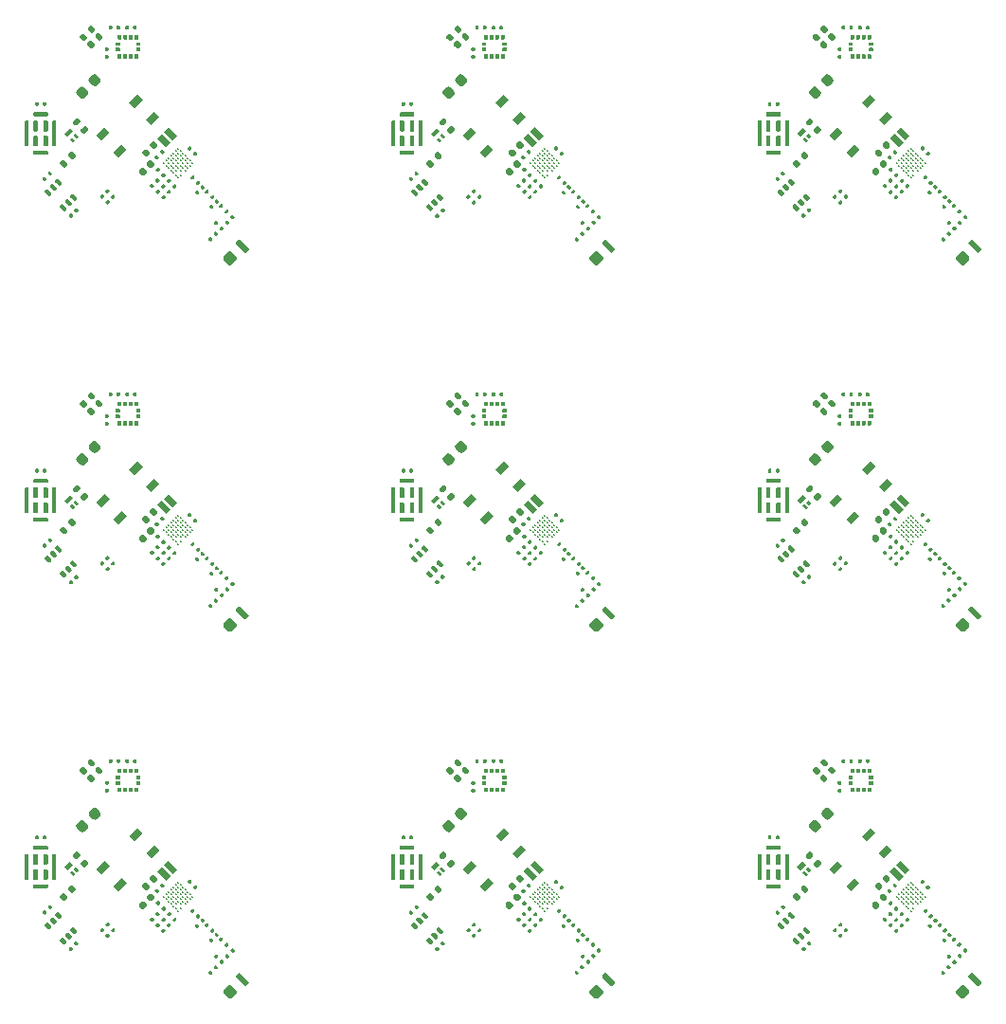
<source format=gbr>
G04 #@! TF.GenerationSoftware,KiCad,Pcbnew,9.0.0-rc2-3baa6cd791~182~ubuntu24.04.1*
G04 #@! TF.CreationDate,2025-02-06T23:06:30-05:00*
G04 #@! TF.ProjectId,PCA20073_Tiny_Board_Panel,50434132-3030-4373-935f-54696e795f42,rev?*
G04 #@! TF.SameCoordinates,PX5630ad8PY1312d00*
G04 #@! TF.FileFunction,Paste,Top*
G04 #@! TF.FilePolarity,Positive*
%FSLAX46Y46*%
G04 Gerber Fmt 4.6, Leading zero omitted, Abs format (unit mm)*
G04 Created by KiCad (PCBNEW 9.0.0-rc2-3baa6cd791~182~ubuntu24.04.1) date 2025-02-06 23:06:30*
%MOMM*%
%LPD*%
G01*
G04 APERTURE LIST*
%ADD10C,0.170000*%
G04 APERTURE END LIST*
G36*
G01*
X88506878Y-30802473D02*
X88649006Y-30660345D01*
G75*
G02*
X88761436Y-30660345I56215J-56215D01*
G01*
X88873866Y-30772775D01*
G75*
G02*
X88873866Y-30885205I-56215J-56215D01*
G01*
X88731738Y-31027333D01*
G75*
G02*
X88619308Y-31027333I-56215J56215D01*
G01*
X88506878Y-30914903D01*
G75*
G02*
X88506878Y-30802473I56215J56215D01*
G01*
G37*
G36*
G01*
X88994782Y-31290377D02*
X89136910Y-31148249D01*
G75*
G02*
X89249340Y-31148249I56215J-56215D01*
G01*
X89361770Y-31260679D01*
G75*
G02*
X89361770Y-31373109I-56215J-56215D01*
G01*
X89219642Y-31515237D01*
G75*
G02*
X89107212Y-31515237I-56215J56215D01*
G01*
X88994782Y-31402807D01*
G75*
G02*
X88994782Y-31290377I56215J56215D01*
G01*
G37*
G36*
G01*
X63352484Y-62320844D02*
X63494612Y-62178716D01*
G75*
G02*
X63607042Y-62178716I56215J-56215D01*
G01*
X63719472Y-62291146D01*
G75*
G02*
X63719472Y-62403576I-56215J-56215D01*
G01*
X63577344Y-62545704D01*
G75*
G02*
X63464914Y-62545704I-56215J56215D01*
G01*
X63352484Y-62433274D01*
G75*
G02*
X63352484Y-62320844I56215J56215D01*
G01*
G37*
G36*
G01*
X63840388Y-62808748D02*
X63982516Y-62666620D01*
G75*
G02*
X64094946Y-62666620I56215J-56215D01*
G01*
X64207376Y-62779050D01*
G75*
G02*
X64207376Y-62891480I-56215J-56215D01*
G01*
X64065248Y-63033608D01*
G75*
G02*
X63952818Y-63033608I-56215J56215D01*
G01*
X63840388Y-62921178D01*
G75*
G02*
X63840388Y-62808748I56215J56215D01*
G01*
G37*
G36*
G01*
X55773976Y-83508907D02*
X55974976Y-83508907D01*
G75*
G02*
X56054476Y-83588407I0J-79500D01*
G01*
X56054476Y-83747407D01*
G75*
G02*
X55974976Y-83826907I-79500J0D01*
G01*
X55773976Y-83826907D01*
G75*
G02*
X55694476Y-83747407I0J79500D01*
G01*
X55694476Y-83588407D01*
G75*
G02*
X55773976Y-83508907I79500J0D01*
G01*
G37*
G36*
G01*
X55773976Y-84198907D02*
X55974976Y-84198907D01*
G75*
G02*
X56054476Y-84278407I0J-79500D01*
G01*
X56054476Y-84437407D01*
G75*
G02*
X55974976Y-84516907I-79500J0D01*
G01*
X55773976Y-84516907D01*
G75*
G02*
X55694476Y-84437407I0J79500D01*
G01*
X55694476Y-84278407D01*
G75*
G02*
X55773976Y-84198907I79500J0D01*
G01*
G37*
G36*
G01*
X63956968Y-60294870D02*
X63814840Y-60436998D01*
G75*
G02*
X63702410Y-60436998I-56215J56215D01*
G01*
X63589980Y-60324568D01*
G75*
G02*
X63589980Y-60212138I56215J56215D01*
G01*
X63732108Y-60070010D01*
G75*
G02*
X63844538Y-60070010I56215J-56215D01*
G01*
X63956968Y-60182440D01*
G75*
G02*
X63956968Y-60294870I-56215J-56215D01*
G01*
G37*
G36*
G01*
X63469064Y-59806966D02*
X63326936Y-59949094D01*
G75*
G02*
X63214506Y-59949094I-56215J56215D01*
G01*
X63102076Y-59836664D01*
G75*
G02*
X63102076Y-59724234I56215J56215D01*
G01*
X63244204Y-59582106D01*
G75*
G02*
X63356634Y-59582106I56215J-56215D01*
G01*
X63469064Y-59694536D01*
G75*
G02*
X63469064Y-59806966I-56215J-56215D01*
G01*
G37*
G36*
G01*
X65663309Y-67213317D02*
X65805437Y-67355445D01*
G75*
G02*
X65805437Y-67467875I-56215J-56215D01*
G01*
X65693007Y-67580305D01*
G75*
G02*
X65580577Y-67580305I-56215J56215D01*
G01*
X65438449Y-67438177D01*
G75*
G02*
X65438449Y-67325747I56215J56215D01*
G01*
X65550879Y-67213317D01*
G75*
G02*
X65663309Y-67213317I56215J-56215D01*
G01*
G37*
G36*
G01*
X65175405Y-67701221D02*
X65317533Y-67843349D01*
G75*
G02*
X65317533Y-67955779I-56215J-56215D01*
G01*
X65205103Y-68068209D01*
G75*
G02*
X65092673Y-68068209I-56215J56215D01*
G01*
X64950545Y-67926081D01*
G75*
G02*
X64950545Y-67813651I56215J56215D01*
G01*
X65062975Y-67701221D01*
G75*
G02*
X65175405Y-67701221I56215J-56215D01*
G01*
G37*
G36*
G01*
X65898068Y-32117692D02*
X66040196Y-31975564D01*
G75*
G02*
X66152626Y-31975564I56215J-56215D01*
G01*
X66265056Y-32087994D01*
G75*
G02*
X66265056Y-32200424I-56215J-56215D01*
G01*
X66122928Y-32342552D01*
G75*
G02*
X66010498Y-32342552I-56215J56215D01*
G01*
X65898068Y-32230122D01*
G75*
G02*
X65898068Y-32117692I56215J56215D01*
G01*
G37*
G36*
G01*
X66385972Y-32605596D02*
X66528100Y-32463468D01*
G75*
G02*
X66640530Y-32463468I56215J-56215D01*
G01*
X66752960Y-32575898D01*
G75*
G02*
X66752960Y-32688328I-56215J-56215D01*
G01*
X66610832Y-32830456D01*
G75*
G02*
X66498402Y-32830456I-56215J56215D01*
G01*
X66385972Y-32718026D01*
G75*
G02*
X66385972Y-32605596I56215J56215D01*
G01*
G37*
G36*
G01*
X20800257Y-22532684D02*
X20437864Y-22170291D01*
G75*
G02*
X20437864Y-21860931I154680J154680D01*
G01*
X20747223Y-21551572D01*
G75*
G02*
X21056583Y-21551572I154680J-154680D01*
G01*
X21418976Y-21913965D01*
G75*
G02*
X21418976Y-22223325I-154680J-154680D01*
G01*
X21109617Y-22532684D01*
G75*
G02*
X20800257Y-22532684I-154680J154680D01*
G01*
G37*
G36*
G01*
X21913951Y-21418990D02*
X21551558Y-21056597D01*
G75*
G02*
X21551558Y-20747237I154680J154680D01*
G01*
X21860917Y-20437878D01*
G75*
G02*
X22170277Y-20437878I154680J-154680D01*
G01*
X22532670Y-20800271D01*
G75*
G02*
X22532670Y-21109631I-154680J-154680D01*
G01*
X22223311Y-21418990D01*
G75*
G02*
X21913951Y-21418990I-154680J154680D01*
G01*
G37*
G36*
G01*
X54576934Y-81555712D02*
X54838563Y-81817341D01*
G75*
G02*
X54838563Y-82008259I-95459J-95459D01*
G01*
X54647644Y-82199178D01*
G75*
G02*
X54456726Y-82199178I-95459J95459D01*
G01*
X54195097Y-81937549D01*
G75*
G02*
X54195097Y-81746631I95459J95459D01*
G01*
X54386016Y-81555712D01*
G75*
G02*
X54576934Y-81555712I95459J-95459D01*
G01*
G37*
G36*
G01*
X53855686Y-82276960D02*
X54117315Y-82538589D01*
G75*
G02*
X54117315Y-82729507I-95459J-95459D01*
G01*
X53926396Y-82920426D01*
G75*
G02*
X53735478Y-82920426I-95459J95459D01*
G01*
X53473849Y-82658797D01*
G75*
G02*
X53473849Y-82467879I95459J95459D01*
G01*
X53664768Y-82276960D01*
G75*
G02*
X53855686Y-82276960I95459J-95459D01*
G01*
G37*
G36*
G01*
X57151522Y-84502221D02*
X56887522Y-84502221D01*
G75*
G02*
X56854522Y-84469221I0J33000D01*
G01*
X56854522Y-84145221D01*
G75*
G02*
X56887522Y-84112221I33000J0D01*
G01*
X57151522Y-84112221D01*
G75*
G02*
X57184522Y-84145221I0J-33000D01*
G01*
X57184522Y-84469221D01*
G75*
G02*
X57151522Y-84502221I-33000J0D01*
G01*
G37*
G36*
G01*
X57651522Y-84502221D02*
X57387522Y-84502221D01*
G75*
G02*
X57354522Y-84469221I0J33000D01*
G01*
X57354522Y-84145221D01*
G75*
G02*
X57387522Y-84112221I33000J0D01*
G01*
X57651522Y-84112221D01*
G75*
G02*
X57684522Y-84145221I0J-33000D01*
G01*
X57684522Y-84469221D01*
G75*
G02*
X57651522Y-84502221I-33000J0D01*
G01*
G37*
G36*
G01*
X58151522Y-84502221D02*
X57887522Y-84502221D01*
G75*
G02*
X57854522Y-84469221I0J33000D01*
G01*
X57854522Y-84145221D01*
G75*
G02*
X57887522Y-84112221I33000J0D01*
G01*
X58151522Y-84112221D01*
G75*
G02*
X58184522Y-84145221I0J-33000D01*
G01*
X58184522Y-84469221D01*
G75*
G02*
X58151522Y-84502221I-33000J0D01*
G01*
G37*
G36*
G01*
X58651522Y-84502221D02*
X58387522Y-84502221D01*
G75*
G02*
X58354522Y-84469221I0J33000D01*
G01*
X58354522Y-84145221D01*
G75*
G02*
X58387522Y-84112221I33000J0D01*
G01*
X58651522Y-84112221D01*
G75*
G02*
X58684522Y-84145221I0J-33000D01*
G01*
X58684522Y-84469221D01*
G75*
G02*
X58651522Y-84502221I-33000J0D01*
G01*
G37*
G36*
G01*
X58845922Y-83862221D02*
X58521922Y-83862221D01*
G75*
G02*
X58488922Y-83829221I0J33000D01*
G01*
X58488922Y-83565221D01*
G75*
G02*
X58521922Y-83532221I33000J0D01*
G01*
X58845922Y-83532221D01*
G75*
G02*
X58878922Y-83565221I0J-33000D01*
G01*
X58878922Y-83829221D01*
G75*
G02*
X58845922Y-83862221I-33000J0D01*
G01*
G37*
G36*
G01*
X58845922Y-83362221D02*
X58521922Y-83362221D01*
G75*
G02*
X58488922Y-83329221I0J33000D01*
G01*
X58488922Y-83065221D01*
G75*
G02*
X58521922Y-83032221I33000J0D01*
G01*
X58845922Y-83032221D01*
G75*
G02*
X58878922Y-83065221I0J-33000D01*
G01*
X58878922Y-83329221D01*
G75*
G02*
X58845922Y-83362221I-33000J0D01*
G01*
G37*
G36*
G01*
X58651522Y-82782221D02*
X58387522Y-82782221D01*
G75*
G02*
X58354522Y-82749221I0J33000D01*
G01*
X58354522Y-82425221D01*
G75*
G02*
X58387522Y-82392221I33000J0D01*
G01*
X58651522Y-82392221D01*
G75*
G02*
X58684522Y-82425221I0J-33000D01*
G01*
X58684522Y-82749221D01*
G75*
G02*
X58651522Y-82782221I-33000J0D01*
G01*
G37*
G36*
G01*
X58151522Y-82782221D02*
X57887522Y-82782221D01*
G75*
G02*
X57854522Y-82749221I0J33000D01*
G01*
X57854522Y-82425221D01*
G75*
G02*
X57887522Y-82392221I33000J0D01*
G01*
X58151522Y-82392221D01*
G75*
G02*
X58184522Y-82425221I0J-33000D01*
G01*
X58184522Y-82749221D01*
G75*
G02*
X58151522Y-82782221I-33000J0D01*
G01*
G37*
G36*
G01*
X57651522Y-82782221D02*
X57387522Y-82782221D01*
G75*
G02*
X57354522Y-82749221I0J33000D01*
G01*
X57354522Y-82425221D01*
G75*
G02*
X57387522Y-82392221I33000J0D01*
G01*
X57651522Y-82392221D01*
G75*
G02*
X57684522Y-82425221I0J-33000D01*
G01*
X57684522Y-82749221D01*
G75*
G02*
X57651522Y-82782221I-33000J0D01*
G01*
G37*
G36*
G01*
X57151522Y-82782221D02*
X56887522Y-82782221D01*
G75*
G02*
X56854522Y-82749221I0J33000D01*
G01*
X56854522Y-82425221D01*
G75*
G02*
X56887522Y-82392221I33000J0D01*
G01*
X57151522Y-82392221D01*
G75*
G02*
X57184522Y-82425221I0J-33000D01*
G01*
X57184522Y-82749221D01*
G75*
G02*
X57151522Y-82782221I-33000J0D01*
G01*
G37*
G36*
G01*
X57017122Y-83362221D02*
X56693122Y-83362221D01*
G75*
G02*
X56660122Y-83329221I0J33000D01*
G01*
X56660122Y-83065221D01*
G75*
G02*
X56693122Y-83032221I33000J0D01*
G01*
X57017122Y-83032221D01*
G75*
G02*
X57050122Y-83065221I0J-33000D01*
G01*
X57050122Y-83329221D01*
G75*
G02*
X57017122Y-83362221I-33000J0D01*
G01*
G37*
G36*
G01*
X57017122Y-83862221D02*
X56693122Y-83862221D01*
G75*
G02*
X56660122Y-83829221I0J33000D01*
G01*
X56660122Y-83565221D01*
G75*
G02*
X56693122Y-83532221I33000J0D01*
G01*
X57017122Y-83532221D01*
G75*
G02*
X57050122Y-83565221I0J-33000D01*
G01*
X57050122Y-83829221D01*
G75*
G02*
X57017122Y-83862221I-33000J0D01*
G01*
G37*
G36*
G01*
X54576934Y-48806975D02*
X54838563Y-49068604D01*
G75*
G02*
X54838563Y-49259522I-95459J-95459D01*
G01*
X54647644Y-49450441D01*
G75*
G02*
X54456726Y-49450441I-95459J95459D01*
G01*
X54195097Y-49188812D01*
G75*
G02*
X54195097Y-48997894I95459J95459D01*
G01*
X54386016Y-48806975D01*
G75*
G02*
X54576934Y-48806975I95459J-95459D01*
G01*
G37*
G36*
G01*
X53855686Y-49528223D02*
X54117315Y-49789852D01*
G75*
G02*
X54117315Y-49980770I-95459J-95459D01*
G01*
X53926396Y-50171689D01*
G75*
G02*
X53735478Y-50171689I-95459J95459D01*
G01*
X53473849Y-49910060D01*
G75*
G02*
X53473849Y-49719142I95459J95459D01*
G01*
X53664768Y-49528223D01*
G75*
G02*
X53855686Y-49528223I95459J-95459D01*
G01*
G37*
G36*
G01*
X18100701Y-61832234D02*
X18242829Y-61974362D01*
G75*
G02*
X18242829Y-62086792I-56215J-56215D01*
G01*
X18130399Y-62199222D01*
G75*
G02*
X18017969Y-62199222I-56215J56215D01*
G01*
X17875841Y-62057094D01*
G75*
G02*
X17875841Y-61944664I56215J56215D01*
G01*
X17988271Y-61832234D01*
G75*
G02*
X18100701Y-61832234I56215J-56215D01*
G01*
G37*
G36*
G01*
X17612797Y-62320138D02*
X17754925Y-62462266D01*
G75*
G02*
X17754925Y-62574696I-56215J-56215D01*
G01*
X17642495Y-62687126D01*
G75*
G02*
X17530065Y-62687126I-56215J56215D01*
G01*
X17387937Y-62544998D01*
G75*
G02*
X17387937Y-62432568I56215J56215D01*
G01*
X17500367Y-62320138D01*
G75*
G02*
X17612797Y-62320138I56215J-56215D01*
G01*
G37*
G36*
G01*
X57534223Y-16339049D02*
X57534223Y-16138049D01*
G75*
G02*
X57613723Y-16058549I79500J0D01*
G01*
X57772723Y-16058549D01*
G75*
G02*
X57852223Y-16138049I0J-79500D01*
G01*
X57852223Y-16339049D01*
G75*
G02*
X57772723Y-16418549I-79500J0D01*
G01*
X57613723Y-16418549D01*
G75*
G02*
X57534223Y-16339049I0J79500D01*
G01*
G37*
G36*
G01*
X58224223Y-16339049D02*
X58224223Y-16138049D01*
G75*
G02*
X58303723Y-16058549I79500J0D01*
G01*
X58462723Y-16058549D01*
G75*
G02*
X58542223Y-16138049I0J-79500D01*
G01*
X58542223Y-16339049D01*
G75*
G02*
X58462723Y-16418549I-79500J0D01*
G01*
X58303723Y-16418549D01*
G75*
G02*
X58224223Y-16339049I0J79500D01*
G01*
G37*
G36*
X20106409Y-59219121D02*
G01*
X19823566Y-58936278D01*
X20000343Y-58759501D01*
X20283186Y-59042344D01*
X20106409Y-59219121D01*
G37*
G36*
X20424607Y-58900923D02*
G01*
X20141764Y-58618080D01*
X20318541Y-58441303D01*
X20601384Y-58724146D01*
X20424607Y-58900923D01*
G37*
G36*
X19611435Y-58724147D02*
G01*
X19328592Y-58441304D01*
X19823567Y-57946329D01*
X20106410Y-58229172D01*
X19611435Y-58724147D01*
G37*
G36*
G01*
X33149347Y-64866429D02*
X33291475Y-64724301D01*
G75*
G02*
X33403905Y-64724301I56215J-56215D01*
G01*
X33516335Y-64836731D01*
G75*
G02*
X33516335Y-64949161I-56215J-56215D01*
G01*
X33374207Y-65091289D01*
G75*
G02*
X33261777Y-65091289I-56215J56215D01*
G01*
X33149347Y-64978859D01*
G75*
G02*
X33149347Y-64866429I56215J56215D01*
G01*
G37*
G36*
G01*
X33637251Y-65354333D02*
X33779379Y-65212205D01*
G75*
G02*
X33891809Y-65212205I56215J-56215D01*
G01*
X34004239Y-65324635D01*
G75*
G02*
X34004239Y-65437065I-56215J-56215D01*
G01*
X33862111Y-65579193D01*
G75*
G02*
X33749681Y-65579193I-56215J56215D01*
G01*
X33637251Y-65466763D01*
G75*
G02*
X33637251Y-65354333I56215J56215D01*
G01*
G37*
G36*
G01*
X64625276Y-63593637D02*
X64767404Y-63451509D01*
G75*
G02*
X64879834Y-63451509I56215J-56215D01*
G01*
X64992264Y-63563939D01*
G75*
G02*
X64992264Y-63676369I-56215J-56215D01*
G01*
X64850136Y-63818497D01*
G75*
G02*
X64737706Y-63818497I-56215J56215D01*
G01*
X64625276Y-63706067D01*
G75*
G02*
X64625276Y-63593637I56215J56215D01*
G01*
G37*
G36*
G01*
X65113180Y-64081541D02*
X65255308Y-63939413D01*
G75*
G02*
X65367738Y-63939413I56215J-56215D01*
G01*
X65480168Y-64051843D01*
G75*
G02*
X65480168Y-64164273I-56215J-56215D01*
G01*
X65338040Y-64306401D01*
G75*
G02*
X65225610Y-64306401I-56215J56215D01*
G01*
X65113180Y-64193971D01*
G75*
G02*
X65113180Y-64081541I56215J56215D01*
G01*
G37*
D10*
X29518849Y-95096947D03*
X29306717Y-94884815D03*
X29094585Y-94672683D03*
X28882453Y-94460551D03*
X28670321Y-94248419D03*
X28458189Y-94036287D03*
X28246057Y-93824155D03*
X29730981Y-94884815D03*
X29306717Y-94460551D03*
X29094585Y-94248419D03*
X28882453Y-94036287D03*
X28670321Y-93824155D03*
X28458189Y-93612023D03*
X29730981Y-94460551D03*
X29518849Y-94248419D03*
X29306717Y-94036287D03*
X29094585Y-93824155D03*
X28882453Y-93612023D03*
X28670321Y-93399891D03*
X30155245Y-94460551D03*
X29943113Y-94248419D03*
X29730981Y-94036287D03*
X29518849Y-93824155D03*
X29306717Y-93612023D03*
X29094585Y-93399891D03*
X28882453Y-93187759D03*
X30367377Y-94248419D03*
X30155245Y-94036287D03*
X29943113Y-93824155D03*
X29730981Y-93612023D03*
X29518849Y-93399891D03*
X29306717Y-93187759D03*
X29094585Y-92975627D03*
X30579509Y-94036287D03*
X30367377Y-93824155D03*
X30155245Y-93612023D03*
X29943113Y-93399891D03*
X29730981Y-93187759D03*
X29518849Y-92975627D03*
X29306717Y-92763495D03*
X30791641Y-93824155D03*
X30579509Y-93612023D03*
X30367377Y-93399891D03*
X30155245Y-93187759D03*
X29943113Y-92975627D03*
X29730981Y-92763495D03*
X29518849Y-92551362D03*
G36*
G01*
X96705689Y-93043607D02*
X96563561Y-93185735D01*
G75*
G02*
X96451131Y-93185735I-56215J56215D01*
G01*
X96338701Y-93073305D01*
G75*
G02*
X96338701Y-92960875I56215J56215D01*
G01*
X96480829Y-92818747D01*
G75*
G02*
X96593259Y-92818747I56215J-56215D01*
G01*
X96705689Y-92931177D01*
G75*
G02*
X96705689Y-93043607I-56215J-56215D01*
G01*
G37*
G36*
G01*
X96217785Y-92555703D02*
X96075657Y-92697831D01*
G75*
G02*
X95963227Y-92697831I-56215J56215D01*
G01*
X95850797Y-92585401D01*
G75*
G02*
X95850797Y-92472971I56215J56215D01*
G01*
X95992925Y-92330843D01*
G75*
G02*
X96105355Y-92330843I56215J-56215D01*
G01*
X96217785Y-92443273D01*
G75*
G02*
X96217785Y-92555703I-56215J-56215D01*
G01*
G37*
X29518849Y-62348210D03*
X29306717Y-62136078D03*
X29094585Y-61923946D03*
X28882453Y-61711814D03*
X28670321Y-61499682D03*
X28458189Y-61287550D03*
X28246057Y-61075418D03*
X29730981Y-62136078D03*
X29306717Y-61711814D03*
X29094585Y-61499682D03*
X28882453Y-61287550D03*
X28670321Y-61075418D03*
X28458189Y-60863286D03*
X29730981Y-61711814D03*
X29518849Y-61499682D03*
X29306717Y-61287550D03*
X29094585Y-61075418D03*
X28882453Y-60863286D03*
X28670321Y-60651154D03*
X30155245Y-61711814D03*
X29943113Y-61499682D03*
X29730981Y-61287550D03*
X29518849Y-61075418D03*
X29306717Y-60863286D03*
X29094585Y-60651154D03*
X28882453Y-60439022D03*
X30367377Y-61499682D03*
X30155245Y-61287550D03*
X29943113Y-61075418D03*
X29730981Y-60863286D03*
X29518849Y-60651154D03*
X29306717Y-60439022D03*
X29094585Y-60226890D03*
X30579509Y-61287550D03*
X30367377Y-61075418D03*
X30155245Y-60863286D03*
X29943113Y-60651154D03*
X29730981Y-60439022D03*
X29518849Y-60226890D03*
X29306717Y-60014758D03*
X30791641Y-61075418D03*
X30579509Y-60863286D03*
X30367377Y-60651154D03*
X30155245Y-60439022D03*
X29943113Y-60226890D03*
X29730981Y-60014758D03*
X29518849Y-59802625D03*
G36*
G01*
X32914588Y-34464580D02*
X33056716Y-34606708D01*
G75*
G02*
X33056716Y-34719138I-56215J-56215D01*
G01*
X32944286Y-34831568D01*
G75*
G02*
X32831856Y-34831568I-56215J56215D01*
G01*
X32689728Y-34689440D01*
G75*
G02*
X32689728Y-34577010I56215J56215D01*
G01*
X32802158Y-34464580D01*
G75*
G02*
X32914588Y-34464580I56215J-56215D01*
G01*
G37*
G36*
G01*
X32426684Y-34952484D02*
X32568812Y-35094612D01*
G75*
G02*
X32568812Y-35207042I-56215J-56215D01*
G01*
X32456382Y-35319472D01*
G75*
G02*
X32343952Y-35319472I-56215J56215D01*
G01*
X32201824Y-35177344D01*
G75*
G02*
X32201824Y-35064914I56215J56215D01*
G01*
X32314254Y-34952484D01*
G75*
G02*
X32426684Y-34952484I56215J-56215D01*
G01*
G37*
G36*
G01*
X55758157Y-63551210D02*
X55900285Y-63409082D01*
G75*
G02*
X56012715Y-63409082I56215J-56215D01*
G01*
X56125145Y-63521512D01*
G75*
G02*
X56125145Y-63633942I-56215J-56215D01*
G01*
X55983017Y-63776070D01*
G75*
G02*
X55870587Y-63776070I-56215J56215D01*
G01*
X55758157Y-63663640D01*
G75*
G02*
X55758157Y-63551210I56215J56215D01*
G01*
G37*
G36*
G01*
X56246061Y-64039114D02*
X56388189Y-63896986D01*
G75*
G02*
X56500619Y-63896986I56215J-56215D01*
G01*
X56613049Y-64009416D01*
G75*
G02*
X56613049Y-64121846I-56215J-56215D01*
G01*
X56470921Y-64263974D01*
G75*
G02*
X56358491Y-64263974I-56215J56215D01*
G01*
X56246061Y-64151544D01*
G75*
G02*
X56246061Y-64039114I56215J56215D01*
G01*
G37*
G36*
G01*
X55773976Y-18011433D02*
X55974976Y-18011433D01*
G75*
G02*
X56054476Y-18090933I0J-79500D01*
G01*
X56054476Y-18249933D01*
G75*
G02*
X55974976Y-18329433I-79500J0D01*
G01*
X55773976Y-18329433D01*
G75*
G02*
X55694476Y-18249933I0J79500D01*
G01*
X55694476Y-18090933D01*
G75*
G02*
X55773976Y-18011433I79500J0D01*
G01*
G37*
G36*
G01*
X55773976Y-18701433D02*
X55974976Y-18701433D01*
G75*
G02*
X56054476Y-18780933I0J-79500D01*
G01*
X56054476Y-18939933D01*
G75*
G02*
X55974976Y-19019433I-79500J0D01*
G01*
X55773976Y-19019433D01*
G75*
G02*
X55694476Y-18939933I0J79500D01*
G01*
X55694476Y-18780933D01*
G75*
G02*
X55773976Y-18701433I79500J0D01*
G01*
G37*
G36*
G01*
X60250972Y-96352132D02*
X60393100Y-96210004D01*
G75*
G02*
X60505530Y-96210004I56215J-56215D01*
G01*
X60617960Y-96322434D01*
G75*
G02*
X60617960Y-96434864I-56215J-56215D01*
G01*
X60475832Y-96576992D01*
G75*
G02*
X60363402Y-96576992I-56215J56215D01*
G01*
X60250972Y-96464562D01*
G75*
G02*
X60250972Y-96352132I56215J56215D01*
G01*
G37*
G36*
G01*
X60738876Y-96840036D02*
X60881004Y-96697908D01*
G75*
G02*
X60993434Y-96697908I56215J-56215D01*
G01*
X61105864Y-96810338D01*
G75*
G02*
X61105864Y-96922768I-56215J-56215D01*
G01*
X60963736Y-97064896D01*
G75*
G02*
X60851306Y-97064896I-56215J56215D01*
G01*
X60738876Y-96952466D01*
G75*
G02*
X60738876Y-96840036I56215J56215D01*
G01*
G37*
G36*
G01*
X55758157Y-96299947D02*
X55900285Y-96157819D01*
G75*
G02*
X56012715Y-96157819I56215J-56215D01*
G01*
X56125145Y-96270249D01*
G75*
G02*
X56125145Y-96382679I-56215J-56215D01*
G01*
X55983017Y-96524807D01*
G75*
G02*
X55870587Y-96524807I-56215J56215D01*
G01*
X55758157Y-96412377D01*
G75*
G02*
X55758157Y-96299947I56215J56215D01*
G01*
G37*
G36*
G01*
X56246061Y-96787851D02*
X56388189Y-96645723D01*
G75*
G02*
X56500619Y-96645723I56215J-56215D01*
G01*
X56613049Y-96758153D01*
G75*
G02*
X56613049Y-96870583I-56215J-56215D01*
G01*
X56470921Y-97012711D01*
G75*
G02*
X56358491Y-97012711I-56215J56215D01*
G01*
X56246061Y-96900281D01*
G75*
G02*
X56246061Y-96787851I56215J56215D01*
G01*
G37*
G36*
G01*
X65898068Y-64866429D02*
X66040196Y-64724301D01*
G75*
G02*
X66152626Y-64724301I56215J-56215D01*
G01*
X66265056Y-64836731D01*
G75*
G02*
X66265056Y-64949161I-56215J-56215D01*
G01*
X66122928Y-65091289D01*
G75*
G02*
X66010498Y-65091289I-56215J56215D01*
G01*
X65898068Y-64978859D01*
G75*
G02*
X65898068Y-64866429I56215J56215D01*
G01*
G37*
G36*
G01*
X66385972Y-65354333D02*
X66528100Y-65212205D01*
G75*
G02*
X66640530Y-65212205I56215J-56215D01*
G01*
X66752960Y-65324635D01*
G75*
G02*
X66752960Y-65437065I-56215J-56215D01*
G01*
X66610832Y-65579193D01*
G75*
G02*
X66498402Y-65579193I-56215J56215D01*
G01*
X66385972Y-65466763D01*
G75*
G02*
X66385972Y-65354333I56215J56215D01*
G01*
G37*
G36*
G01*
X57151522Y-51753484D02*
X56887522Y-51753484D01*
G75*
G02*
X56854522Y-51720484I0J33000D01*
G01*
X56854522Y-51396484D01*
G75*
G02*
X56887522Y-51363484I33000J0D01*
G01*
X57151522Y-51363484D01*
G75*
G02*
X57184522Y-51396484I0J-33000D01*
G01*
X57184522Y-51720484D01*
G75*
G02*
X57151522Y-51753484I-33000J0D01*
G01*
G37*
G36*
G01*
X57651522Y-51753484D02*
X57387522Y-51753484D01*
G75*
G02*
X57354522Y-51720484I0J33000D01*
G01*
X57354522Y-51396484D01*
G75*
G02*
X57387522Y-51363484I33000J0D01*
G01*
X57651522Y-51363484D01*
G75*
G02*
X57684522Y-51396484I0J-33000D01*
G01*
X57684522Y-51720484D01*
G75*
G02*
X57651522Y-51753484I-33000J0D01*
G01*
G37*
G36*
G01*
X58151522Y-51753484D02*
X57887522Y-51753484D01*
G75*
G02*
X57854522Y-51720484I0J33000D01*
G01*
X57854522Y-51396484D01*
G75*
G02*
X57887522Y-51363484I33000J0D01*
G01*
X58151522Y-51363484D01*
G75*
G02*
X58184522Y-51396484I0J-33000D01*
G01*
X58184522Y-51720484D01*
G75*
G02*
X58151522Y-51753484I-33000J0D01*
G01*
G37*
G36*
G01*
X58651522Y-51753484D02*
X58387522Y-51753484D01*
G75*
G02*
X58354522Y-51720484I0J33000D01*
G01*
X58354522Y-51396484D01*
G75*
G02*
X58387522Y-51363484I33000J0D01*
G01*
X58651522Y-51363484D01*
G75*
G02*
X58684522Y-51396484I0J-33000D01*
G01*
X58684522Y-51720484D01*
G75*
G02*
X58651522Y-51753484I-33000J0D01*
G01*
G37*
G36*
G01*
X58845922Y-51113484D02*
X58521922Y-51113484D01*
G75*
G02*
X58488922Y-51080484I0J33000D01*
G01*
X58488922Y-50816484D01*
G75*
G02*
X58521922Y-50783484I33000J0D01*
G01*
X58845922Y-50783484D01*
G75*
G02*
X58878922Y-50816484I0J-33000D01*
G01*
X58878922Y-51080484D01*
G75*
G02*
X58845922Y-51113484I-33000J0D01*
G01*
G37*
G36*
G01*
X58845922Y-50613484D02*
X58521922Y-50613484D01*
G75*
G02*
X58488922Y-50580484I0J33000D01*
G01*
X58488922Y-50316484D01*
G75*
G02*
X58521922Y-50283484I33000J0D01*
G01*
X58845922Y-50283484D01*
G75*
G02*
X58878922Y-50316484I0J-33000D01*
G01*
X58878922Y-50580484D01*
G75*
G02*
X58845922Y-50613484I-33000J0D01*
G01*
G37*
G36*
G01*
X58651522Y-50033484D02*
X58387522Y-50033484D01*
G75*
G02*
X58354522Y-50000484I0J33000D01*
G01*
X58354522Y-49676484D01*
G75*
G02*
X58387522Y-49643484I33000J0D01*
G01*
X58651522Y-49643484D01*
G75*
G02*
X58684522Y-49676484I0J-33000D01*
G01*
X58684522Y-50000484D01*
G75*
G02*
X58651522Y-50033484I-33000J0D01*
G01*
G37*
G36*
G01*
X58151522Y-50033484D02*
X57887522Y-50033484D01*
G75*
G02*
X57854522Y-50000484I0J33000D01*
G01*
X57854522Y-49676484D01*
G75*
G02*
X57887522Y-49643484I33000J0D01*
G01*
X58151522Y-49643484D01*
G75*
G02*
X58184522Y-49676484I0J-33000D01*
G01*
X58184522Y-50000484D01*
G75*
G02*
X58151522Y-50033484I-33000J0D01*
G01*
G37*
G36*
G01*
X57651522Y-50033484D02*
X57387522Y-50033484D01*
G75*
G02*
X57354522Y-50000484I0J33000D01*
G01*
X57354522Y-49676484D01*
G75*
G02*
X57387522Y-49643484I33000J0D01*
G01*
X57651522Y-49643484D01*
G75*
G02*
X57684522Y-49676484I0J-33000D01*
G01*
X57684522Y-50000484D01*
G75*
G02*
X57651522Y-50033484I-33000J0D01*
G01*
G37*
G36*
G01*
X57151522Y-50033484D02*
X56887522Y-50033484D01*
G75*
G02*
X56854522Y-50000484I0J33000D01*
G01*
X56854522Y-49676484D01*
G75*
G02*
X56887522Y-49643484I33000J0D01*
G01*
X57151522Y-49643484D01*
G75*
G02*
X57184522Y-49676484I0J-33000D01*
G01*
X57184522Y-50000484D01*
G75*
G02*
X57151522Y-50033484I-33000J0D01*
G01*
G37*
G36*
G01*
X57017122Y-50613484D02*
X56693122Y-50613484D01*
G75*
G02*
X56660122Y-50580484I0J33000D01*
G01*
X56660122Y-50316484D01*
G75*
G02*
X56693122Y-50283484I33000J0D01*
G01*
X57017122Y-50283484D01*
G75*
G02*
X57050122Y-50316484I0J-33000D01*
G01*
X57050122Y-50580484D01*
G75*
G02*
X57017122Y-50613484I-33000J0D01*
G01*
G37*
G36*
G01*
X57017122Y-51113484D02*
X56693122Y-51113484D01*
G75*
G02*
X56660122Y-51080484I0J33000D01*
G01*
X56660122Y-50816484D01*
G75*
G02*
X56693122Y-50783484I33000J0D01*
G01*
X57017122Y-50783484D01*
G75*
G02*
X57050122Y-50816484I0J-33000D01*
G01*
X57050122Y-51080484D01*
G75*
G02*
X57017122Y-51113484I-33000J0D01*
G01*
G37*
G36*
X93906330Y-92379027D02*
G01*
X93118613Y-91591310D01*
X93525200Y-91184723D01*
X94312917Y-91972440D01*
X93906330Y-92379027D01*
G37*
G36*
X94489694Y-91795663D02*
G01*
X93701977Y-91007946D01*
X94108564Y-90601359D01*
X94896281Y-91389076D01*
X94489694Y-91795663D01*
G37*
G36*
G01*
X82221926Y-23155558D02*
X82221926Y-22954558D01*
G75*
G02*
X82301426Y-22875058I79500J0D01*
G01*
X82460426Y-22875058D01*
G75*
G02*
X82539926Y-22954558I0J-79500D01*
G01*
X82539926Y-23155558D01*
G75*
G02*
X82460426Y-23235058I-79500J0D01*
G01*
X82301426Y-23235058D01*
G75*
G02*
X82221926Y-23155558I0J79500D01*
G01*
G37*
G36*
G01*
X82911926Y-23155558D02*
X82911926Y-22954558D01*
G75*
G02*
X82991426Y-22875058I79500J0D01*
G01*
X83150426Y-22875058D01*
G75*
G02*
X83229926Y-22954558I0J-79500D01*
G01*
X83229926Y-23155558D01*
G75*
G02*
X83150426Y-23235058I-79500J0D01*
G01*
X82991426Y-23235058D01*
G75*
G02*
X82911926Y-23155558I0J79500D01*
G01*
G37*
G36*
G01*
X60250972Y-30854658D02*
X60393100Y-30712530D01*
G75*
G02*
X60505530Y-30712530I56215J-56215D01*
G01*
X60617960Y-30824960D01*
G75*
G02*
X60617960Y-30937390I-56215J-56215D01*
G01*
X60475832Y-31079518D01*
G75*
G02*
X60363402Y-31079518I-56215J56215D01*
G01*
X60250972Y-30967088D01*
G75*
G02*
X60250972Y-30854658I56215J56215D01*
G01*
G37*
G36*
G01*
X60738876Y-31342562D02*
X60881004Y-31200434D01*
G75*
G02*
X60993434Y-31200434I56215J-56215D01*
G01*
X61105864Y-31312864D01*
G75*
G02*
X61105864Y-31425294I-56215J-56215D01*
G01*
X60963736Y-31567422D01*
G75*
G02*
X60851306Y-31567422I-56215J56215D01*
G01*
X60738876Y-31454992D01*
G75*
G02*
X60738876Y-31342562I56215J56215D01*
G01*
G37*
G36*
X52855130Y-91967858D02*
G01*
X52572287Y-91685015D01*
X52749064Y-91508238D01*
X53031907Y-91791081D01*
X52855130Y-91967858D01*
G37*
G36*
X53173328Y-91649660D02*
G01*
X52890485Y-91366817D01*
X53067262Y-91190040D01*
X53350105Y-91472883D01*
X53173328Y-91649660D01*
G37*
G36*
X52360156Y-91472884D02*
G01*
X52077313Y-91190041D01*
X52572288Y-90695066D01*
X52855131Y-90977909D01*
X52360156Y-91472884D01*
G37*
G36*
G01*
X28364214Y-62201203D02*
X28222086Y-62343331D01*
G75*
G02*
X28109656Y-62343331I-56215J56215D01*
G01*
X27997226Y-62230901D01*
G75*
G02*
X27997226Y-62118471I56215J56215D01*
G01*
X28139354Y-61976343D01*
G75*
G02*
X28251784Y-61976343I56215J-56215D01*
G01*
X28364214Y-62088773D01*
G75*
G02*
X28364214Y-62201203I-56215J-56215D01*
G01*
G37*
G36*
G01*
X27876310Y-61713299D02*
X27734182Y-61855427D01*
G75*
G02*
X27621752Y-61855427I-56215J56215D01*
G01*
X27509322Y-61742997D01*
G75*
G02*
X27509322Y-61630567I56215J56215D01*
G01*
X27651450Y-61488439D01*
G75*
G02*
X27763880Y-61488439I56215J-56215D01*
G01*
X27876310Y-61600869D01*
G75*
G02*
X27876310Y-61713299I-56215J-56215D01*
G01*
G37*
G36*
X93906330Y-26881553D02*
G01*
X93118613Y-26093836D01*
X93525200Y-25687249D01*
X94312917Y-26474966D01*
X93906330Y-26881553D01*
G37*
G36*
X94489694Y-26298189D02*
G01*
X93701977Y-25510472D01*
X94108564Y-25103885D01*
X94896281Y-25891602D01*
X94489694Y-26298189D01*
G37*
G36*
G01*
X27997226Y-95857157D02*
X28139354Y-95715029D01*
G75*
G02*
X28251784Y-95715029I56215J-56215D01*
G01*
X28364214Y-95827459D01*
G75*
G02*
X28364214Y-95939889I-56215J-56215D01*
G01*
X28222086Y-96082017D01*
G75*
G02*
X28109656Y-96082017I-56215J56215D01*
G01*
X27997226Y-95969587D01*
G75*
G02*
X27997226Y-95857157I56215J56215D01*
G01*
G37*
G36*
G01*
X28485130Y-96345061D02*
X28627258Y-96202933D01*
G75*
G02*
X28739688Y-96202933I56215J-56215D01*
G01*
X28852118Y-96315363D01*
G75*
G02*
X28852118Y-96427793I-56215J-56215D01*
G01*
X28709990Y-96569921D01*
G75*
G02*
X28597560Y-96569921I-56215J56215D01*
G01*
X28485130Y-96457491D01*
G75*
G02*
X28485130Y-96345061I56215J56215D01*
G01*
G37*
G36*
G01*
X91767206Y-62172211D02*
X91523254Y-61928259D01*
G75*
G02*
X91523254Y-61719663I104298J104298D01*
G01*
X91731850Y-61511067D01*
G75*
G02*
X91940446Y-61511067I104298J-104298D01*
G01*
X92184398Y-61755019D01*
G75*
G02*
X92184398Y-61963615I-104298J-104298D01*
G01*
X91975802Y-62172211D01*
G75*
G02*
X91767206Y-62172211I-104298J104298D01*
G01*
G37*
G36*
G01*
X92453100Y-61486317D02*
X92209148Y-61242365D01*
G75*
G02*
X92209148Y-61033769I104298J104298D01*
G01*
X92417744Y-60825173D01*
G75*
G02*
X92626340Y-60825173I104298J-104298D01*
G01*
X92870292Y-61069125D01*
G75*
G02*
X92870292Y-61277721I-104298J-104298D01*
G01*
X92661696Y-61486317D01*
G75*
G02*
X92453100Y-61486317I-104298J104298D01*
G01*
G37*
G36*
G01*
X63352484Y-29572107D02*
X63494612Y-29429979D01*
G75*
G02*
X63607042Y-29429979I56215J-56215D01*
G01*
X63719472Y-29542409D01*
G75*
G02*
X63719472Y-29654839I-56215J-56215D01*
G01*
X63577344Y-29796967D01*
G75*
G02*
X63464914Y-29796967I-56215J56215D01*
G01*
X63352484Y-29684537D01*
G75*
G02*
X63352484Y-29572107I56215J56215D01*
G01*
G37*
G36*
G01*
X63840388Y-30060011D02*
X63982516Y-29917883D01*
G75*
G02*
X64094946Y-29917883I56215J-56215D01*
G01*
X64207376Y-30030313D01*
G75*
G02*
X64207376Y-30142743I-56215J-56215D01*
G01*
X64065248Y-30284871D01*
G75*
G02*
X63952818Y-30284871I-56215J56215D01*
G01*
X63840388Y-30172441D01*
G75*
G02*
X63840388Y-30060011I56215J56215D01*
G01*
G37*
G36*
G01*
X61247992Y-29871779D02*
X61390120Y-29729651D01*
G75*
G02*
X61502550Y-29729651I56215J-56215D01*
G01*
X61614980Y-29842081D01*
G75*
G02*
X61614980Y-29954511I-56215J-56215D01*
G01*
X61472852Y-30096639D01*
G75*
G02*
X61360422Y-30096639I-56215J56215D01*
G01*
X61247992Y-29984209D01*
G75*
G02*
X61247992Y-29871779I56215J56215D01*
G01*
G37*
G36*
G01*
X61735896Y-30359683D02*
X61878024Y-30217555D01*
G75*
G02*
X61990454Y-30217555I56215J-56215D01*
G01*
X62102884Y-30329985D01*
G75*
G02*
X62102884Y-30442415I-56215J-56215D01*
G01*
X61960756Y-30584543D01*
G75*
G02*
X61848326Y-30584543I-56215J56215D01*
G01*
X61735896Y-30472113D01*
G75*
G02*
X61735896Y-30359683I56215J56215D01*
G01*
G37*
G36*
G01*
X88011903Y-64046185D02*
X88154031Y-63904057D01*
G75*
G02*
X88266461Y-63904057I56215J-56215D01*
G01*
X88378891Y-64016487D01*
G75*
G02*
X88378891Y-64128917I-56215J-56215D01*
G01*
X88236763Y-64271045D01*
G75*
G02*
X88124333Y-64271045I-56215J56215D01*
G01*
X88011903Y-64158615D01*
G75*
G02*
X88011903Y-64046185I56215J56215D01*
G01*
G37*
G36*
G01*
X88499807Y-64534089D02*
X88641935Y-64391961D01*
G75*
G02*
X88754365Y-64391961I56215J-56215D01*
G01*
X88866795Y-64504391D01*
G75*
G02*
X88866795Y-64616821I-56215J-56215D01*
G01*
X88724667Y-64758949D01*
G75*
G02*
X88612237Y-64758949I-56215J56215D01*
G01*
X88499807Y-64646519D01*
G75*
G02*
X88499807Y-64534089I56215J56215D01*
G01*
G37*
G36*
G01*
X59018485Y-94920948D02*
X58774533Y-94676996D01*
G75*
G02*
X58774533Y-94468400I104298J104298D01*
G01*
X58983129Y-94259804D01*
G75*
G02*
X59191725Y-94259804I104298J-104298D01*
G01*
X59435677Y-94503756D01*
G75*
G02*
X59435677Y-94712352I-104298J-104298D01*
G01*
X59227081Y-94920948D01*
G75*
G02*
X59018485Y-94920948I-104298J104298D01*
G01*
G37*
G36*
G01*
X59704379Y-94235054D02*
X59460427Y-93991102D01*
G75*
G02*
X59460427Y-93782506I104298J104298D01*
G01*
X59669023Y-93573910D01*
G75*
G02*
X59877619Y-93573910I104298J-104298D01*
G01*
X60121571Y-93817862D01*
G75*
G02*
X60121571Y-94026458I-104298J-104298D01*
G01*
X59912975Y-94235054D01*
G75*
G02*
X59704379Y-94235054I-104298J104298D01*
G01*
G37*
G36*
X22651994Y-26328963D02*
G01*
X22192374Y-25869343D01*
X22934836Y-25126881D01*
X23394456Y-25586501D01*
X22651994Y-26328963D01*
G37*
G36*
X25586487Y-23394470D02*
G01*
X25126867Y-22934850D01*
X25869329Y-22192388D01*
X26328949Y-22652008D01*
X25586487Y-23394470D01*
G37*
G36*
X24172273Y-27849242D02*
G01*
X23712653Y-27389622D01*
X24455115Y-26647160D01*
X24914735Y-27106780D01*
X24172273Y-27849242D01*
G37*
G36*
X27089089Y-24932427D02*
G01*
X26629469Y-24472807D01*
X27371931Y-23730345D01*
X27831551Y-24189965D01*
X27089089Y-24932427D01*
G37*
G36*
G01*
X99070346Y-99706081D02*
X98928218Y-99848209D01*
G75*
G02*
X98815788Y-99848209I-56215J56215D01*
G01*
X98703358Y-99735779D01*
G75*
G02*
X98703358Y-99623349I56215J56215D01*
G01*
X98845486Y-99481221D01*
G75*
G02*
X98957916Y-99481221I56215J-56215D01*
G01*
X99070346Y-99593651D01*
G75*
G02*
X99070346Y-99706081I-56215J-56215D01*
G01*
G37*
G36*
G01*
X98582442Y-99218177D02*
X98440314Y-99360305D01*
G75*
G02*
X98327884Y-99360305I-56215J56215D01*
G01*
X98215454Y-99247875D01*
G75*
G02*
X98215454Y-99135445I56215J56215D01*
G01*
X98357582Y-98993317D01*
G75*
G02*
X98470012Y-98993317I56215J-56215D01*
G01*
X98582442Y-99105747D01*
G75*
G02*
X98582442Y-99218177I-56215J-56215D01*
G01*
G37*
G36*
G01*
X93494668Y-30359683D02*
X93636796Y-30217555D01*
G75*
G02*
X93749226Y-30217555I56215J-56215D01*
G01*
X93861656Y-30329985D01*
G75*
G02*
X93861656Y-30442415I-56215J-56215D01*
G01*
X93719528Y-30584543D01*
G75*
G02*
X93607098Y-30584543I-56215J56215D01*
G01*
X93494668Y-30472113D01*
G75*
G02*
X93494668Y-30359683I56215J56215D01*
G01*
G37*
G36*
G01*
X93982572Y-30847587D02*
X94124700Y-30705459D01*
G75*
G02*
X94237130Y-30705459I56215J-56215D01*
G01*
X94349560Y-30817889D01*
G75*
G02*
X94349560Y-30930319I-56215J-56215D01*
G01*
X94207432Y-31072447D01*
G75*
G02*
X94095002Y-31072447I-56215J56215D01*
G01*
X93982572Y-30960017D01*
G75*
G02*
X93982572Y-30847587I56215J56215D01*
G01*
G37*
G36*
G01*
X28130162Y-27162854D02*
X28272290Y-27304982D01*
G75*
G02*
X28272290Y-27417412I-56215J-56215D01*
G01*
X28159860Y-27529842D01*
G75*
G02*
X28047430Y-27529842I-56215J56215D01*
G01*
X27905302Y-27387714D01*
G75*
G02*
X27905302Y-27275284I56215J56215D01*
G01*
X28017732Y-27162854D01*
G75*
G02*
X28130162Y-27162854I56215J-56215D01*
G01*
G37*
G36*
G01*
X27642258Y-27650758D02*
X27784386Y-27792886D01*
G75*
G02*
X27784386Y-27905316I-56215J-56215D01*
G01*
X27671956Y-28017746D01*
G75*
G02*
X27559526Y-28017746I-56215J56215D01*
G01*
X27417398Y-27875618D01*
G75*
G02*
X27417398Y-27763188I56215J56215D01*
G01*
X27529828Y-27650758D01*
G75*
G02*
X27642258Y-27650758I56215J-56215D01*
G01*
G37*
G36*
G01*
X49473205Y-23155558D02*
X49473205Y-22954558D01*
G75*
G02*
X49552705Y-22875058I79500J0D01*
G01*
X49711705Y-22875058D01*
G75*
G02*
X49791205Y-22954558I0J-79500D01*
G01*
X49791205Y-23155558D01*
G75*
G02*
X49711705Y-23235058I-79500J0D01*
G01*
X49552705Y-23235058D01*
G75*
G02*
X49473205Y-23155558I0J79500D01*
G01*
G37*
G36*
G01*
X50163205Y-23155558D02*
X50163205Y-22954558D01*
G75*
G02*
X50242705Y-22875058I79500J0D01*
G01*
X50401705Y-22875058D01*
G75*
G02*
X50481205Y-22954558I0J-79500D01*
G01*
X50481205Y-23155558D01*
G75*
G02*
X50401705Y-23235058I-79500J0D01*
G01*
X50242705Y-23235058D01*
G75*
G02*
X50163205Y-23155558I0J79500D01*
G01*
G37*
G36*
G01*
X18497740Y-29882174D02*
X18639162Y-29740752D01*
G75*
G02*
X18780584Y-29740752I70711J-70711D01*
G01*
X19098782Y-30058950D01*
G75*
G02*
X19098782Y-30200372I-70711J-70711D01*
G01*
X18957360Y-30341794D01*
G75*
G02*
X18815938Y-30341794I-70711J70711D01*
G01*
X18497740Y-30023596D01*
G75*
G02*
X18497740Y-29882174I70711J70711D01*
G01*
G37*
G36*
G01*
X18038121Y-30341794D02*
X18179543Y-30200372D01*
G75*
G02*
X18320965Y-30200372I70711J-70711D01*
G01*
X18639163Y-30518570D01*
G75*
G02*
X18639163Y-30659992I-70711J-70711D01*
G01*
X18497741Y-30801414D01*
G75*
G02*
X18356319Y-30801414I-70711J70711D01*
G01*
X18038121Y-30483216D01*
G75*
G02*
X18038121Y-30341794I70711J70711D01*
G01*
G37*
G36*
G01*
X17578501Y-30801413D02*
X17719923Y-30659991D01*
G75*
G02*
X17861345Y-30659991I70711J-70711D01*
G01*
X18179543Y-30978189D01*
G75*
G02*
X18179543Y-31119611I-70711J-70711D01*
G01*
X18038121Y-31261033D01*
G75*
G02*
X17896699Y-31261033I-70711J70711D01*
G01*
X17578501Y-30942835D01*
G75*
G02*
X17578501Y-30801413I70711J70711D01*
G01*
G37*
G36*
G01*
X18922004Y-32144916D02*
X19063426Y-32003494D01*
G75*
G02*
X19204848Y-32003494I70711J-70711D01*
G01*
X19523046Y-32321692D01*
G75*
G02*
X19523046Y-32463114I-70711J-70711D01*
G01*
X19381624Y-32604536D01*
G75*
G02*
X19240202Y-32604536I-70711J70711D01*
G01*
X18922004Y-32286338D01*
G75*
G02*
X18922004Y-32144916I70711J70711D01*
G01*
G37*
G36*
G01*
X19381623Y-31685296D02*
X19523045Y-31543874D01*
G75*
G02*
X19664467Y-31543874I70711J-70711D01*
G01*
X19982665Y-31862072D01*
G75*
G02*
X19982665Y-32003494I-70711J-70711D01*
G01*
X19841243Y-32144916D01*
G75*
G02*
X19699821Y-32144916I-70711J70711D01*
G01*
X19381623Y-31826718D01*
G75*
G02*
X19381623Y-31685296I70711J70711D01*
G01*
G37*
G36*
G01*
X19841243Y-31225677D02*
X19982665Y-31084255D01*
G75*
G02*
X20124087Y-31084255I70711J-70711D01*
G01*
X20442285Y-31402453D01*
G75*
G02*
X20442285Y-31543875I-70711J-70711D01*
G01*
X20300863Y-31685297D01*
G75*
G02*
X20159441Y-31685297I-70711J70711D01*
G01*
X19841243Y-31367099D01*
G75*
G02*
X19841243Y-31225677I70711J70711D01*
G01*
G37*
G36*
G01*
X22492894Y-16722918D02*
X22754523Y-16984547D01*
G75*
G02*
X22754523Y-17175465I-95459J-95459D01*
G01*
X22563604Y-17366384D01*
G75*
G02*
X22372686Y-17366384I-95459J95459D01*
G01*
X22111057Y-17104755D01*
G75*
G02*
X22111057Y-16913837I95459J95459D01*
G01*
X22301976Y-16722918D01*
G75*
G02*
X22492894Y-16722918I95459J-95459D01*
G01*
G37*
G36*
G01*
X21771646Y-17444166D02*
X22033275Y-17705795D01*
G75*
G02*
X22033275Y-17896713I-95459J-95459D01*
G01*
X21842356Y-18087632D01*
G75*
G02*
X21651438Y-18087632I-95459J95459D01*
G01*
X21389809Y-17826003D01*
G75*
G02*
X21389809Y-17635085I95459J95459D01*
G01*
X21580728Y-17444166D01*
G75*
G02*
X21771646Y-17444166I95459J-95459D01*
G01*
G37*
G36*
G01*
X20095803Y-90097561D02*
X20357432Y-89835932D01*
G75*
G02*
X20548350Y-89835932I95459J-95459D01*
G01*
X20739269Y-90026851D01*
G75*
G02*
X20739269Y-90217769I-95459J-95459D01*
G01*
X20477640Y-90479398D01*
G75*
G02*
X20286722Y-90479398I-95459J95459D01*
G01*
X20095803Y-90288479D01*
G75*
G02*
X20095803Y-90097561I95459J95459D01*
G01*
G37*
G36*
G01*
X20817051Y-90818809D02*
X21078680Y-90557180D01*
G75*
G02*
X21269598Y-90557180I95459J-95459D01*
G01*
X21460517Y-90748099D01*
G75*
G02*
X21460517Y-90939017I-95459J-95459D01*
G01*
X21198888Y-91200646D01*
G75*
G02*
X21007970Y-91200646I-95459J95459D01*
G01*
X20817051Y-91009727D01*
G75*
G02*
X20817051Y-90818809I95459J95459D01*
G01*
G37*
G36*
G01*
X82221926Y-55904295D02*
X82221926Y-55703295D01*
G75*
G02*
X82301426Y-55623795I79500J0D01*
G01*
X82460426Y-55623795D01*
G75*
G02*
X82539926Y-55703295I0J-79500D01*
G01*
X82539926Y-55904295D01*
G75*
G02*
X82460426Y-55983795I-79500J0D01*
G01*
X82301426Y-55983795D01*
G75*
G02*
X82221926Y-55904295I0J79500D01*
G01*
G37*
G36*
G01*
X82911926Y-55904295D02*
X82911926Y-55703295D01*
G75*
G02*
X82991426Y-55623795I79500J0D01*
G01*
X83150426Y-55623795D01*
G75*
G02*
X83229926Y-55703295I0J-79500D01*
G01*
X83229926Y-55904295D01*
G75*
G02*
X83150426Y-55983795I-79500J0D01*
G01*
X82991426Y-55983795D01*
G75*
G02*
X82911926Y-55904295I0J79500D01*
G01*
G37*
G36*
G01*
X55773976Y-50760170D02*
X55974976Y-50760170D01*
G75*
G02*
X56054476Y-50839670I0J-79500D01*
G01*
X56054476Y-50998670D01*
G75*
G02*
X55974976Y-51078170I-79500J0D01*
G01*
X55773976Y-51078170D01*
G75*
G02*
X55694476Y-50998670I0J79500D01*
G01*
X55694476Y-50839670D01*
G75*
G02*
X55773976Y-50760170I79500J0D01*
G01*
G37*
G36*
G01*
X55773976Y-51450170D02*
X55974976Y-51450170D01*
G75*
G02*
X56054476Y-51529670I0J-79500D01*
G01*
X56054476Y-51688670D01*
G75*
G02*
X55974976Y-51768170I-79500J0D01*
G01*
X55773976Y-51768170D01*
G75*
G02*
X55694476Y-51688670I0J79500D01*
G01*
X55694476Y-51529670D01*
G75*
G02*
X55773976Y-51450170I79500J0D01*
G01*
G37*
G36*
G01*
X19877659Y-33205222D02*
X19735531Y-33063094D01*
G75*
G02*
X19735531Y-32950664I56215J56215D01*
G01*
X19847961Y-32838234D01*
G75*
G02*
X19960391Y-32838234I56215J-56215D01*
G01*
X20102519Y-32980362D01*
G75*
G02*
X20102519Y-33092792I-56215J-56215D01*
G01*
X19990089Y-33205222D01*
G75*
G02*
X19877659Y-33205222I-56215J56215D01*
G01*
G37*
G36*
G01*
X20365563Y-32717318D02*
X20223435Y-32575190D01*
G75*
G02*
X20223435Y-32462760I56215J56215D01*
G01*
X20335865Y-32350330D01*
G75*
G02*
X20448295Y-32350330I56215J-56215D01*
G01*
X20590423Y-32492458D01*
G75*
G02*
X20590423Y-32604888I-56215J-56215D01*
G01*
X20477993Y-32717318D01*
G75*
G02*
X20365563Y-32717318I-56215J56215D01*
G01*
G37*
G36*
G01*
X93996713Y-95369253D02*
X94138841Y-95227125D01*
G75*
G02*
X94251271Y-95227125I56215J-56215D01*
G01*
X94363701Y-95339555D01*
G75*
G02*
X94363701Y-95451985I-56215J-56215D01*
G01*
X94221573Y-95594113D01*
G75*
G02*
X94109143Y-95594113I-56215J56215D01*
G01*
X93996713Y-95481683D01*
G75*
G02*
X93996713Y-95369253I56215J56215D01*
G01*
G37*
G36*
G01*
X94484617Y-95857157D02*
X94626745Y-95715029D01*
G75*
G02*
X94739175Y-95715029I56215J-56215D01*
G01*
X94851605Y-95827459D01*
G75*
G02*
X94851605Y-95939889I-56215J-56215D01*
G01*
X94709477Y-96082017D01*
G75*
G02*
X94597047Y-96082017I-56215J56215D01*
G01*
X94484617Y-95969587D01*
G75*
G02*
X94484617Y-95857157I56215J56215D01*
G01*
G37*
G36*
G01*
X82056229Y-90931556D02*
X82056229Y-90101556D01*
G75*
G02*
X82116229Y-90041556I60000J0D01*
G01*
X82396229Y-90041556D01*
G75*
G02*
X82456229Y-90101556I0J-60000D01*
G01*
X82456229Y-90931556D01*
G75*
G02*
X82396229Y-90991556I-60000J0D01*
G01*
X82116229Y-90991556D01*
G75*
G02*
X82056229Y-90931556I0J60000D01*
G01*
G37*
G36*
G01*
X82056229Y-92281556D02*
X82056229Y-91451556D01*
G75*
G02*
X82116229Y-91391556I60000J0D01*
G01*
X82396229Y-91391556D01*
G75*
G02*
X82456229Y-91451556I0J-60000D01*
G01*
X82456229Y-92281556D01*
G75*
G02*
X82396229Y-92341556I-60000J0D01*
G01*
X82116229Y-92341556D01*
G75*
G02*
X82056229Y-92281556I0J60000D01*
G01*
G37*
G36*
G01*
X82956229Y-92281556D02*
X82956229Y-91451556D01*
G75*
G02*
X83016229Y-91391556I60000J0D01*
G01*
X83296229Y-91391556D01*
G75*
G02*
X83356229Y-91451556I0J-60000D01*
G01*
X83356229Y-92281556D01*
G75*
G02*
X83296229Y-92341556I-60000J0D01*
G01*
X83016229Y-92341556D01*
G75*
G02*
X82956229Y-92281556I0J60000D01*
G01*
G37*
G36*
G01*
X82956229Y-90931556D02*
X82956229Y-90101556D01*
G75*
G02*
X83016229Y-90041556I60000J0D01*
G01*
X83296229Y-90041556D01*
G75*
G02*
X83356229Y-90101556I0J-60000D01*
G01*
X83356229Y-90931556D01*
G75*
G02*
X83296229Y-90991556I-60000J0D01*
G01*
X83016229Y-90991556D01*
G75*
G02*
X82956229Y-90931556I0J60000D01*
G01*
G37*
G36*
G01*
X81358729Y-90041556D02*
X81603729Y-90041556D01*
G75*
G02*
X81656229Y-90094056I0J-52500D01*
G01*
X81656229Y-92289056D01*
G75*
G02*
X81603729Y-92341556I-52500J0D01*
G01*
X81358729Y-92341556D01*
G75*
G02*
X81306229Y-92289056I0J52500D01*
G01*
X81306229Y-90094056D01*
G75*
G02*
X81358729Y-90041556I52500J0D01*
G01*
G37*
G36*
G01*
X83356229Y-89344056D02*
X83356229Y-89589056D01*
G75*
G02*
X83303729Y-89641556I-52500J0D01*
G01*
X82108729Y-89641556D01*
G75*
G02*
X82056229Y-89589056I0J52500D01*
G01*
X82056229Y-89344056D01*
G75*
G02*
X82108729Y-89291556I52500J0D01*
G01*
X83303729Y-89291556D01*
G75*
G02*
X83356229Y-89344056I0J-52500D01*
G01*
G37*
G36*
G01*
X83356229Y-92794056D02*
X83356229Y-93039056D01*
G75*
G02*
X83303729Y-93091556I-52500J0D01*
G01*
X82108729Y-93091556D01*
G75*
G02*
X82056229Y-93039056I0J52500D01*
G01*
X82056229Y-92794056D01*
G75*
G02*
X82108729Y-92741556I52500J0D01*
G01*
X83303729Y-92741556D01*
G75*
G02*
X83356229Y-92794056I0J-52500D01*
G01*
G37*
G36*
G01*
X83808729Y-90041556D02*
X84053729Y-90041556D01*
G75*
G02*
X84106229Y-90094056I0J-52500D01*
G01*
X84106229Y-92289056D01*
G75*
G02*
X84053729Y-92341556I-52500J0D01*
G01*
X83808729Y-92341556D01*
G75*
G02*
X83756229Y-92289056I0J52500D01*
G01*
X83756229Y-90094056D01*
G75*
G02*
X83808729Y-90041556I52500J0D01*
G01*
G37*
G36*
X22651994Y-59077700D02*
G01*
X22192374Y-58618080D01*
X22934836Y-57875618D01*
X23394456Y-58335238D01*
X22651994Y-59077700D01*
G37*
G36*
X25586487Y-56143207D02*
G01*
X25126867Y-55683587D01*
X25869329Y-54941125D01*
X26328949Y-55400745D01*
X25586487Y-56143207D01*
G37*
G36*
X24172273Y-60597979D02*
G01*
X23712653Y-60138359D01*
X24455115Y-59395897D01*
X24914735Y-59855517D01*
X24172273Y-60597979D01*
G37*
G36*
X27089089Y-57681164D02*
G01*
X26629469Y-57221544D01*
X27371931Y-56479082D01*
X27831551Y-56938702D01*
X27089089Y-57681164D01*
G37*
X29518849Y-29599473D03*
X29306717Y-29387341D03*
X29094585Y-29175209D03*
X28882453Y-28963077D03*
X28670321Y-28750945D03*
X28458189Y-28538813D03*
X28246057Y-28326681D03*
X29730981Y-29387341D03*
X29306717Y-28963077D03*
X29094585Y-28750945D03*
X28882453Y-28538813D03*
X28670321Y-28326681D03*
X28458189Y-28114549D03*
X29730981Y-28963077D03*
X29518849Y-28750945D03*
X29306717Y-28538813D03*
X29094585Y-28326681D03*
X28882453Y-28114549D03*
X28670321Y-27902417D03*
X30155245Y-28963077D03*
X29943113Y-28750945D03*
X29730981Y-28538813D03*
X29518849Y-28326681D03*
X29306717Y-28114549D03*
X29094585Y-27902417D03*
X28882453Y-27690285D03*
X30367377Y-28750945D03*
X30155245Y-28538813D03*
X29943113Y-28326681D03*
X29730981Y-28114549D03*
X29518849Y-27902417D03*
X29306717Y-27690285D03*
X29094585Y-27478153D03*
X30579509Y-28538813D03*
X30367377Y-28326681D03*
X30155245Y-28114549D03*
X29943113Y-27902417D03*
X29730981Y-27690285D03*
X29518849Y-27478153D03*
X29306717Y-27266021D03*
X30791641Y-28326681D03*
X30579509Y-28114549D03*
X30367377Y-27902417D03*
X30155245Y-27690285D03*
X29943113Y-27478153D03*
X29730981Y-27266021D03*
X29518849Y-27053888D03*
G36*
G01*
X82056229Y-25434082D02*
X82056229Y-24604082D01*
G75*
G02*
X82116229Y-24544082I60000J0D01*
G01*
X82396229Y-24544082D01*
G75*
G02*
X82456229Y-24604082I0J-60000D01*
G01*
X82456229Y-25434082D01*
G75*
G02*
X82396229Y-25494082I-60000J0D01*
G01*
X82116229Y-25494082D01*
G75*
G02*
X82056229Y-25434082I0J60000D01*
G01*
G37*
G36*
G01*
X82056229Y-26784082D02*
X82056229Y-25954082D01*
G75*
G02*
X82116229Y-25894082I60000J0D01*
G01*
X82396229Y-25894082D01*
G75*
G02*
X82456229Y-25954082I0J-60000D01*
G01*
X82456229Y-26784082D01*
G75*
G02*
X82396229Y-26844082I-60000J0D01*
G01*
X82116229Y-26844082D01*
G75*
G02*
X82056229Y-26784082I0J60000D01*
G01*
G37*
G36*
G01*
X82956229Y-26784082D02*
X82956229Y-25954082D01*
G75*
G02*
X83016229Y-25894082I60000J0D01*
G01*
X83296229Y-25894082D01*
G75*
G02*
X83356229Y-25954082I0J-60000D01*
G01*
X83356229Y-26784082D01*
G75*
G02*
X83296229Y-26844082I-60000J0D01*
G01*
X83016229Y-26844082D01*
G75*
G02*
X82956229Y-26784082I0J60000D01*
G01*
G37*
G36*
G01*
X82956229Y-25434082D02*
X82956229Y-24604082D01*
G75*
G02*
X83016229Y-24544082I60000J0D01*
G01*
X83296229Y-24544082D01*
G75*
G02*
X83356229Y-24604082I0J-60000D01*
G01*
X83356229Y-25434082D01*
G75*
G02*
X83296229Y-25494082I-60000J0D01*
G01*
X83016229Y-25494082D01*
G75*
G02*
X82956229Y-25434082I0J60000D01*
G01*
G37*
G36*
G01*
X81358729Y-24544082D02*
X81603729Y-24544082D01*
G75*
G02*
X81656229Y-24596582I0J-52500D01*
G01*
X81656229Y-26791582D01*
G75*
G02*
X81603729Y-26844082I-52500J0D01*
G01*
X81358729Y-26844082D01*
G75*
G02*
X81306229Y-26791582I0J52500D01*
G01*
X81306229Y-24596582D01*
G75*
G02*
X81358729Y-24544082I52500J0D01*
G01*
G37*
G36*
G01*
X83356229Y-23846582D02*
X83356229Y-24091582D01*
G75*
G02*
X83303729Y-24144082I-52500J0D01*
G01*
X82108729Y-24144082D01*
G75*
G02*
X82056229Y-24091582I0J52500D01*
G01*
X82056229Y-23846582D01*
G75*
G02*
X82108729Y-23794082I52500J0D01*
G01*
X83303729Y-23794082D01*
G75*
G02*
X83356229Y-23846582I0J-52500D01*
G01*
G37*
G36*
G01*
X83356229Y-27296582D02*
X83356229Y-27541582D01*
G75*
G02*
X83303729Y-27594082I-52500J0D01*
G01*
X82108729Y-27594082D01*
G75*
G02*
X82056229Y-27541582I0J52500D01*
G01*
X82056229Y-27296582D01*
G75*
G02*
X82108729Y-27244082I52500J0D01*
G01*
X83303729Y-27244082D01*
G75*
G02*
X83356229Y-27296582I0J-52500D01*
G01*
G37*
G36*
G01*
X83808729Y-24544082D02*
X84053729Y-24544082D01*
G75*
G02*
X84106229Y-24596582I0J-52500D01*
G01*
X84106229Y-26791582D01*
G75*
G02*
X84053729Y-26844082I-52500J0D01*
G01*
X83808729Y-26844082D01*
G75*
G02*
X83756229Y-26791582I0J52500D01*
G01*
X83756229Y-24596582D01*
G75*
G02*
X83808729Y-24544082I52500J0D01*
G01*
G37*
G36*
G01*
X32999441Y-64314179D02*
X33141569Y-64456307D01*
G75*
G02*
X33141569Y-64568737I-56215J-56215D01*
G01*
X33029139Y-64681167D01*
G75*
G02*
X32916709Y-64681167I-56215J56215D01*
G01*
X32774581Y-64539039D01*
G75*
G02*
X32774581Y-64426609I56215J56215D01*
G01*
X32887011Y-64314179D01*
G75*
G02*
X32999441Y-64314179I56215J-56215D01*
G01*
G37*
G36*
G01*
X32511537Y-64802083D02*
X32653665Y-64944211D01*
G75*
G02*
X32653665Y-65056641I-56215J-56215D01*
G01*
X32541235Y-65169071D01*
G75*
G02*
X32428805Y-65169071I-56215J56215D01*
G01*
X32286677Y-65026943D01*
G75*
G02*
X32286677Y-64914513I56215J56215D01*
G01*
X32399107Y-64802083D01*
G75*
G02*
X32511537Y-64802083I56215J-56215D01*
G01*
G37*
G36*
G01*
X49473205Y-55904295D02*
X49473205Y-55703295D01*
G75*
G02*
X49552705Y-55623795I79500J0D01*
G01*
X49711705Y-55623795D01*
G75*
G02*
X49791205Y-55703295I0J-79500D01*
G01*
X49791205Y-55904295D01*
G75*
G02*
X49711705Y-55983795I-79500J0D01*
G01*
X49552705Y-55983795D01*
G75*
G02*
X49473205Y-55904295I0J79500D01*
G01*
G37*
G36*
G01*
X50163205Y-55904295D02*
X50163205Y-55703295D01*
G75*
G02*
X50242705Y-55623795I79500J0D01*
G01*
X50401705Y-55623795D01*
G75*
G02*
X50481205Y-55703295I0J-79500D01*
G01*
X50481205Y-55904295D01*
G75*
G02*
X50401705Y-55983795I-79500J0D01*
G01*
X50242705Y-55983795D01*
G75*
G02*
X50163205Y-55904295I0J79500D01*
G01*
G37*
G36*
G01*
X85375101Y-33205222D02*
X85232973Y-33063094D01*
G75*
G02*
X85232973Y-32950664I56215J56215D01*
G01*
X85345403Y-32838234D01*
G75*
G02*
X85457833Y-32838234I56215J-56215D01*
G01*
X85599961Y-32980362D01*
G75*
G02*
X85599961Y-33092792I-56215J-56215D01*
G01*
X85487531Y-33205222D01*
G75*
G02*
X85375101Y-33205222I-56215J56215D01*
G01*
G37*
G36*
G01*
X85863005Y-32717318D02*
X85720877Y-32575190D01*
G75*
G02*
X85720877Y-32462760I56215J56215D01*
G01*
X85833307Y-32350330D01*
G75*
G02*
X85945737Y-32350330I56215J-56215D01*
G01*
X86087865Y-32492458D01*
G75*
G02*
X86087865Y-32604888I-56215J-56215D01*
G01*
X85975435Y-32717318D01*
G75*
G02*
X85863005Y-32717318I-56215J56215D01*
G01*
G37*
X95016291Y-62348210D03*
X94804159Y-62136078D03*
X94592027Y-61923946D03*
X94379895Y-61711814D03*
X94167763Y-61499682D03*
X93955631Y-61287550D03*
X93743499Y-61075418D03*
X95228423Y-62136078D03*
X94804159Y-61711814D03*
X94592027Y-61499682D03*
X94379895Y-61287550D03*
X94167763Y-61075418D03*
X93955631Y-60863286D03*
X95228423Y-61711814D03*
X95016291Y-61499682D03*
X94804159Y-61287550D03*
X94592027Y-61075418D03*
X94379895Y-60863286D03*
X94167763Y-60651154D03*
X95652687Y-61711814D03*
X95440555Y-61499682D03*
X95228423Y-61287550D03*
X95016291Y-61075418D03*
X94804159Y-60863286D03*
X94592027Y-60651154D03*
X94379895Y-60439022D03*
X95864819Y-61499682D03*
X95652687Y-61287550D03*
X95440555Y-61075418D03*
X95228423Y-60863286D03*
X95016291Y-60651154D03*
X94804159Y-60439022D03*
X94592027Y-60226890D03*
X96076951Y-61287550D03*
X95864819Y-61075418D03*
X95652687Y-60863286D03*
X95440555Y-60651154D03*
X95228423Y-60439022D03*
X95016291Y-60226890D03*
X94804159Y-60014758D03*
X96289083Y-61075418D03*
X96076951Y-60863286D03*
X95864819Y-60651154D03*
X95652687Y-60439022D03*
X95440555Y-60226890D03*
X95228423Y-60014758D03*
X95016291Y-59802625D03*
G36*
G01*
X88506878Y-96299947D02*
X88649006Y-96157819D01*
G75*
G02*
X88761436Y-96157819I56215J-56215D01*
G01*
X88873866Y-96270249D01*
G75*
G02*
X88873866Y-96382679I-56215J-56215D01*
G01*
X88731738Y-96524807D01*
G75*
G02*
X88619308Y-96524807I-56215J56215D01*
G01*
X88506878Y-96412377D01*
G75*
G02*
X88506878Y-96299947I56215J56215D01*
G01*
G37*
G36*
G01*
X88994782Y-96787851D02*
X89136910Y-96645723D01*
G75*
G02*
X89249340Y-96645723I56215J-56215D01*
G01*
X89361770Y-96758153D01*
G75*
G02*
X89361770Y-96870583I-56215J-56215D01*
G01*
X89219642Y-97012711D01*
G75*
G02*
X89107212Y-97012711I-56215J56215D01*
G01*
X88994782Y-96900281D01*
G75*
G02*
X88994782Y-96787851I56215J56215D01*
G01*
G37*
G36*
G01*
X23009436Y-63551210D02*
X23151564Y-63409082D01*
G75*
G02*
X23263994Y-63409082I56215J-56215D01*
G01*
X23376424Y-63521512D01*
G75*
G02*
X23376424Y-63633942I-56215J-56215D01*
G01*
X23234296Y-63776070D01*
G75*
G02*
X23121866Y-63776070I-56215J56215D01*
G01*
X23009436Y-63663640D01*
G75*
G02*
X23009436Y-63551210I56215J56215D01*
G01*
G37*
G36*
G01*
X23497340Y-64039114D02*
X23639468Y-63896986D01*
G75*
G02*
X23751898Y-63896986I56215J-56215D01*
G01*
X23864328Y-64009416D01*
G75*
G02*
X23864328Y-64121846I-56215J-56215D01*
G01*
X23722200Y-64263974D01*
G75*
G02*
X23609770Y-64263974I-56215J56215D01*
G01*
X23497340Y-64151544D01*
G75*
G02*
X23497340Y-64039114I56215J56215D01*
G01*
G37*
G36*
G01*
X92632704Y-63312067D02*
X92490576Y-63169939D01*
G75*
G02*
X92490576Y-63057509I56215J56215D01*
G01*
X92603006Y-62945079D01*
G75*
G02*
X92715436Y-62945079I56215J-56215D01*
G01*
X92857564Y-63087207D01*
G75*
G02*
X92857564Y-63199637I-56215J-56215D01*
G01*
X92745134Y-63312067D01*
G75*
G02*
X92632704Y-63312067I-56215J56215D01*
G01*
G37*
G36*
G01*
X93120608Y-62824163D02*
X92978480Y-62682035D01*
G75*
G02*
X92978480Y-62569605I56215J56215D01*
G01*
X93090910Y-62457175D01*
G75*
G02*
X93203340Y-62457175I56215J-56215D01*
G01*
X93345468Y-62599303D01*
G75*
G02*
X93345468Y-62711733I-56215J-56215D01*
G01*
X93233038Y-62824163D01*
G75*
G02*
X93120608Y-62824163I-56215J56215D01*
G01*
G37*
G36*
G01*
X83598143Y-29083497D02*
X83740271Y-29225625D01*
G75*
G02*
X83740271Y-29338055I-56215J-56215D01*
G01*
X83627841Y-29450485D01*
G75*
G02*
X83515411Y-29450485I-56215J56215D01*
G01*
X83373283Y-29308357D01*
G75*
G02*
X83373283Y-29195927I56215J56215D01*
G01*
X83485713Y-29083497D01*
G75*
G02*
X83598143Y-29083497I56215J-56215D01*
G01*
G37*
G36*
G01*
X83110239Y-29571401D02*
X83252367Y-29713529D01*
G75*
G02*
X83252367Y-29825959I-56215J-56215D01*
G01*
X83139937Y-29938389D01*
G75*
G02*
X83027507Y-29938389I-56215J56215D01*
G01*
X82885379Y-29796261D01*
G75*
G02*
X82885379Y-29683831I56215J56215D01*
G01*
X82997809Y-29571401D01*
G75*
G02*
X83110239Y-29571401I56215J-56215D01*
G01*
G37*
G36*
G01*
X27135262Y-96060804D02*
X26993134Y-95918676D01*
G75*
G02*
X26993134Y-95806246I56215J56215D01*
G01*
X27105564Y-95693816D01*
G75*
G02*
X27217994Y-95693816I56215J-56215D01*
G01*
X27360122Y-95835944D01*
G75*
G02*
X27360122Y-95948374I-56215J-56215D01*
G01*
X27247692Y-96060804D01*
G75*
G02*
X27135262Y-96060804I-56215J56215D01*
G01*
G37*
G36*
G01*
X27623166Y-95572900D02*
X27481038Y-95430772D01*
G75*
G02*
X27481038Y-95318342I56215J56215D01*
G01*
X27593468Y-95205912D01*
G75*
G02*
X27705898Y-95205912I56215J-56215D01*
G01*
X27848026Y-95348040D01*
G75*
G02*
X27848026Y-95460470I-56215J-56215D01*
G01*
X27735596Y-95572900D01*
G75*
G02*
X27623166Y-95572900I-56215J56215D01*
G01*
G37*
G36*
G01*
X85557888Y-60092399D02*
X85819517Y-60354028D01*
G75*
G02*
X85819517Y-60544946I-95459J-95459D01*
G01*
X85628598Y-60735865D01*
G75*
G02*
X85437680Y-60735865I-95459J95459D01*
G01*
X85176051Y-60474236D01*
G75*
G02*
X85176051Y-60283318I95459J95459D01*
G01*
X85366970Y-60092399D01*
G75*
G02*
X85557888Y-60092399I95459J-95459D01*
G01*
G37*
G36*
G01*
X84836640Y-60813647D02*
X85098269Y-61075276D01*
G75*
G02*
X85098269Y-61266194I-95459J-95459D01*
G01*
X84907350Y-61457113D01*
G75*
G02*
X84716432Y-61457113I-95459J95459D01*
G01*
X84454803Y-61195484D01*
G75*
G02*
X84454803Y-61004566I95459J95459D01*
G01*
X84645722Y-60813647D01*
G75*
G02*
X84836640Y-60813647I95459J-95459D01*
G01*
G37*
G36*
G01*
X88011903Y-96794922D02*
X88154031Y-96652794D01*
G75*
G02*
X88266461Y-96652794I56215J-56215D01*
G01*
X88378891Y-96765224D01*
G75*
G02*
X88378891Y-96877654I-56215J-56215D01*
G01*
X88236763Y-97019782D01*
G75*
G02*
X88124333Y-97019782I-56215J56215D01*
G01*
X88011903Y-96907352D01*
G75*
G02*
X88011903Y-96794922I56215J56215D01*
G01*
G37*
G36*
G01*
X88499807Y-97282826D02*
X88641935Y-97140698D01*
G75*
G02*
X88754365Y-97140698I56215J-56215D01*
G01*
X88866795Y-97253128D01*
G75*
G02*
X88866795Y-97365558I-56215J-56215D01*
G01*
X88724667Y-97507686D01*
G75*
G02*
X88612237Y-97507686I-56215J56215D01*
G01*
X88499807Y-97395256D01*
G75*
G02*
X88499807Y-97282826I56215J56215D01*
G01*
G37*
G36*
G01*
X99904025Y-65721321D02*
X100046153Y-65863449D01*
G75*
G02*
X100046153Y-65975879I-56215J-56215D01*
G01*
X99933723Y-66088309D01*
G75*
G02*
X99821293Y-66088309I-56215J56215D01*
G01*
X99679165Y-65946181D01*
G75*
G02*
X99679165Y-65833751I56215J56215D01*
G01*
X99791595Y-65721321D01*
G75*
G02*
X99904025Y-65721321I56215J-56215D01*
G01*
G37*
G36*
G01*
X99416121Y-66209225D02*
X99558249Y-66351353D01*
G75*
G02*
X99558249Y-66463783I-56215J-56215D01*
G01*
X99445819Y-66576213D01*
G75*
G02*
X99333389Y-66576213I-56215J56215D01*
G01*
X99191261Y-66434085D01*
G75*
G02*
X99191261Y-66321655I56215J56215D01*
G01*
X99303691Y-66209225D01*
G75*
G02*
X99416121Y-66209225I56215J-56215D01*
G01*
G37*
G36*
G01*
X60250972Y-63603395D02*
X60393100Y-63461267D01*
G75*
G02*
X60505530Y-63461267I56215J-56215D01*
G01*
X60617960Y-63573697D01*
G75*
G02*
X60617960Y-63686127I-56215J-56215D01*
G01*
X60475832Y-63828255D01*
G75*
G02*
X60363402Y-63828255I-56215J56215D01*
G01*
X60250972Y-63715825D01*
G75*
G02*
X60250972Y-63603395I56215J56215D01*
G01*
G37*
G36*
G01*
X60738876Y-64091299D02*
X60881004Y-63949171D01*
G75*
G02*
X60993434Y-63949171I56215J-56215D01*
G01*
X61105864Y-64061601D01*
G75*
G02*
X61105864Y-64174031I-56215J-56215D01*
G01*
X60963736Y-64316159D01*
G75*
G02*
X60851306Y-64316159I-56215J56215D01*
G01*
X60738876Y-64203729D01*
G75*
G02*
X60738876Y-64091299I56215J56215D01*
G01*
G37*
G36*
G01*
X16724484Y-23155558D02*
X16724484Y-22954558D01*
G75*
G02*
X16803984Y-22875058I79500J0D01*
G01*
X16962984Y-22875058D01*
G75*
G02*
X17042484Y-22954558I0J-79500D01*
G01*
X17042484Y-23155558D01*
G75*
G02*
X16962984Y-23235058I-79500J0D01*
G01*
X16803984Y-23235058D01*
G75*
G02*
X16724484Y-23155558I0J79500D01*
G01*
G37*
G36*
G01*
X17414484Y-23155558D02*
X17414484Y-22954558D01*
G75*
G02*
X17493984Y-22875058I79500J0D01*
G01*
X17652984Y-22875058D01*
G75*
G02*
X17732484Y-22954558I0J-79500D01*
G01*
X17732484Y-23155558D01*
G75*
G02*
X17652984Y-23235058I-79500J0D01*
G01*
X17493984Y-23235058D01*
G75*
G02*
X17414484Y-23155558I0J79500D01*
G01*
G37*
G36*
G01*
X24785502Y-49087786D02*
X24785502Y-48886786D01*
G75*
G02*
X24865002Y-48807286I79500J0D01*
G01*
X25024002Y-48807286D01*
G75*
G02*
X25103502Y-48886786I0J-79500D01*
G01*
X25103502Y-49087786D01*
G75*
G02*
X25024002Y-49167286I-79500J0D01*
G01*
X24865002Y-49167286D01*
G75*
G02*
X24785502Y-49087786I0J79500D01*
G01*
G37*
G36*
G01*
X25475502Y-49087786D02*
X25475502Y-48886786D01*
G75*
G02*
X25555002Y-48807286I79500J0D01*
G01*
X25714002Y-48807286D01*
G75*
G02*
X25793502Y-48886786I0J-79500D01*
G01*
X25793502Y-49087786D01*
G75*
G02*
X25714002Y-49167286I-79500J0D01*
G01*
X25555002Y-49167286D01*
G75*
G02*
X25475502Y-49087786I0J79500D01*
G01*
G37*
G36*
G01*
X33572904Y-34208607D02*
X33430776Y-34350735D01*
G75*
G02*
X33318346Y-34350735I-56215J56215D01*
G01*
X33205916Y-34238305D01*
G75*
G02*
X33205916Y-34125875I56215J56215D01*
G01*
X33348044Y-33983747D01*
G75*
G02*
X33460474Y-33983747I56215J-56215D01*
G01*
X33572904Y-34096177D01*
G75*
G02*
X33572904Y-34208607I-56215J-56215D01*
G01*
G37*
G36*
G01*
X33085000Y-33720703D02*
X32942872Y-33862831D01*
G75*
G02*
X32830442Y-33862831I-56215J56215D01*
G01*
X32718012Y-33750401D01*
G75*
G02*
X32718012Y-33637971I56215J56215D01*
G01*
X32860140Y-33495843D01*
G75*
G02*
X32972570Y-33495843I56215J-56215D01*
G01*
X33085000Y-33608273D01*
G75*
G02*
X33085000Y-33720703I-56215J-56215D01*
G01*
G37*
G36*
G01*
X91767206Y-94920948D02*
X91523254Y-94676996D01*
G75*
G02*
X91523254Y-94468400I104298J104298D01*
G01*
X91731850Y-94259804D01*
G75*
G02*
X91940446Y-94259804I104298J-104298D01*
G01*
X92184398Y-94503756D01*
G75*
G02*
X92184398Y-94712352I-104298J-104298D01*
G01*
X91975802Y-94920948D01*
G75*
G02*
X91767206Y-94920948I-104298J104298D01*
G01*
G37*
G36*
G01*
X92453100Y-94235054D02*
X92209148Y-93991102D01*
G75*
G02*
X92209148Y-93782506I104298J104298D01*
G01*
X92417744Y-93573910D01*
G75*
G02*
X92626340Y-93573910I104298J-104298D01*
G01*
X92870292Y-93817862D01*
G75*
G02*
X92870292Y-94026458I-104298J-104298D01*
G01*
X92661696Y-94235054D01*
G75*
G02*
X92453100Y-94235054I-104298J104298D01*
G01*
G37*
G36*
G01*
X63956968Y-93043607D02*
X63814840Y-93185735D01*
G75*
G02*
X63702410Y-93185735I-56215J56215D01*
G01*
X63589980Y-93073305D01*
G75*
G02*
X63589980Y-92960875I56215J56215D01*
G01*
X63732108Y-92818747D01*
G75*
G02*
X63844538Y-92818747I56215J-56215D01*
G01*
X63956968Y-92931177D01*
G75*
G02*
X63956968Y-93043607I-56215J-56215D01*
G01*
G37*
G36*
G01*
X63469064Y-92555703D02*
X63326936Y-92697831D01*
G75*
G02*
X63214506Y-92697831I-56215J56215D01*
G01*
X63102076Y-92585401D01*
G75*
G02*
X63102076Y-92472971I56215J56215D01*
G01*
X63244204Y-92330843D01*
G75*
G02*
X63356634Y-92330843I56215J-56215D01*
G01*
X63469064Y-92443273D01*
G75*
G02*
X63469064Y-92555703I-56215J-56215D01*
G01*
G37*
G36*
G01*
X27382538Y-91918361D02*
X27622954Y-92158777D01*
G75*
G02*
X27622954Y-92356767I-98995J-98995D01*
G01*
X27424964Y-92554757D01*
G75*
G02*
X27226974Y-92554757I-98995J98995D01*
G01*
X26986558Y-92314341D01*
G75*
G02*
X26986558Y-92116351I98995J98995D01*
G01*
X27184548Y-91918361D01*
G75*
G02*
X27382538Y-91918361I98995J-98995D01*
G01*
G37*
G36*
G01*
X26703716Y-92597183D02*
X26944132Y-92837599D01*
G75*
G02*
X26944132Y-93035589I-98995J-98995D01*
G01*
X26746142Y-93233579D01*
G75*
G02*
X26548152Y-93233579I-98995J98995D01*
G01*
X26307736Y-92993163D01*
G75*
G02*
X26307736Y-92795173I98995J98995D01*
G01*
X26505726Y-92597183D01*
G75*
G02*
X26703716Y-92597183I98995J-98995D01*
G01*
G37*
G36*
G01*
X98646789Y-97615166D02*
X98788917Y-97473038D01*
G75*
G02*
X98901347Y-97473038I56215J-56215D01*
G01*
X99013777Y-97585468D01*
G75*
G02*
X99013777Y-97697898I-56215J-56215D01*
G01*
X98871649Y-97840026D01*
G75*
G02*
X98759219Y-97840026I-56215J56215D01*
G01*
X98646789Y-97727596D01*
G75*
G02*
X98646789Y-97615166I56215J56215D01*
G01*
G37*
G36*
G01*
X99134693Y-98103070D02*
X99276821Y-97960942D01*
G75*
G02*
X99389251Y-97960942I56215J-56215D01*
G01*
X99501681Y-98073372D01*
G75*
G02*
X99501681Y-98185802I-56215J-56215D01*
G01*
X99359553Y-98327930D01*
G75*
G02*
X99247123Y-98327930I-56215J56215D01*
G01*
X99134693Y-98215500D01*
G75*
G02*
X99134693Y-98103070I56215J56215D01*
G01*
G37*
G36*
G01*
X67743263Y-67912999D02*
X68556436Y-68726172D01*
G75*
G02*
X68556436Y-68832238I-53033J-53033D01*
G01*
X68308949Y-69079725D01*
G75*
G02*
X68202883Y-69079725I-53033J53033D01*
G01*
X67389710Y-68266552D01*
G75*
G02*
X67389710Y-68160486I53033J53033D01*
G01*
X67637197Y-67912999D01*
G75*
G02*
X67743263Y-67912999I53033J-53033D01*
G01*
G37*
G36*
G01*
X66983123Y-68991337D02*
X67478098Y-69486312D01*
G75*
G02*
X67478098Y-69698444I-106066J-106066D01*
G01*
X66983123Y-70193419D01*
G75*
G02*
X66770991Y-70193419I-106066J106066D01*
G01*
X66276016Y-69698444D01*
G75*
G02*
X66276016Y-69486312I106066J106066D01*
G01*
X66770991Y-68991337D01*
G75*
G02*
X66983123Y-68991337I106066J-106066D01*
G01*
G37*
G36*
G01*
X19877659Y-98702696D02*
X19735531Y-98560568D01*
G75*
G02*
X19735531Y-98448138I56215J56215D01*
G01*
X19847961Y-98335708D01*
G75*
G02*
X19960391Y-98335708I56215J-56215D01*
G01*
X20102519Y-98477836D01*
G75*
G02*
X20102519Y-98590266I-56215J-56215D01*
G01*
X19990089Y-98702696D01*
G75*
G02*
X19877659Y-98702696I-56215J56215D01*
G01*
G37*
G36*
G01*
X20365563Y-98214792D02*
X20223435Y-98072664D01*
G75*
G02*
X20223435Y-97960234I56215J56215D01*
G01*
X20335865Y-97847804D01*
G75*
G02*
X20448295Y-97847804I56215J-56215D01*
G01*
X20590423Y-97989932D01*
G75*
G02*
X20590423Y-98102362I-56215J-56215D01*
G01*
X20477993Y-98214792D01*
G75*
G02*
X20365563Y-98214792I-56215J56215D01*
G01*
G37*
G36*
G01*
X34994542Y-35164262D02*
X35807715Y-35977435D01*
G75*
G02*
X35807715Y-36083501I-53033J-53033D01*
G01*
X35560228Y-36330988D01*
G75*
G02*
X35454162Y-36330988I-53033J53033D01*
G01*
X34640989Y-35517815D01*
G75*
G02*
X34640989Y-35411749I53033J53033D01*
G01*
X34888476Y-35164262D01*
G75*
G02*
X34994542Y-35164262I53033J-53033D01*
G01*
G37*
G36*
G01*
X34234402Y-36242600D02*
X34729377Y-36737575D01*
G75*
G02*
X34729377Y-36949707I-106066J-106066D01*
G01*
X34234402Y-37444682D01*
G75*
G02*
X34022270Y-37444682I-106066J106066D01*
G01*
X33527295Y-36949707D01*
G75*
G02*
X33527295Y-36737575I106066J106066D01*
G01*
X34022270Y-36242600D01*
G75*
G02*
X34234402Y-36242600I106066J-106066D01*
G01*
G37*
G36*
G01*
X98412030Y-99962054D02*
X98554158Y-100104182D01*
G75*
G02*
X98554158Y-100216612I-56215J-56215D01*
G01*
X98441728Y-100329042D01*
G75*
G02*
X98329298Y-100329042I-56215J56215D01*
G01*
X98187170Y-100186914D01*
G75*
G02*
X98187170Y-100074484I56215J56215D01*
G01*
X98299600Y-99962054D01*
G75*
G02*
X98412030Y-99962054I56215J-56215D01*
G01*
G37*
G36*
G01*
X97924126Y-100449958D02*
X98066254Y-100592086D01*
G75*
G02*
X98066254Y-100704516I-56215J-56215D01*
G01*
X97953824Y-100816946D01*
G75*
G02*
X97841394Y-100816946I-56215J56215D01*
G01*
X97699266Y-100674818D01*
G75*
G02*
X97699266Y-100562388I56215J56215D01*
G01*
X97811696Y-100449958D01*
G75*
G02*
X97924126Y-100449958I56215J-56215D01*
G01*
G37*
G36*
G01*
X59883983Y-96060804D02*
X59741855Y-95918676D01*
G75*
G02*
X59741855Y-95806246I56215J56215D01*
G01*
X59854285Y-95693816D01*
G75*
G02*
X59966715Y-95693816I56215J-56215D01*
G01*
X60108843Y-95835944D01*
G75*
G02*
X60108843Y-95948374I-56215J-56215D01*
G01*
X59996413Y-96060804D01*
G75*
G02*
X59883983Y-96060804I-56215J56215D01*
G01*
G37*
G36*
G01*
X60371887Y-95572900D02*
X60229759Y-95430772D01*
G75*
G02*
X60229759Y-95318342I56215J56215D01*
G01*
X60342189Y-95205912D01*
G75*
G02*
X60454619Y-95205912I56215J-56215D01*
G01*
X60596747Y-95348040D01*
G75*
G02*
X60596747Y-95460470I-56215J-56215D01*
G01*
X60484317Y-95572900D01*
G75*
G02*
X60371887Y-95572900I-56215J56215D01*
G01*
G37*
G36*
G01*
X66321625Y-66957344D02*
X66179497Y-67099472D01*
G75*
G02*
X66067067Y-67099472I-56215J56215D01*
G01*
X65954637Y-66987042D01*
G75*
G02*
X65954637Y-66874612I56215J56215D01*
G01*
X66096765Y-66732484D01*
G75*
G02*
X66209195Y-66732484I56215J-56215D01*
G01*
X66321625Y-66844914D01*
G75*
G02*
X66321625Y-66957344I-56215J-56215D01*
G01*
G37*
G36*
G01*
X65833721Y-66469440D02*
X65691593Y-66611568D01*
G75*
G02*
X65579163Y-66611568I-56215J56215D01*
G01*
X65466733Y-66499138D01*
G75*
G02*
X65466733Y-66386708I56215J56215D01*
G01*
X65608861Y-66244580D01*
G75*
G02*
X65721291Y-66244580I56215J-56215D01*
G01*
X65833721Y-66357010D01*
G75*
G02*
X65833721Y-66469440I-56215J-56215D01*
G01*
G37*
G36*
G01*
X49307508Y-25434082D02*
X49307508Y-24604082D01*
G75*
G02*
X49367508Y-24544082I60000J0D01*
G01*
X49647508Y-24544082D01*
G75*
G02*
X49707508Y-24604082I0J-60000D01*
G01*
X49707508Y-25434082D01*
G75*
G02*
X49647508Y-25494082I-60000J0D01*
G01*
X49367508Y-25494082D01*
G75*
G02*
X49307508Y-25434082I0J60000D01*
G01*
G37*
G36*
G01*
X49307508Y-26784082D02*
X49307508Y-25954082D01*
G75*
G02*
X49367508Y-25894082I60000J0D01*
G01*
X49647508Y-25894082D01*
G75*
G02*
X49707508Y-25954082I0J-60000D01*
G01*
X49707508Y-26784082D01*
G75*
G02*
X49647508Y-26844082I-60000J0D01*
G01*
X49367508Y-26844082D01*
G75*
G02*
X49307508Y-26784082I0J60000D01*
G01*
G37*
G36*
G01*
X50207508Y-26784082D02*
X50207508Y-25954082D01*
G75*
G02*
X50267508Y-25894082I60000J0D01*
G01*
X50547508Y-25894082D01*
G75*
G02*
X50607508Y-25954082I0J-60000D01*
G01*
X50607508Y-26784082D01*
G75*
G02*
X50547508Y-26844082I-60000J0D01*
G01*
X50267508Y-26844082D01*
G75*
G02*
X50207508Y-26784082I0J60000D01*
G01*
G37*
G36*
G01*
X50207508Y-25434082D02*
X50207508Y-24604082D01*
G75*
G02*
X50267508Y-24544082I60000J0D01*
G01*
X50547508Y-24544082D01*
G75*
G02*
X50607508Y-24604082I0J-60000D01*
G01*
X50607508Y-25434082D01*
G75*
G02*
X50547508Y-25494082I-60000J0D01*
G01*
X50267508Y-25494082D01*
G75*
G02*
X50207508Y-25434082I0J60000D01*
G01*
G37*
G36*
G01*
X48610008Y-24544082D02*
X48855008Y-24544082D01*
G75*
G02*
X48907508Y-24596582I0J-52500D01*
G01*
X48907508Y-26791582D01*
G75*
G02*
X48855008Y-26844082I-52500J0D01*
G01*
X48610008Y-26844082D01*
G75*
G02*
X48557508Y-26791582I0J52500D01*
G01*
X48557508Y-24596582D01*
G75*
G02*
X48610008Y-24544082I52500J0D01*
G01*
G37*
G36*
G01*
X50607508Y-23846582D02*
X50607508Y-24091582D01*
G75*
G02*
X50555008Y-24144082I-52500J0D01*
G01*
X49360008Y-24144082D01*
G75*
G02*
X49307508Y-24091582I0J52500D01*
G01*
X49307508Y-23846582D01*
G75*
G02*
X49360008Y-23794082I52500J0D01*
G01*
X50555008Y-23794082D01*
G75*
G02*
X50607508Y-23846582I0J-52500D01*
G01*
G37*
G36*
G01*
X50607508Y-27296582D02*
X50607508Y-27541582D01*
G75*
G02*
X50555008Y-27594082I-52500J0D01*
G01*
X49360008Y-27594082D01*
G75*
G02*
X49307508Y-27541582I0J52500D01*
G01*
X49307508Y-27296582D01*
G75*
G02*
X49360008Y-27244082I52500J0D01*
G01*
X50555008Y-27244082D01*
G75*
G02*
X50607508Y-27296582I0J-52500D01*
G01*
G37*
G36*
G01*
X51060008Y-24544082D02*
X51305008Y-24544082D01*
G75*
G02*
X51357508Y-24596582I0J-52500D01*
G01*
X51357508Y-26791582D01*
G75*
G02*
X51305008Y-26844082I-52500J0D01*
G01*
X51060008Y-26844082D01*
G75*
G02*
X51007508Y-26791582I0J52500D01*
G01*
X51007508Y-24596582D01*
G75*
G02*
X51060008Y-24544082I52500J0D01*
G01*
G37*
G36*
G01*
X27502251Y-30854658D02*
X27644379Y-30712530D01*
G75*
G02*
X27756809Y-30712530I56215J-56215D01*
G01*
X27869239Y-30824960D01*
G75*
G02*
X27869239Y-30937390I-56215J-56215D01*
G01*
X27727111Y-31079518D01*
G75*
G02*
X27614681Y-31079518I-56215J56215D01*
G01*
X27502251Y-30967088D01*
G75*
G02*
X27502251Y-30854658I56215J56215D01*
G01*
G37*
G36*
G01*
X27990155Y-31342562D02*
X28132283Y-31200434D01*
G75*
G02*
X28244713Y-31200434I56215J-56215D01*
G01*
X28357143Y-31312864D01*
G75*
G02*
X28357143Y-31425294I-56215J-56215D01*
G01*
X28215015Y-31567422D01*
G75*
G02*
X28102585Y-31567422I-56215J56215D01*
G01*
X27990155Y-31454992D01*
G75*
G02*
X27990155Y-31342562I56215J56215D01*
G01*
G37*
G36*
G01*
X100491984Y-67912999D02*
X101305157Y-68726172D01*
G75*
G02*
X101305157Y-68832238I-53033J-53033D01*
G01*
X101057670Y-69079725D01*
G75*
G02*
X100951604Y-69079725I-53033J53033D01*
G01*
X100138431Y-68266552D01*
G75*
G02*
X100138431Y-68160486I53033J53033D01*
G01*
X100385918Y-67912999D01*
G75*
G02*
X100491984Y-67912999I53033J-53033D01*
G01*
G37*
G36*
G01*
X99731844Y-68991337D02*
X100226819Y-69486312D01*
G75*
G02*
X100226819Y-69698444I-106066J-106066D01*
G01*
X99731844Y-70193419D01*
G75*
G02*
X99519712Y-70193419I-106066J106066D01*
G01*
X99024737Y-69698444D01*
G75*
G02*
X99024737Y-69486312I106066J106066D01*
G01*
X99519712Y-68991337D01*
G75*
G02*
X99731844Y-68991337I106066J-106066D01*
G01*
G37*
G36*
G01*
X20060446Y-92841136D02*
X20322075Y-93102765D01*
G75*
G02*
X20322075Y-93293683I-95459J-95459D01*
G01*
X20131156Y-93484602D01*
G75*
G02*
X19940238Y-93484602I-95459J95459D01*
G01*
X19678609Y-93222973D01*
G75*
G02*
X19678609Y-93032055I95459J95459D01*
G01*
X19869528Y-92841136D01*
G75*
G02*
X20060446Y-92841136I95459J-95459D01*
G01*
G37*
G36*
G01*
X19339198Y-93562384D02*
X19600827Y-93824013D01*
G75*
G02*
X19600827Y-94014931I-95459J-95459D01*
G01*
X19409908Y-94205850D01*
G75*
G02*
X19218990Y-94205850I-95459J95459D01*
G01*
X18957361Y-93944221D01*
G75*
G02*
X18957361Y-93753303I95459J95459D01*
G01*
X19148280Y-93562384D01*
G75*
G02*
X19339198Y-93562384I95459J-95459D01*
G01*
G37*
G36*
G01*
X20060446Y-27343662D02*
X20322075Y-27605291D01*
G75*
G02*
X20322075Y-27796209I-95459J-95459D01*
G01*
X20131156Y-27987128D01*
G75*
G02*
X19940238Y-27987128I-95459J95459D01*
G01*
X19678609Y-27725499D01*
G75*
G02*
X19678609Y-27534581I95459J95459D01*
G01*
X19869528Y-27343662D01*
G75*
G02*
X20060446Y-27343662I95459J-95459D01*
G01*
G37*
G36*
G01*
X19339198Y-28064910D02*
X19600827Y-28326539D01*
G75*
G02*
X19600827Y-28517457I-95459J-95459D01*
G01*
X19409908Y-28708376D01*
G75*
G02*
X19218990Y-28708376I-95459J95459D01*
G01*
X18957361Y-28446747D01*
G75*
G02*
X18957361Y-28255829I95459J95459D01*
G01*
X19148280Y-28064910D01*
G75*
G02*
X19339198Y-28064910I95459J-95459D01*
G01*
G37*
G36*
G01*
X60878883Y-59911591D02*
X61021011Y-60053719D01*
G75*
G02*
X61021011Y-60166149I-56215J-56215D01*
G01*
X60908581Y-60278579D01*
G75*
G02*
X60796151Y-60278579I-56215J56215D01*
G01*
X60654023Y-60136451D01*
G75*
G02*
X60654023Y-60024021I56215J56215D01*
G01*
X60766453Y-59911591D01*
G75*
G02*
X60878883Y-59911591I56215J-56215D01*
G01*
G37*
G36*
G01*
X60390979Y-60399495D02*
X60533107Y-60541623D01*
G75*
G02*
X60533107Y-60654053I-56215J-56215D01*
G01*
X60420677Y-60766483D01*
G75*
G02*
X60308247Y-60766483I-56215J56215D01*
G01*
X60166119Y-60624355D01*
G75*
G02*
X60166119Y-60511925I56215J56215D01*
G01*
X60278549Y-60399495D01*
G75*
G02*
X60390979Y-60399495I56215J-56215D01*
G01*
G37*
G36*
G01*
X27382538Y-59169624D02*
X27622954Y-59410040D01*
G75*
G02*
X27622954Y-59608030I-98995J-98995D01*
G01*
X27424964Y-59806020D01*
G75*
G02*
X27226974Y-59806020I-98995J98995D01*
G01*
X26986558Y-59565604D01*
G75*
G02*
X26986558Y-59367614I98995J98995D01*
G01*
X27184548Y-59169624D01*
G75*
G02*
X27382538Y-59169624I98995J-98995D01*
G01*
G37*
G36*
G01*
X26703716Y-59848446D02*
X26944132Y-60088862D01*
G75*
G02*
X26944132Y-60286852I-98995J-98995D01*
G01*
X26746142Y-60484842D01*
G75*
G02*
X26548152Y-60484842I-98995J98995D01*
G01*
X26307736Y-60244426D01*
G75*
G02*
X26307736Y-60046436I98995J98995D01*
G01*
X26505726Y-59848446D01*
G75*
G02*
X26703716Y-59848446I98995J-98995D01*
G01*
G37*
G36*
G01*
X27997226Y-30359683D02*
X28139354Y-30217555D01*
G75*
G02*
X28251784Y-30217555I56215J-56215D01*
G01*
X28364214Y-30329985D01*
G75*
G02*
X28364214Y-30442415I-56215J-56215D01*
G01*
X28222086Y-30584543D01*
G75*
G02*
X28109656Y-30584543I-56215J56215D01*
G01*
X27997226Y-30472113D01*
G75*
G02*
X27997226Y-30359683I56215J56215D01*
G01*
G37*
G36*
G01*
X28485130Y-30847587D02*
X28627258Y-30705459D01*
G75*
G02*
X28739688Y-30705459I56215J-56215D01*
G01*
X28852118Y-30817889D01*
G75*
G02*
X28852118Y-30930319I-56215J-56215D01*
G01*
X28709990Y-31072447D01*
G75*
G02*
X28597560Y-31072447I-56215J56215D01*
G01*
X28485130Y-30960017D01*
G75*
G02*
X28485130Y-30847587I56215J56215D01*
G01*
G37*
G36*
G01*
X61112935Y-29452466D02*
X60970807Y-29594594D01*
G75*
G02*
X60858377Y-29594594I-56215J56215D01*
G01*
X60745947Y-29482164D01*
G75*
G02*
X60745947Y-29369734I56215J56215D01*
G01*
X60888075Y-29227606D01*
G75*
G02*
X61000505Y-29227606I56215J-56215D01*
G01*
X61112935Y-29340036D01*
G75*
G02*
X61112935Y-29452466I-56215J-56215D01*
G01*
G37*
G36*
G01*
X60625031Y-28964562D02*
X60482903Y-29106690D01*
G75*
G02*
X60370473Y-29106690I-56215J56215D01*
G01*
X60258043Y-28994260D01*
G75*
G02*
X60258043Y-28881830I56215J56215D01*
G01*
X60400171Y-28739702D01*
G75*
G02*
X60512601Y-28739702I56215J-56215D01*
G01*
X60625031Y-28852132D01*
G75*
G02*
X60625031Y-28964562I-56215J-56215D01*
G01*
G37*
G36*
G01*
X82221926Y-88653032D02*
X82221926Y-88452032D01*
G75*
G02*
X82301426Y-88372532I79500J0D01*
G01*
X82460426Y-88372532D01*
G75*
G02*
X82539926Y-88452032I0J-79500D01*
G01*
X82539926Y-88653032D01*
G75*
G02*
X82460426Y-88732532I-79500J0D01*
G01*
X82301426Y-88732532D01*
G75*
G02*
X82221926Y-88653032I0J79500D01*
G01*
G37*
G36*
G01*
X82911926Y-88653032D02*
X82911926Y-88452032D01*
G75*
G02*
X82991426Y-88372532I79500J0D01*
G01*
X83150426Y-88372532D01*
G75*
G02*
X83229926Y-88452032I0J-79500D01*
G01*
X83229926Y-88653032D01*
G75*
G02*
X83150426Y-88732532I-79500J0D01*
G01*
X82991426Y-88732532D01*
G75*
G02*
X82911926Y-88653032I0J79500D01*
G01*
G37*
G36*
G01*
X28499271Y-95369253D02*
X28641399Y-95227125D01*
G75*
G02*
X28753829Y-95227125I56215J-56215D01*
G01*
X28866259Y-95339555D01*
G75*
G02*
X28866259Y-95451985I-56215J-56215D01*
G01*
X28724131Y-95594113D01*
G75*
G02*
X28611701Y-95594113I-56215J56215D01*
G01*
X28499271Y-95481683D01*
G75*
G02*
X28499271Y-95369253I56215J56215D01*
G01*
G37*
G36*
G01*
X28987175Y-95857157D02*
X29129303Y-95715029D01*
G75*
G02*
X29241733Y-95715029I56215J-56215D01*
G01*
X29354163Y-95827459D01*
G75*
G02*
X29354163Y-95939889I-56215J-56215D01*
G01*
X29212035Y-96082017D01*
G75*
G02*
X29099605Y-96082017I-56215J56215D01*
G01*
X28987175Y-95969587D01*
G75*
G02*
X28987175Y-95857157I56215J56215D01*
G01*
G37*
G36*
G01*
X89900243Y-84502221D02*
X89636243Y-84502221D01*
G75*
G02*
X89603243Y-84469221I0J33000D01*
G01*
X89603243Y-84145221D01*
G75*
G02*
X89636243Y-84112221I33000J0D01*
G01*
X89900243Y-84112221D01*
G75*
G02*
X89933243Y-84145221I0J-33000D01*
G01*
X89933243Y-84469221D01*
G75*
G02*
X89900243Y-84502221I-33000J0D01*
G01*
G37*
G36*
G01*
X90400243Y-84502221D02*
X90136243Y-84502221D01*
G75*
G02*
X90103243Y-84469221I0J33000D01*
G01*
X90103243Y-84145221D01*
G75*
G02*
X90136243Y-84112221I33000J0D01*
G01*
X90400243Y-84112221D01*
G75*
G02*
X90433243Y-84145221I0J-33000D01*
G01*
X90433243Y-84469221D01*
G75*
G02*
X90400243Y-84502221I-33000J0D01*
G01*
G37*
G36*
G01*
X90900243Y-84502221D02*
X90636243Y-84502221D01*
G75*
G02*
X90603243Y-84469221I0J33000D01*
G01*
X90603243Y-84145221D01*
G75*
G02*
X90636243Y-84112221I33000J0D01*
G01*
X90900243Y-84112221D01*
G75*
G02*
X90933243Y-84145221I0J-33000D01*
G01*
X90933243Y-84469221D01*
G75*
G02*
X90900243Y-84502221I-33000J0D01*
G01*
G37*
G36*
G01*
X91400243Y-84502221D02*
X91136243Y-84502221D01*
G75*
G02*
X91103243Y-84469221I0J33000D01*
G01*
X91103243Y-84145221D01*
G75*
G02*
X91136243Y-84112221I33000J0D01*
G01*
X91400243Y-84112221D01*
G75*
G02*
X91433243Y-84145221I0J-33000D01*
G01*
X91433243Y-84469221D01*
G75*
G02*
X91400243Y-84502221I-33000J0D01*
G01*
G37*
G36*
G01*
X91594643Y-83862221D02*
X91270643Y-83862221D01*
G75*
G02*
X91237643Y-83829221I0J33000D01*
G01*
X91237643Y-83565221D01*
G75*
G02*
X91270643Y-83532221I33000J0D01*
G01*
X91594643Y-83532221D01*
G75*
G02*
X91627643Y-83565221I0J-33000D01*
G01*
X91627643Y-83829221D01*
G75*
G02*
X91594643Y-83862221I-33000J0D01*
G01*
G37*
G36*
G01*
X91594643Y-83362221D02*
X91270643Y-83362221D01*
G75*
G02*
X91237643Y-83329221I0J33000D01*
G01*
X91237643Y-83065221D01*
G75*
G02*
X91270643Y-83032221I33000J0D01*
G01*
X91594643Y-83032221D01*
G75*
G02*
X91627643Y-83065221I0J-33000D01*
G01*
X91627643Y-83329221D01*
G75*
G02*
X91594643Y-83362221I-33000J0D01*
G01*
G37*
G36*
G01*
X91400243Y-82782221D02*
X91136243Y-82782221D01*
G75*
G02*
X91103243Y-82749221I0J33000D01*
G01*
X91103243Y-82425221D01*
G75*
G02*
X91136243Y-82392221I33000J0D01*
G01*
X91400243Y-82392221D01*
G75*
G02*
X91433243Y-82425221I0J-33000D01*
G01*
X91433243Y-82749221D01*
G75*
G02*
X91400243Y-82782221I-33000J0D01*
G01*
G37*
G36*
G01*
X90900243Y-82782221D02*
X90636243Y-82782221D01*
G75*
G02*
X90603243Y-82749221I0J33000D01*
G01*
X90603243Y-82425221D01*
G75*
G02*
X90636243Y-82392221I33000J0D01*
G01*
X90900243Y-82392221D01*
G75*
G02*
X90933243Y-82425221I0J-33000D01*
G01*
X90933243Y-82749221D01*
G75*
G02*
X90900243Y-82782221I-33000J0D01*
G01*
G37*
G36*
G01*
X90400243Y-82782221D02*
X90136243Y-82782221D01*
G75*
G02*
X90103243Y-82749221I0J33000D01*
G01*
X90103243Y-82425221D01*
G75*
G02*
X90136243Y-82392221I33000J0D01*
G01*
X90400243Y-82392221D01*
G75*
G02*
X90433243Y-82425221I0J-33000D01*
G01*
X90433243Y-82749221D01*
G75*
G02*
X90400243Y-82782221I-33000J0D01*
G01*
G37*
G36*
G01*
X89900243Y-82782221D02*
X89636243Y-82782221D01*
G75*
G02*
X89603243Y-82749221I0J33000D01*
G01*
X89603243Y-82425221D01*
G75*
G02*
X89636243Y-82392221I33000J0D01*
G01*
X89900243Y-82392221D01*
G75*
G02*
X89933243Y-82425221I0J-33000D01*
G01*
X89933243Y-82749221D01*
G75*
G02*
X89900243Y-82782221I-33000J0D01*
G01*
G37*
G36*
G01*
X89765843Y-83362221D02*
X89441843Y-83362221D01*
G75*
G02*
X89408843Y-83329221I0J33000D01*
G01*
X89408843Y-83065221D01*
G75*
G02*
X89441843Y-83032221I33000J0D01*
G01*
X89765843Y-83032221D01*
G75*
G02*
X89798843Y-83065221I0J-33000D01*
G01*
X89798843Y-83329221D01*
G75*
G02*
X89765843Y-83362221I-33000J0D01*
G01*
G37*
G36*
G01*
X89765843Y-83862221D02*
X89441843Y-83862221D01*
G75*
G02*
X89408843Y-83829221I0J33000D01*
G01*
X89408843Y-83565221D01*
G75*
G02*
X89441843Y-83532221I33000J0D01*
G01*
X89765843Y-83532221D01*
G75*
G02*
X89798843Y-83565221I0J-33000D01*
G01*
X89798843Y-83829221D01*
G75*
G02*
X89765843Y-83862221I-33000J0D01*
G01*
G37*
G36*
G01*
X26269764Y-29423474D02*
X26025812Y-29179522D01*
G75*
G02*
X26025812Y-28970926I104298J104298D01*
G01*
X26234408Y-28762330D01*
G75*
G02*
X26443004Y-28762330I104298J-104298D01*
G01*
X26686956Y-29006282D01*
G75*
G02*
X26686956Y-29214878I-104298J-104298D01*
G01*
X26478360Y-29423474D01*
G75*
G02*
X26269764Y-29423474I-104298J104298D01*
G01*
G37*
G36*
G01*
X26955658Y-28737580D02*
X26711706Y-28493628D01*
G75*
G02*
X26711706Y-28285032I104298J104298D01*
G01*
X26920302Y-28076436D01*
G75*
G02*
X27128898Y-28076436I104298J-104298D01*
G01*
X27372850Y-28320388D01*
G75*
G02*
X27372850Y-28528984I-104298J-104298D01*
G01*
X27164254Y-28737580D01*
G75*
G02*
X26955658Y-28737580I-104298J104298D01*
G01*
G37*
G36*
G01*
X31208247Y-93043607D02*
X31066119Y-93185735D01*
G75*
G02*
X30953689Y-93185735I-56215J56215D01*
G01*
X30841259Y-93073305D01*
G75*
G02*
X30841259Y-92960875I56215J56215D01*
G01*
X30983387Y-92818747D01*
G75*
G02*
X31095817Y-92818747I56215J-56215D01*
G01*
X31208247Y-92931177D01*
G75*
G02*
X31208247Y-93043607I-56215J-56215D01*
G01*
G37*
G36*
G01*
X30720343Y-92555703D02*
X30578215Y-92697831D01*
G75*
G02*
X30465785Y-92697831I-56215J56215D01*
G01*
X30353355Y-92585401D01*
G75*
G02*
X30353355Y-92472971I56215J56215D01*
G01*
X30495483Y-92330843D01*
G75*
G02*
X30607913Y-92330843I56215J-56215D01*
G01*
X30720343Y-92443273D01*
G75*
G02*
X30720343Y-92555703I-56215J-56215D01*
G01*
G37*
G36*
G01*
X28499271Y-62620516D02*
X28641399Y-62478388D01*
G75*
G02*
X28753829Y-62478388I56215J-56215D01*
G01*
X28866259Y-62590818D01*
G75*
G02*
X28866259Y-62703248I-56215J-56215D01*
G01*
X28724131Y-62845376D01*
G75*
G02*
X28611701Y-62845376I-56215J56215D01*
G01*
X28499271Y-62732946D01*
G75*
G02*
X28499271Y-62620516I56215J56215D01*
G01*
G37*
G36*
G01*
X28987175Y-63108420D02*
X29129303Y-62966292D01*
G75*
G02*
X29241733Y-62966292I56215J-56215D01*
G01*
X29354163Y-63078722D01*
G75*
G02*
X29354163Y-63191152I-56215J-56215D01*
G01*
X29212035Y-63333280D01*
G75*
G02*
X29099605Y-63333280I-56215J56215D01*
G01*
X28987175Y-63220850D01*
G75*
G02*
X28987175Y-63108420I56215J56215D01*
G01*
G37*
G36*
G01*
X57064369Y-81628452D02*
X57064369Y-81829452D01*
G75*
G02*
X56984869Y-81908952I-79500J0D01*
G01*
X56825869Y-81908952D01*
G75*
G02*
X56746369Y-81829452I0J79500D01*
G01*
X56746369Y-81628452D01*
G75*
G02*
X56825869Y-81548952I79500J0D01*
G01*
X56984869Y-81548952D01*
G75*
G02*
X57064369Y-81628452I0J-79500D01*
G01*
G37*
G36*
G01*
X56374369Y-81628452D02*
X56374369Y-81829452D01*
G75*
G02*
X56294869Y-81908952I-79500J0D01*
G01*
X56135869Y-81908952D01*
G75*
G02*
X56056369Y-81829452I0J79500D01*
G01*
X56056369Y-81628452D01*
G75*
G02*
X56135869Y-81548952I79500J0D01*
G01*
X56294869Y-81548952D01*
G75*
G02*
X56374369Y-81628452I0J-79500D01*
G01*
G37*
G36*
G01*
X31876555Y-30844900D02*
X32018683Y-30702772D01*
G75*
G02*
X32131113Y-30702772I56215J-56215D01*
G01*
X32243543Y-30815202D01*
G75*
G02*
X32243543Y-30927632I-56215J-56215D01*
G01*
X32101415Y-31069760D01*
G75*
G02*
X31988985Y-31069760I-56215J56215D01*
G01*
X31876555Y-30957330D01*
G75*
G02*
X31876555Y-30844900I56215J56215D01*
G01*
G37*
G36*
G01*
X32364459Y-31332804D02*
X32506587Y-31190676D01*
G75*
G02*
X32619017Y-31190676I56215J-56215D01*
G01*
X32731447Y-31303106D01*
G75*
G02*
X32731447Y-31415536I-56215J-56215D01*
G01*
X32589319Y-31557664D01*
G75*
G02*
X32476889Y-31557664I-56215J56215D01*
G01*
X32364459Y-31445234D01*
G75*
G02*
X32364459Y-31332804I56215J56215D01*
G01*
G37*
G36*
G01*
X60745947Y-95857157D02*
X60888075Y-95715029D01*
G75*
G02*
X61000505Y-95715029I56215J-56215D01*
G01*
X61112935Y-95827459D01*
G75*
G02*
X61112935Y-95939889I-56215J-56215D01*
G01*
X60970807Y-96082017D01*
G75*
G02*
X60858377Y-96082017I-56215J56215D01*
G01*
X60745947Y-95969587D01*
G75*
G02*
X60745947Y-95857157I56215J56215D01*
G01*
G37*
G36*
G01*
X61233851Y-96345061D02*
X61375979Y-96202933D01*
G75*
G02*
X61488409Y-96202933I56215J-56215D01*
G01*
X61600839Y-96315363D01*
G75*
G02*
X61600839Y-96427793I-56215J-56215D01*
G01*
X61458711Y-96569921D01*
G75*
G02*
X61346281Y-96569921I-56215J56215D01*
G01*
X61233851Y-96457491D01*
G75*
G02*
X61233851Y-96345061I56215J56215D01*
G01*
G37*
G36*
G01*
X57534223Y-81836523D02*
X57534223Y-81635523D01*
G75*
G02*
X57613723Y-81556023I79500J0D01*
G01*
X57772723Y-81556023D01*
G75*
G02*
X57852223Y-81635523I0J-79500D01*
G01*
X57852223Y-81836523D01*
G75*
G02*
X57772723Y-81916023I-79500J0D01*
G01*
X57613723Y-81916023D01*
G75*
G02*
X57534223Y-81836523I0J79500D01*
G01*
G37*
G36*
G01*
X58224223Y-81836523D02*
X58224223Y-81635523D01*
G75*
G02*
X58303723Y-81556023I79500J0D01*
G01*
X58462723Y-81556023D01*
G75*
G02*
X58542223Y-81635523I0J-79500D01*
G01*
X58542223Y-81836523D01*
G75*
G02*
X58462723Y-81916023I-79500J0D01*
G01*
X58303723Y-81916023D01*
G75*
G02*
X58224223Y-81836523I0J79500D01*
G01*
G37*
G36*
G01*
X52809167Y-27343662D02*
X53070796Y-27605291D01*
G75*
G02*
X53070796Y-27796209I-95459J-95459D01*
G01*
X52879877Y-27987128D01*
G75*
G02*
X52688959Y-27987128I-95459J95459D01*
G01*
X52427330Y-27725499D01*
G75*
G02*
X52427330Y-27534581I95459J95459D01*
G01*
X52618249Y-27343662D01*
G75*
G02*
X52809167Y-27343662I95459J-95459D01*
G01*
G37*
G36*
G01*
X52087919Y-28064910D02*
X52349548Y-28326539D01*
G75*
G02*
X52349548Y-28517457I-95459J-95459D01*
G01*
X52158629Y-28708376D01*
G75*
G02*
X51967711Y-28708376I-95459J95459D01*
G01*
X51706082Y-28446747D01*
G75*
G02*
X51706082Y-28255829I95459J95459D01*
G01*
X51897001Y-28064910D01*
G75*
G02*
X52087919Y-28064910I95459J-95459D01*
G01*
G37*
G36*
G01*
X51246461Y-29882174D02*
X51387883Y-29740752D01*
G75*
G02*
X51529305Y-29740752I70711J-70711D01*
G01*
X51847503Y-30058950D01*
G75*
G02*
X51847503Y-30200372I-70711J-70711D01*
G01*
X51706081Y-30341794D01*
G75*
G02*
X51564659Y-30341794I-70711J70711D01*
G01*
X51246461Y-30023596D01*
G75*
G02*
X51246461Y-29882174I70711J70711D01*
G01*
G37*
G36*
G01*
X50786842Y-30341794D02*
X50928264Y-30200372D01*
G75*
G02*
X51069686Y-30200372I70711J-70711D01*
G01*
X51387884Y-30518570D01*
G75*
G02*
X51387884Y-30659992I-70711J-70711D01*
G01*
X51246462Y-30801414D01*
G75*
G02*
X51105040Y-30801414I-70711J70711D01*
G01*
X50786842Y-30483216D01*
G75*
G02*
X50786842Y-30341794I70711J70711D01*
G01*
G37*
G36*
G01*
X50327222Y-30801413D02*
X50468644Y-30659991D01*
G75*
G02*
X50610066Y-30659991I70711J-70711D01*
G01*
X50928264Y-30978189D01*
G75*
G02*
X50928264Y-31119611I-70711J-70711D01*
G01*
X50786842Y-31261033D01*
G75*
G02*
X50645420Y-31261033I-70711J70711D01*
G01*
X50327222Y-30942835D01*
G75*
G02*
X50327222Y-30801413I70711J70711D01*
G01*
G37*
G36*
G01*
X51670725Y-32144916D02*
X51812147Y-32003494D01*
G75*
G02*
X51953569Y-32003494I70711J-70711D01*
G01*
X52271767Y-32321692D01*
G75*
G02*
X52271767Y-32463114I-70711J-70711D01*
G01*
X52130345Y-32604536D01*
G75*
G02*
X51988923Y-32604536I-70711J70711D01*
G01*
X51670725Y-32286338D01*
G75*
G02*
X51670725Y-32144916I70711J70711D01*
G01*
G37*
G36*
G01*
X52130344Y-31685296D02*
X52271766Y-31543874D01*
G75*
G02*
X52413188Y-31543874I70711J-70711D01*
G01*
X52731386Y-31862072D01*
G75*
G02*
X52731386Y-32003494I-70711J-70711D01*
G01*
X52589964Y-32144916D01*
G75*
G02*
X52448542Y-32144916I-70711J70711D01*
G01*
X52130344Y-31826718D01*
G75*
G02*
X52130344Y-31685296I70711J70711D01*
G01*
G37*
G36*
G01*
X52589964Y-31225677D02*
X52731386Y-31084255D01*
G75*
G02*
X52872808Y-31084255I70711J-70711D01*
G01*
X53191006Y-31402453D01*
G75*
G02*
X53191006Y-31543875I-70711J-70711D01*
G01*
X53049584Y-31685297D01*
G75*
G02*
X52908162Y-31685297I-70711J70711D01*
G01*
X52589964Y-31367099D01*
G75*
G02*
X52589964Y-31225677I70711J70711D01*
G01*
G37*
G36*
G01*
X63956968Y-27546133D02*
X63814840Y-27688261D01*
G75*
G02*
X63702410Y-27688261I-56215J56215D01*
G01*
X63589980Y-27575831D01*
G75*
G02*
X63589980Y-27463401I56215J56215D01*
G01*
X63732108Y-27321273D01*
G75*
G02*
X63844538Y-27321273I56215J-56215D01*
G01*
X63956968Y-27433703D01*
G75*
G02*
X63956968Y-27546133I-56215J-56215D01*
G01*
G37*
G36*
G01*
X63469064Y-27058229D02*
X63326936Y-27200357D01*
G75*
G02*
X63214506Y-27200357I-56215J56215D01*
G01*
X63102076Y-27087927D01*
G75*
G02*
X63102076Y-26975497I56215J56215D01*
G01*
X63244204Y-26833369D01*
G75*
G02*
X63356634Y-26833369I56215J-56215D01*
G01*
X63469064Y-26945799D01*
G75*
G02*
X63469064Y-27058229I-56215J-56215D01*
G01*
G37*
G36*
G01*
X98412030Y-67213317D02*
X98554158Y-67355445D01*
G75*
G02*
X98554158Y-67467875I-56215J-56215D01*
G01*
X98441728Y-67580305D01*
G75*
G02*
X98329298Y-67580305I-56215J56215D01*
G01*
X98187170Y-67438177D01*
G75*
G02*
X98187170Y-67325747I56215J56215D01*
G01*
X98299600Y-67213317D01*
G75*
G02*
X98412030Y-67213317I56215J-56215D01*
G01*
G37*
G36*
G01*
X97924126Y-67701221D02*
X98066254Y-67843349D01*
G75*
G02*
X98066254Y-67955779I-56215J-56215D01*
G01*
X97953824Y-68068209D01*
G75*
G02*
X97841394Y-68068209I-56215J56215D01*
G01*
X97699266Y-67926081D01*
G75*
G02*
X97699266Y-67813651I56215J56215D01*
G01*
X97811696Y-67701221D01*
G75*
G02*
X97924126Y-67701221I56215J-56215D01*
G01*
G37*
G36*
G01*
X33149347Y-32117692D02*
X33291475Y-31975564D01*
G75*
G02*
X33403905Y-31975564I56215J-56215D01*
G01*
X33516335Y-32087994D01*
G75*
G02*
X33516335Y-32200424I-56215J-56215D01*
G01*
X33374207Y-32342552D01*
G75*
G02*
X33261777Y-32342552I-56215J56215D01*
G01*
X33149347Y-32230122D01*
G75*
G02*
X33149347Y-32117692I56215J56215D01*
G01*
G37*
G36*
G01*
X33637251Y-32605596D02*
X33779379Y-32463468D01*
G75*
G02*
X33891809Y-32463468I56215J-56215D01*
G01*
X34004239Y-32575898D01*
G75*
G02*
X34004239Y-32688328I-56215J-56215D01*
G01*
X33862111Y-32830456D01*
G75*
G02*
X33749681Y-32830456I-56215J56215D01*
G01*
X33637251Y-32718026D01*
G75*
G02*
X33637251Y-32605596I56215J56215D01*
G01*
G37*
G36*
G01*
X87325655Y-48806975D02*
X87587284Y-49068604D01*
G75*
G02*
X87587284Y-49259522I-95459J-95459D01*
G01*
X87396365Y-49450441D01*
G75*
G02*
X87205447Y-49450441I-95459J95459D01*
G01*
X86943818Y-49188812D01*
G75*
G02*
X86943818Y-48997894I95459J95459D01*
G01*
X87134737Y-48806975D01*
G75*
G02*
X87325655Y-48806975I95459J-95459D01*
G01*
G37*
G36*
G01*
X86604407Y-49528223D02*
X86866036Y-49789852D01*
G75*
G02*
X86866036Y-49980770I-95459J-95459D01*
G01*
X86675117Y-50171689D01*
G75*
G02*
X86484199Y-50171689I-95459J95459D01*
G01*
X86222570Y-49910060D01*
G75*
G02*
X86222570Y-49719142I95459J95459D01*
G01*
X86413489Y-49528223D01*
G75*
G02*
X86604407Y-49528223I95459J-95459D01*
G01*
G37*
G36*
G01*
X85557888Y-27343662D02*
X85819517Y-27605291D01*
G75*
G02*
X85819517Y-27796209I-95459J-95459D01*
G01*
X85628598Y-27987128D01*
G75*
G02*
X85437680Y-27987128I-95459J95459D01*
G01*
X85176051Y-27725499D01*
G75*
G02*
X85176051Y-27534581I95459J95459D01*
G01*
X85366970Y-27343662D01*
G75*
G02*
X85557888Y-27343662I95459J-95459D01*
G01*
G37*
G36*
G01*
X84836640Y-28064910D02*
X85098269Y-28326539D01*
G75*
G02*
X85098269Y-28517457I-95459J-95459D01*
G01*
X84907350Y-28708376D01*
G75*
G02*
X84716432Y-28708376I-95459J95459D01*
G01*
X84454803Y-28446747D01*
G75*
G02*
X84454803Y-28255829I95459J95459D01*
G01*
X84645722Y-28064910D01*
G75*
G02*
X84836640Y-28064910I95459J-95459D01*
G01*
G37*
G36*
G01*
X65898068Y-97615166D02*
X66040196Y-97473038D01*
G75*
G02*
X66152626Y-97473038I56215J-56215D01*
G01*
X66265056Y-97585468D01*
G75*
G02*
X66265056Y-97697898I-56215J-56215D01*
G01*
X66122928Y-97840026D01*
G75*
G02*
X66010498Y-97840026I-56215J56215D01*
G01*
X65898068Y-97727596D01*
G75*
G02*
X65898068Y-97615166I56215J56215D01*
G01*
G37*
G36*
G01*
X66385972Y-98103070D02*
X66528100Y-97960942D01*
G75*
G02*
X66640530Y-97960942I56215J-56215D01*
G01*
X66752960Y-98073372D01*
G75*
G02*
X66752960Y-98185802I-56215J-56215D01*
G01*
X66610832Y-98327930D01*
G75*
G02*
X66498402Y-98327930I-56215J56215D01*
G01*
X66385972Y-98215500D01*
G75*
G02*
X66385972Y-98103070I56215J56215D01*
G01*
G37*
G36*
G01*
X83995182Y-29882174D02*
X84136604Y-29740752D01*
G75*
G02*
X84278026Y-29740752I70711J-70711D01*
G01*
X84596224Y-30058950D01*
G75*
G02*
X84596224Y-30200372I-70711J-70711D01*
G01*
X84454802Y-30341794D01*
G75*
G02*
X84313380Y-30341794I-70711J70711D01*
G01*
X83995182Y-30023596D01*
G75*
G02*
X83995182Y-29882174I70711J70711D01*
G01*
G37*
G36*
G01*
X83535563Y-30341794D02*
X83676985Y-30200372D01*
G75*
G02*
X83818407Y-30200372I70711J-70711D01*
G01*
X84136605Y-30518570D01*
G75*
G02*
X84136605Y-30659992I-70711J-70711D01*
G01*
X83995183Y-30801414D01*
G75*
G02*
X83853761Y-30801414I-70711J70711D01*
G01*
X83535563Y-30483216D01*
G75*
G02*
X83535563Y-30341794I70711J70711D01*
G01*
G37*
G36*
G01*
X83075943Y-30801413D02*
X83217365Y-30659991D01*
G75*
G02*
X83358787Y-30659991I70711J-70711D01*
G01*
X83676985Y-30978189D01*
G75*
G02*
X83676985Y-31119611I-70711J-70711D01*
G01*
X83535563Y-31261033D01*
G75*
G02*
X83394141Y-31261033I-70711J70711D01*
G01*
X83075943Y-30942835D01*
G75*
G02*
X83075943Y-30801413I70711J70711D01*
G01*
G37*
G36*
G01*
X84419446Y-32144916D02*
X84560868Y-32003494D01*
G75*
G02*
X84702290Y-32003494I70711J-70711D01*
G01*
X85020488Y-32321692D01*
G75*
G02*
X85020488Y-32463114I-70711J-70711D01*
G01*
X84879066Y-32604536D01*
G75*
G02*
X84737644Y-32604536I-70711J70711D01*
G01*
X84419446Y-32286338D01*
G75*
G02*
X84419446Y-32144916I70711J70711D01*
G01*
G37*
G36*
G01*
X84879065Y-31685296D02*
X85020487Y-31543874D01*
G75*
G02*
X85161909Y-31543874I70711J-70711D01*
G01*
X85480107Y-31862072D01*
G75*
G02*
X85480107Y-32003494I-70711J-70711D01*
G01*
X85338685Y-32144916D01*
G75*
G02*
X85197263Y-32144916I-70711J70711D01*
G01*
X84879065Y-31826718D01*
G75*
G02*
X84879065Y-31685296I70711J70711D01*
G01*
G37*
G36*
G01*
X85338685Y-31225677D02*
X85480107Y-31084255D01*
G75*
G02*
X85621529Y-31084255I70711J-70711D01*
G01*
X85939727Y-31402453D01*
G75*
G02*
X85939727Y-31543875I-70711J-70711D01*
G01*
X85798305Y-31685297D01*
G75*
G02*
X85656883Y-31685297I-70711J70711D01*
G01*
X85338685Y-31367099D01*
G75*
G02*
X85338685Y-31225677I70711J70711D01*
G01*
G37*
G36*
G01*
X88522697Y-18011433D02*
X88723697Y-18011433D01*
G75*
G02*
X88803197Y-18090933I0J-79500D01*
G01*
X88803197Y-18249933D01*
G75*
G02*
X88723697Y-18329433I-79500J0D01*
G01*
X88522697Y-18329433D01*
G75*
G02*
X88443197Y-18249933I0J79500D01*
G01*
X88443197Y-18090933D01*
G75*
G02*
X88522697Y-18011433I79500J0D01*
G01*
G37*
G36*
G01*
X88522697Y-18701433D02*
X88723697Y-18701433D01*
G75*
G02*
X88803197Y-18780933I0J-79500D01*
G01*
X88803197Y-18939933D01*
G75*
G02*
X88723697Y-19019433I-79500J0D01*
G01*
X88522697Y-19019433D01*
G75*
G02*
X88443197Y-18939933I0J79500D01*
G01*
X88443197Y-18780933D01*
G75*
G02*
X88522697Y-18701433I79500J0D01*
G01*
G37*
G36*
G01*
X30603763Y-29572107D02*
X30745891Y-29429979D01*
G75*
G02*
X30858321Y-29429979I56215J-56215D01*
G01*
X30970751Y-29542409D01*
G75*
G02*
X30970751Y-29654839I-56215J-56215D01*
G01*
X30828623Y-29796967D01*
G75*
G02*
X30716193Y-29796967I-56215J56215D01*
G01*
X30603763Y-29684537D01*
G75*
G02*
X30603763Y-29572107I56215J56215D01*
G01*
G37*
G36*
G01*
X31091667Y-30060011D02*
X31233795Y-29917883D01*
G75*
G02*
X31346225Y-29917883I56215J-56215D01*
G01*
X31458655Y-30030313D01*
G75*
G02*
X31458655Y-30142743I-56215J-56215D01*
G01*
X31316527Y-30284871D01*
G75*
G02*
X31204097Y-30284871I-56215J56215D01*
G01*
X31091667Y-30172441D01*
G75*
G02*
X31091667Y-30060011I56215J56215D01*
G01*
G37*
G36*
G01*
X28364214Y-94949940D02*
X28222086Y-95092068D01*
G75*
G02*
X28109656Y-95092068I-56215J56215D01*
G01*
X27997226Y-94979638D01*
G75*
G02*
X27997226Y-94867208I56215J56215D01*
G01*
X28139354Y-94725080D01*
G75*
G02*
X28251784Y-94725080I56215J-56215D01*
G01*
X28364214Y-94837510D01*
G75*
G02*
X28364214Y-94949940I-56215J-56215D01*
G01*
G37*
G36*
G01*
X27876310Y-94462036D02*
X27734182Y-94604164D01*
G75*
G02*
X27621752Y-94604164I-56215J56215D01*
G01*
X27509322Y-94491734D01*
G75*
G02*
X27509322Y-94379304I56215J56215D01*
G01*
X27651450Y-94237176D01*
G75*
G02*
X27763880Y-94237176I56215J-56215D01*
G01*
X27876310Y-94349606D01*
G75*
G02*
X27876310Y-94462036I-56215J-56215D01*
G01*
G37*
G36*
G01*
X18100701Y-94580971D02*
X18242829Y-94723099D01*
G75*
G02*
X18242829Y-94835529I-56215J-56215D01*
G01*
X18130399Y-94947959D01*
G75*
G02*
X18017969Y-94947959I-56215J56215D01*
G01*
X17875841Y-94805831D01*
G75*
G02*
X17875841Y-94693401I56215J56215D01*
G01*
X17988271Y-94580971D01*
G75*
G02*
X18100701Y-94580971I56215J-56215D01*
G01*
G37*
G36*
G01*
X17612797Y-95068875D02*
X17754925Y-95211003D01*
G75*
G02*
X17754925Y-95323433I-56215J-56215D01*
G01*
X17642495Y-95435863D01*
G75*
G02*
X17530065Y-95435863I-56215J56215D01*
G01*
X17387937Y-95293735D01*
G75*
G02*
X17387937Y-95181305I56215J56215D01*
G01*
X17500367Y-95068875D01*
G75*
G02*
X17612797Y-95068875I56215J-56215D01*
G01*
G37*
G36*
G01*
X89900243Y-19004747D02*
X89636243Y-19004747D01*
G75*
G02*
X89603243Y-18971747I0J33000D01*
G01*
X89603243Y-18647747D01*
G75*
G02*
X89636243Y-18614747I33000J0D01*
G01*
X89900243Y-18614747D01*
G75*
G02*
X89933243Y-18647747I0J-33000D01*
G01*
X89933243Y-18971747D01*
G75*
G02*
X89900243Y-19004747I-33000J0D01*
G01*
G37*
G36*
G01*
X90400243Y-19004747D02*
X90136243Y-19004747D01*
G75*
G02*
X90103243Y-18971747I0J33000D01*
G01*
X90103243Y-18647747D01*
G75*
G02*
X90136243Y-18614747I33000J0D01*
G01*
X90400243Y-18614747D01*
G75*
G02*
X90433243Y-18647747I0J-33000D01*
G01*
X90433243Y-18971747D01*
G75*
G02*
X90400243Y-19004747I-33000J0D01*
G01*
G37*
G36*
G01*
X90900243Y-19004747D02*
X90636243Y-19004747D01*
G75*
G02*
X90603243Y-18971747I0J33000D01*
G01*
X90603243Y-18647747D01*
G75*
G02*
X90636243Y-18614747I33000J0D01*
G01*
X90900243Y-18614747D01*
G75*
G02*
X90933243Y-18647747I0J-33000D01*
G01*
X90933243Y-18971747D01*
G75*
G02*
X90900243Y-19004747I-33000J0D01*
G01*
G37*
G36*
G01*
X91400243Y-19004747D02*
X91136243Y-19004747D01*
G75*
G02*
X91103243Y-18971747I0J33000D01*
G01*
X91103243Y-18647747D01*
G75*
G02*
X91136243Y-18614747I33000J0D01*
G01*
X91400243Y-18614747D01*
G75*
G02*
X91433243Y-18647747I0J-33000D01*
G01*
X91433243Y-18971747D01*
G75*
G02*
X91400243Y-19004747I-33000J0D01*
G01*
G37*
G36*
G01*
X91594643Y-18364747D02*
X91270643Y-18364747D01*
G75*
G02*
X91237643Y-18331747I0J33000D01*
G01*
X91237643Y-18067747D01*
G75*
G02*
X91270643Y-18034747I33000J0D01*
G01*
X91594643Y-18034747D01*
G75*
G02*
X91627643Y-18067747I0J-33000D01*
G01*
X91627643Y-18331747D01*
G75*
G02*
X91594643Y-18364747I-33000J0D01*
G01*
G37*
G36*
G01*
X91594643Y-17864747D02*
X91270643Y-17864747D01*
G75*
G02*
X91237643Y-17831747I0J33000D01*
G01*
X91237643Y-17567747D01*
G75*
G02*
X91270643Y-17534747I33000J0D01*
G01*
X91594643Y-17534747D01*
G75*
G02*
X91627643Y-17567747I0J-33000D01*
G01*
X91627643Y-17831747D01*
G75*
G02*
X91594643Y-17864747I-33000J0D01*
G01*
G37*
G36*
G01*
X91400243Y-17284747D02*
X91136243Y-17284747D01*
G75*
G02*
X91103243Y-17251747I0J33000D01*
G01*
X91103243Y-16927747D01*
G75*
G02*
X91136243Y-16894747I33000J0D01*
G01*
X91400243Y-16894747D01*
G75*
G02*
X91433243Y-16927747I0J-33000D01*
G01*
X91433243Y-17251747D01*
G75*
G02*
X91400243Y-17284747I-33000J0D01*
G01*
G37*
G36*
G01*
X90900243Y-17284747D02*
X90636243Y-17284747D01*
G75*
G02*
X90603243Y-17251747I0J33000D01*
G01*
X90603243Y-16927747D01*
G75*
G02*
X90636243Y-16894747I33000J0D01*
G01*
X90900243Y-16894747D01*
G75*
G02*
X90933243Y-16927747I0J-33000D01*
G01*
X90933243Y-17251747D01*
G75*
G02*
X90900243Y-17284747I-33000J0D01*
G01*
G37*
G36*
G01*
X90400243Y-17284747D02*
X90136243Y-17284747D01*
G75*
G02*
X90103243Y-17251747I0J33000D01*
G01*
X90103243Y-16927747D01*
G75*
G02*
X90136243Y-16894747I33000J0D01*
G01*
X90400243Y-16894747D01*
G75*
G02*
X90433243Y-16927747I0J-33000D01*
G01*
X90433243Y-17251747D01*
G75*
G02*
X90400243Y-17284747I-33000J0D01*
G01*
G37*
G36*
G01*
X89900243Y-17284747D02*
X89636243Y-17284747D01*
G75*
G02*
X89603243Y-17251747I0J33000D01*
G01*
X89603243Y-16927747D01*
G75*
G02*
X89636243Y-16894747I33000J0D01*
G01*
X89900243Y-16894747D01*
G75*
G02*
X89933243Y-16927747I0J-33000D01*
G01*
X89933243Y-17251747D01*
G75*
G02*
X89900243Y-17284747I-33000J0D01*
G01*
G37*
G36*
G01*
X89765843Y-17864747D02*
X89441843Y-17864747D01*
G75*
G02*
X89408843Y-17831747I0J33000D01*
G01*
X89408843Y-17567747D01*
G75*
G02*
X89441843Y-17534747I33000J0D01*
G01*
X89765843Y-17534747D01*
G75*
G02*
X89798843Y-17567747I0J-33000D01*
G01*
X89798843Y-17831747D01*
G75*
G02*
X89765843Y-17864747I-33000J0D01*
G01*
G37*
G36*
G01*
X89765843Y-18364747D02*
X89441843Y-18364747D01*
G75*
G02*
X89408843Y-18331747I0J33000D01*
G01*
X89408843Y-18067747D01*
G75*
G02*
X89441843Y-18034747I33000J0D01*
G01*
X89765843Y-18034747D01*
G75*
G02*
X89798843Y-18067747I0J-33000D01*
G01*
X89798843Y-18331747D01*
G75*
G02*
X89765843Y-18364747I-33000J0D01*
G01*
G37*
G36*
G01*
X18100701Y-29083497D02*
X18242829Y-29225625D01*
G75*
G02*
X18242829Y-29338055I-56215J-56215D01*
G01*
X18130399Y-29450485D01*
G75*
G02*
X18017969Y-29450485I-56215J56215D01*
G01*
X17875841Y-29308357D01*
G75*
G02*
X17875841Y-29195927I56215J56215D01*
G01*
X17988271Y-29083497D01*
G75*
G02*
X18100701Y-29083497I56215J-56215D01*
G01*
G37*
G36*
G01*
X17612797Y-29571401D02*
X17754925Y-29713529D01*
G75*
G02*
X17754925Y-29825959I-56215J-56215D01*
G01*
X17642495Y-29938389D01*
G75*
G02*
X17530065Y-29938389I-56215J56215D01*
G01*
X17387937Y-29796261D01*
G75*
G02*
X17387937Y-29683831I56215J56215D01*
G01*
X17500367Y-29571401D01*
G75*
G02*
X17612797Y-29571401I56215J-56215D01*
G01*
G37*
G36*
G01*
X55241615Y-82220392D02*
X55503244Y-82482021D01*
G75*
G02*
X55503244Y-82672939I-95459J-95459D01*
G01*
X55312325Y-82863858D01*
G75*
G02*
X55121407Y-82863858I-95459J95459D01*
G01*
X54859778Y-82602229D01*
G75*
G02*
X54859778Y-82411311I95459J95459D01*
G01*
X55050697Y-82220392D01*
G75*
G02*
X55241615Y-82220392I95459J-95459D01*
G01*
G37*
G36*
G01*
X54520367Y-82941640D02*
X54781996Y-83203269D01*
G75*
G02*
X54781996Y-83394187I-95459J-95459D01*
G01*
X54591077Y-83585106D01*
G75*
G02*
X54400159Y-83585106I-95459J95459D01*
G01*
X54138530Y-83323477D01*
G75*
G02*
X54138530Y-83132559I95459J95459D01*
G01*
X54329449Y-82941640D01*
G75*
G02*
X54520367Y-82941640I95459J-95459D01*
G01*
G37*
G36*
G01*
X27502251Y-63603395D02*
X27644379Y-63461267D01*
G75*
G02*
X27756809Y-63461267I56215J-56215D01*
G01*
X27869239Y-63573697D01*
G75*
G02*
X27869239Y-63686127I-56215J-56215D01*
G01*
X27727111Y-63828255D01*
G75*
G02*
X27614681Y-63828255I-56215J56215D01*
G01*
X27502251Y-63715825D01*
G75*
G02*
X27502251Y-63603395I56215J56215D01*
G01*
G37*
G36*
G01*
X27990155Y-64091299D02*
X28132283Y-63949171D01*
G75*
G02*
X28244713Y-63949171I56215J-56215D01*
G01*
X28357143Y-64061601D01*
G75*
G02*
X28357143Y-64174031I-56215J-56215D01*
G01*
X28215015Y-64316159D01*
G75*
G02*
X28102585Y-64316159I-56215J56215D01*
G01*
X27990155Y-64203729D01*
G75*
G02*
X27990155Y-64091299I56215J56215D01*
G01*
G37*
X95016291Y-95096947D03*
X94804159Y-94884815D03*
X94592027Y-94672683D03*
X94379895Y-94460551D03*
X94167763Y-94248419D03*
X93955631Y-94036287D03*
X93743499Y-93824155D03*
X95228423Y-94884815D03*
X94804159Y-94460551D03*
X94592027Y-94248419D03*
X94379895Y-94036287D03*
X94167763Y-93824155D03*
X93955631Y-93612023D03*
X95228423Y-94460551D03*
X95016291Y-94248419D03*
X94804159Y-94036287D03*
X94592027Y-93824155D03*
X94379895Y-93612023D03*
X94167763Y-93399891D03*
X95652687Y-94460551D03*
X95440555Y-94248419D03*
X95228423Y-94036287D03*
X95016291Y-93824155D03*
X94804159Y-93612023D03*
X94592027Y-93399891D03*
X94379895Y-93187759D03*
X95864819Y-94248419D03*
X95652687Y-94036287D03*
X95440555Y-93824155D03*
X95228423Y-93612023D03*
X95016291Y-93399891D03*
X94804159Y-93187759D03*
X94592027Y-92975627D03*
X96076951Y-94036287D03*
X95864819Y-93824155D03*
X95652687Y-93612023D03*
X95440555Y-93399891D03*
X95228423Y-93187759D03*
X95016291Y-92975627D03*
X94804159Y-92763495D03*
X96289083Y-93824155D03*
X96076951Y-93612023D03*
X95864819Y-93399891D03*
X95652687Y-93187759D03*
X95440555Y-92975627D03*
X95228423Y-92763495D03*
X95016291Y-92551362D03*
G36*
G01*
X61247992Y-95369253D02*
X61390120Y-95227125D01*
G75*
G02*
X61502550Y-95227125I56215J-56215D01*
G01*
X61614980Y-95339555D01*
G75*
G02*
X61614980Y-95451985I-56215J-56215D01*
G01*
X61472852Y-95594113D01*
G75*
G02*
X61360422Y-95594113I-56215J56215D01*
G01*
X61247992Y-95481683D01*
G75*
G02*
X61247992Y-95369253I56215J56215D01*
G01*
G37*
G36*
G01*
X61735896Y-95857157D02*
X61878024Y-95715029D01*
G75*
G02*
X61990454Y-95715029I56215J-56215D01*
G01*
X62102884Y-95827459D01*
G75*
G02*
X62102884Y-95939889I-56215J-56215D01*
G01*
X61960756Y-96082017D01*
G75*
G02*
X61848326Y-96082017I-56215J56215D01*
G01*
X61735896Y-95969587D01*
G75*
G02*
X61735896Y-95857157I56215J56215D01*
G01*
G37*
G36*
G01*
X97373997Y-63593637D02*
X97516125Y-63451509D01*
G75*
G02*
X97628555Y-63451509I56215J-56215D01*
G01*
X97740985Y-63563939D01*
G75*
G02*
X97740985Y-63676369I-56215J-56215D01*
G01*
X97598857Y-63818497D01*
G75*
G02*
X97486427Y-63818497I-56215J56215D01*
G01*
X97373997Y-63706067D01*
G75*
G02*
X97373997Y-63593637I56215J56215D01*
G01*
G37*
G36*
G01*
X97861901Y-64081541D02*
X98004029Y-63939413D01*
G75*
G02*
X98116459Y-63939413I56215J-56215D01*
G01*
X98228889Y-64051843D01*
G75*
G02*
X98228889Y-64164273I-56215J-56215D01*
G01*
X98086761Y-64306401D01*
G75*
G02*
X97974331Y-64306401I-56215J56215D01*
G01*
X97861901Y-64193971D01*
G75*
G02*
X97861901Y-64081541I56215J56215D01*
G01*
G37*
G36*
G01*
X89813090Y-48879715D02*
X89813090Y-49080715D01*
G75*
G02*
X89733590Y-49160215I-79500J0D01*
G01*
X89574590Y-49160215D01*
G75*
G02*
X89495090Y-49080715I0J79500D01*
G01*
X89495090Y-48879715D01*
G75*
G02*
X89574590Y-48800215I79500J0D01*
G01*
X89733590Y-48800215D01*
G75*
G02*
X89813090Y-48879715I0J-79500D01*
G01*
G37*
G36*
G01*
X89123090Y-48879715D02*
X89123090Y-49080715D01*
G75*
G02*
X89043590Y-49160215I-79500J0D01*
G01*
X88884590Y-49160215D01*
G75*
G02*
X88805090Y-49080715I0J79500D01*
G01*
X88805090Y-48879715D01*
G75*
G02*
X88884590Y-48800215I79500J0D01*
G01*
X89043590Y-48800215D01*
G75*
G02*
X89123090Y-48879715I0J-79500D01*
G01*
G37*
G36*
G01*
X20060446Y-60092399D02*
X20322075Y-60354028D01*
G75*
G02*
X20322075Y-60544946I-95459J-95459D01*
G01*
X20131156Y-60735865D01*
G75*
G02*
X19940238Y-60735865I-95459J95459D01*
G01*
X19678609Y-60474236D01*
G75*
G02*
X19678609Y-60283318I95459J95459D01*
G01*
X19869528Y-60092399D01*
G75*
G02*
X20060446Y-60092399I95459J-95459D01*
G01*
G37*
G36*
G01*
X19339198Y-60813647D02*
X19600827Y-61075276D01*
G75*
G02*
X19600827Y-61266194I-95459J-95459D01*
G01*
X19409908Y-61457113D01*
G75*
G02*
X19218990Y-61457113I-95459J95459D01*
G01*
X18957361Y-61195484D01*
G75*
G02*
X18957361Y-61004566I95459J95459D01*
G01*
X19148280Y-60813647D01*
G75*
G02*
X19339198Y-60813647I95459J-95459D01*
G01*
G37*
G36*
G01*
X26269764Y-94920948D02*
X26025812Y-94676996D01*
G75*
G02*
X26025812Y-94468400I104298J104298D01*
G01*
X26234408Y-94259804D01*
G75*
G02*
X26443004Y-94259804I104298J-104298D01*
G01*
X26686956Y-94503756D01*
G75*
G02*
X26686956Y-94712352I-104298J-104298D01*
G01*
X26478360Y-94920948D01*
G75*
G02*
X26269764Y-94920948I-104298J104298D01*
G01*
G37*
G36*
G01*
X26955658Y-94235054D02*
X26711706Y-93991102D01*
G75*
G02*
X26711706Y-93782506I104298J104298D01*
G01*
X26920302Y-93573910D01*
G75*
G02*
X27128898Y-93573910I104298J-104298D01*
G01*
X27372850Y-93817862D01*
G75*
G02*
X27372850Y-94026458I-104298J-104298D01*
G01*
X27164254Y-94235054D01*
G75*
G02*
X26955658Y-94235054I-104298J104298D01*
G01*
G37*
G36*
G01*
X28364214Y-29452466D02*
X28222086Y-29594594D01*
G75*
G02*
X28109656Y-29594594I-56215J56215D01*
G01*
X27997226Y-29482164D01*
G75*
G02*
X27997226Y-29369734I56215J56215D01*
G01*
X28139354Y-29227606D01*
G75*
G02*
X28251784Y-29227606I56215J-56215D01*
G01*
X28364214Y-29340036D01*
G75*
G02*
X28364214Y-29452466I-56215J-56215D01*
G01*
G37*
G36*
G01*
X27876310Y-28964562D02*
X27734182Y-29106690D01*
G75*
G02*
X27621752Y-29106690I-56215J56215D01*
G01*
X27509322Y-28994260D01*
G75*
G02*
X27509322Y-28881830I56215J56215D01*
G01*
X27651450Y-28739702D01*
G75*
G02*
X27763880Y-28739702I56215J-56215D01*
G01*
X27876310Y-28852132D01*
G75*
G02*
X27876310Y-28964562I-56215J-56215D01*
G01*
G37*
G36*
G01*
X89813090Y-16130978D02*
X89813090Y-16331978D01*
G75*
G02*
X89733590Y-16411478I-79500J0D01*
G01*
X89574590Y-16411478D01*
G75*
G02*
X89495090Y-16331978I0J79500D01*
G01*
X89495090Y-16130978D01*
G75*
G02*
X89574590Y-16051478I79500J0D01*
G01*
X89733590Y-16051478D01*
G75*
G02*
X89813090Y-16130978I0J-79500D01*
G01*
G37*
G36*
G01*
X89123090Y-16130978D02*
X89123090Y-16331978D01*
G75*
G02*
X89043590Y-16411478I-79500J0D01*
G01*
X88884590Y-16411478D01*
G75*
G02*
X88805090Y-16331978I0J79500D01*
G01*
X88805090Y-16130978D01*
G75*
G02*
X88884590Y-16051478I79500J0D01*
G01*
X89043590Y-16051478D01*
G75*
G02*
X89123090Y-16130978I0J-79500D01*
G01*
G37*
G36*
G01*
X85557888Y-92841136D02*
X85819517Y-93102765D01*
G75*
G02*
X85819517Y-93293683I-95459J-95459D01*
G01*
X85628598Y-93484602D01*
G75*
G02*
X85437680Y-93484602I-95459J95459D01*
G01*
X85176051Y-93222973D01*
G75*
G02*
X85176051Y-93032055I95459J95459D01*
G01*
X85366970Y-92841136D01*
G75*
G02*
X85557888Y-92841136I95459J-95459D01*
G01*
G37*
G36*
G01*
X84836640Y-93562384D02*
X85098269Y-93824013D01*
G75*
G02*
X85098269Y-94014931I-95459J-95459D01*
G01*
X84907350Y-94205850D01*
G75*
G02*
X84716432Y-94205850I-95459J95459D01*
G01*
X84454803Y-93944221D01*
G75*
G02*
X84454803Y-93753303I95459J95459D01*
G01*
X84645722Y-93562384D01*
G75*
G02*
X84836640Y-93562384I95459J-95459D01*
G01*
G37*
G36*
G01*
X87325655Y-81555712D02*
X87587284Y-81817341D01*
G75*
G02*
X87587284Y-82008259I-95459J-95459D01*
G01*
X87396365Y-82199178D01*
G75*
G02*
X87205447Y-82199178I-95459J95459D01*
G01*
X86943818Y-81937549D01*
G75*
G02*
X86943818Y-81746631I95459J95459D01*
G01*
X87134737Y-81555712D01*
G75*
G02*
X87325655Y-81555712I95459J-95459D01*
G01*
G37*
G36*
G01*
X86604407Y-82276960D02*
X86866036Y-82538589D01*
G75*
G02*
X86866036Y-82729507I-95459J-95459D01*
G01*
X86675117Y-82920426D01*
G75*
G02*
X86484199Y-82920426I-95459J95459D01*
G01*
X86222570Y-82658797D01*
G75*
G02*
X86222570Y-82467879I95459J95459D01*
G01*
X86413489Y-82276960D01*
G75*
G02*
X86604407Y-82276960I95459J-95459D01*
G01*
G37*
G36*
G01*
X98496883Y-64314179D02*
X98639011Y-64456307D01*
G75*
G02*
X98639011Y-64568737I-56215J-56215D01*
G01*
X98526581Y-64681167D01*
G75*
G02*
X98414151Y-64681167I-56215J56215D01*
G01*
X98272023Y-64539039D01*
G75*
G02*
X98272023Y-64426609I56215J56215D01*
G01*
X98384453Y-64314179D01*
G75*
G02*
X98496883Y-64314179I56215J-56215D01*
G01*
G37*
G36*
G01*
X98008979Y-64802083D02*
X98151107Y-64944211D01*
G75*
G02*
X98151107Y-65056641I-56215J-56215D01*
G01*
X98038677Y-65169071D01*
G75*
G02*
X97926247Y-65169071I-56215J56215D01*
G01*
X97784119Y-65026943D01*
G75*
G02*
X97784119Y-64914513I56215J56215D01*
G01*
X97896549Y-64802083D01*
G75*
G02*
X98008979Y-64802083I56215J-56215D01*
G01*
G37*
G36*
X20106409Y-91967858D02*
G01*
X19823566Y-91685015D01*
X20000343Y-91508238D01*
X20283186Y-91791081D01*
X20106409Y-91967858D01*
G37*
G36*
X20424607Y-91649660D02*
G01*
X20141764Y-91366817D01*
X20318541Y-91190040D01*
X20601384Y-91472883D01*
X20424607Y-91649660D01*
G37*
G36*
X19611435Y-91472884D02*
G01*
X19328592Y-91190041D01*
X19823567Y-90695066D01*
X20106410Y-90977909D01*
X19611435Y-91472884D01*
G37*
G36*
G01*
X27382538Y-26420887D02*
X27622954Y-26661303D01*
G75*
G02*
X27622954Y-26859293I-98995J-98995D01*
G01*
X27424964Y-27057283D01*
G75*
G02*
X27226974Y-27057283I-98995J98995D01*
G01*
X26986558Y-26816867D01*
G75*
G02*
X26986558Y-26618877I98995J98995D01*
G01*
X27184548Y-26420887D01*
G75*
G02*
X27382538Y-26420887I98995J-98995D01*
G01*
G37*
G36*
G01*
X26703716Y-27099709D02*
X26944132Y-27340125D01*
G75*
G02*
X26944132Y-27538115I-98995J-98995D01*
G01*
X26746142Y-27736105D01*
G75*
G02*
X26548152Y-27736105I-98995J98995D01*
G01*
X26307736Y-27495689D01*
G75*
G02*
X26307736Y-27297699I98995J98995D01*
G01*
X26505726Y-27099709D01*
G75*
G02*
X26703716Y-27099709I98995J-98995D01*
G01*
G37*
G36*
G01*
X92999693Y-30854658D02*
X93141821Y-30712530D01*
G75*
G02*
X93254251Y-30712530I56215J-56215D01*
G01*
X93366681Y-30824960D01*
G75*
G02*
X93366681Y-30937390I-56215J-56215D01*
G01*
X93224553Y-31079518D01*
G75*
G02*
X93112123Y-31079518I-56215J56215D01*
G01*
X92999693Y-30967088D01*
G75*
G02*
X92999693Y-30854658I56215J56215D01*
G01*
G37*
G36*
G01*
X93487597Y-31342562D02*
X93629725Y-31200434D01*
G75*
G02*
X93742155Y-31200434I56215J-56215D01*
G01*
X93854585Y-31312864D01*
G75*
G02*
X93854585Y-31425294I-56215J-56215D01*
G01*
X93712457Y-31567422D01*
G75*
G02*
X93600027Y-31567422I-56215J56215D01*
G01*
X93487597Y-31454992D01*
G75*
G02*
X93487597Y-31342562I56215J56215D01*
G01*
G37*
G36*
G01*
X60745947Y-30359683D02*
X60888075Y-30217555D01*
G75*
G02*
X61000505Y-30217555I56215J-56215D01*
G01*
X61112935Y-30329985D01*
G75*
G02*
X61112935Y-30442415I-56215J-56215D01*
G01*
X60970807Y-30584543D01*
G75*
G02*
X60858377Y-30584543I-56215J56215D01*
G01*
X60745947Y-30472113D01*
G75*
G02*
X60745947Y-30359683I56215J56215D01*
G01*
G37*
G36*
G01*
X61233851Y-30847587D02*
X61375979Y-30705459D01*
G75*
G02*
X61488409Y-30705459I56215J-56215D01*
G01*
X61600839Y-30817889D01*
G75*
G02*
X61600839Y-30930319I-56215J-56215D01*
G01*
X61458711Y-31072447D01*
G75*
G02*
X61346281Y-31072447I-56215J56215D01*
G01*
X61233851Y-30960017D01*
G75*
G02*
X61233851Y-30847587I56215J56215D01*
G01*
G37*
G36*
G01*
X49307508Y-58182819D02*
X49307508Y-57352819D01*
G75*
G02*
X49367508Y-57292819I60000J0D01*
G01*
X49647508Y-57292819D01*
G75*
G02*
X49707508Y-57352819I0J-60000D01*
G01*
X49707508Y-58182819D01*
G75*
G02*
X49647508Y-58242819I-60000J0D01*
G01*
X49367508Y-58242819D01*
G75*
G02*
X49307508Y-58182819I0J60000D01*
G01*
G37*
G36*
G01*
X49307508Y-59532819D02*
X49307508Y-58702819D01*
G75*
G02*
X49367508Y-58642819I60000J0D01*
G01*
X49647508Y-58642819D01*
G75*
G02*
X49707508Y-58702819I0J-60000D01*
G01*
X49707508Y-59532819D01*
G75*
G02*
X49647508Y-59592819I-60000J0D01*
G01*
X49367508Y-59592819D01*
G75*
G02*
X49307508Y-59532819I0J60000D01*
G01*
G37*
G36*
G01*
X50207508Y-59532819D02*
X50207508Y-58702819D01*
G75*
G02*
X50267508Y-58642819I60000J0D01*
G01*
X50547508Y-58642819D01*
G75*
G02*
X50607508Y-58702819I0J-60000D01*
G01*
X50607508Y-59532819D01*
G75*
G02*
X50547508Y-59592819I-60000J0D01*
G01*
X50267508Y-59592819D01*
G75*
G02*
X50207508Y-59532819I0J60000D01*
G01*
G37*
G36*
G01*
X50207508Y-58182819D02*
X50207508Y-57352819D01*
G75*
G02*
X50267508Y-57292819I60000J0D01*
G01*
X50547508Y-57292819D01*
G75*
G02*
X50607508Y-57352819I0J-60000D01*
G01*
X50607508Y-58182819D01*
G75*
G02*
X50547508Y-58242819I-60000J0D01*
G01*
X50267508Y-58242819D01*
G75*
G02*
X50207508Y-58182819I0J60000D01*
G01*
G37*
G36*
G01*
X48610008Y-57292819D02*
X48855008Y-57292819D01*
G75*
G02*
X48907508Y-57345319I0J-52500D01*
G01*
X48907508Y-59540319D01*
G75*
G02*
X48855008Y-59592819I-52500J0D01*
G01*
X48610008Y-59592819D01*
G75*
G02*
X48557508Y-59540319I0J52500D01*
G01*
X48557508Y-57345319D01*
G75*
G02*
X48610008Y-57292819I52500J0D01*
G01*
G37*
G36*
G01*
X50607508Y-56595319D02*
X50607508Y-56840319D01*
G75*
G02*
X50555008Y-56892819I-52500J0D01*
G01*
X49360008Y-56892819D01*
G75*
G02*
X49307508Y-56840319I0J52500D01*
G01*
X49307508Y-56595319D01*
G75*
G02*
X49360008Y-56542819I52500J0D01*
G01*
X50555008Y-56542819D01*
G75*
G02*
X50607508Y-56595319I0J-52500D01*
G01*
G37*
G36*
G01*
X50607508Y-60045319D02*
X50607508Y-60290319D01*
G75*
G02*
X50555008Y-60342819I-52500J0D01*
G01*
X49360008Y-60342819D01*
G75*
G02*
X49307508Y-60290319I0J52500D01*
G01*
X49307508Y-60045319D01*
G75*
G02*
X49360008Y-59992819I52500J0D01*
G01*
X50555008Y-59992819D01*
G75*
G02*
X50607508Y-60045319I0J-52500D01*
G01*
G37*
G36*
G01*
X51060008Y-57292819D02*
X51305008Y-57292819D01*
G75*
G02*
X51357508Y-57345319I0J-52500D01*
G01*
X51357508Y-59540319D01*
G75*
G02*
X51305008Y-59592819I-52500J0D01*
G01*
X51060008Y-59592819D01*
G75*
G02*
X51007508Y-59540319I0J52500D01*
G01*
X51007508Y-57345319D01*
G75*
G02*
X51060008Y-57292819I52500J0D01*
G01*
G37*
G36*
G01*
X59883983Y-63312067D02*
X59741855Y-63169939D01*
G75*
G02*
X59741855Y-63057509I56215J56215D01*
G01*
X59854285Y-62945079D01*
G75*
G02*
X59966715Y-62945079I56215J-56215D01*
G01*
X60108843Y-63087207D01*
G75*
G02*
X60108843Y-63199637I-56215J-56215D01*
G01*
X59996413Y-63312067D01*
G75*
G02*
X59883983Y-63312067I-56215J56215D01*
G01*
G37*
G36*
G01*
X60371887Y-62824163D02*
X60229759Y-62682035D01*
G75*
G02*
X60229759Y-62569605I56215J56215D01*
G01*
X60342189Y-62457175D01*
G75*
G02*
X60454619Y-62457175I56215J-56215D01*
G01*
X60596747Y-62599303D01*
G75*
G02*
X60596747Y-62711733I-56215J-56215D01*
G01*
X60484317Y-62824163D01*
G75*
G02*
X60371887Y-62824163I-56215J56215D01*
G01*
G37*
G36*
G01*
X97224091Y-63041387D02*
X97366219Y-63183515D01*
G75*
G02*
X97366219Y-63295945I-56215J-56215D01*
G01*
X97253789Y-63408375D01*
G75*
G02*
X97141359Y-63408375I-56215J56215D01*
G01*
X96999231Y-63266247D01*
G75*
G02*
X96999231Y-63153817I56215J56215D01*
G01*
X97111661Y-63041387D01*
G75*
G02*
X97224091Y-63041387I56215J-56215D01*
G01*
G37*
G36*
G01*
X96736187Y-63529291D02*
X96878315Y-63671419D01*
G75*
G02*
X96878315Y-63783849I-56215J-56215D01*
G01*
X96765885Y-63896279D01*
G75*
G02*
X96653455Y-63896279I-56215J56215D01*
G01*
X96511327Y-63754151D01*
G75*
G02*
X96511327Y-63641721I56215J56215D01*
G01*
X96623757Y-63529291D01*
G75*
G02*
X96736187Y-63529291I56215J-56215D01*
G01*
G37*
G36*
G01*
X61112935Y-62201203D02*
X60970807Y-62343331D01*
G75*
G02*
X60858377Y-62343331I-56215J56215D01*
G01*
X60745947Y-62230901D01*
G75*
G02*
X60745947Y-62118471I56215J56215D01*
G01*
X60888075Y-61976343D01*
G75*
G02*
X61000505Y-61976343I56215J-56215D01*
G01*
X61112935Y-62088773D01*
G75*
G02*
X61112935Y-62201203I-56215J-56215D01*
G01*
G37*
G36*
G01*
X60625031Y-61713299D02*
X60482903Y-61855427D01*
G75*
G02*
X60370473Y-61855427I-56215J56215D01*
G01*
X60258043Y-61742997D01*
G75*
G02*
X60258043Y-61630567I56215J56215D01*
G01*
X60400171Y-61488439D01*
G75*
G02*
X60512601Y-61488439I56215J-56215D01*
G01*
X60625031Y-61600869D01*
G75*
G02*
X60625031Y-61713299I-56215J-56215D01*
G01*
G37*
G36*
G01*
X87990336Y-82220392D02*
X88251965Y-82482021D01*
G75*
G02*
X88251965Y-82672939I-95459J-95459D01*
G01*
X88061046Y-82863858D01*
G75*
G02*
X87870128Y-82863858I-95459J95459D01*
G01*
X87608499Y-82602229D01*
G75*
G02*
X87608499Y-82411311I95459J95459D01*
G01*
X87799418Y-82220392D01*
G75*
G02*
X87990336Y-82220392I95459J-95459D01*
G01*
G37*
G36*
G01*
X87269088Y-82941640D02*
X87530717Y-83203269D01*
G75*
G02*
X87530717Y-83394187I-95459J-95459D01*
G01*
X87339798Y-83585106D01*
G75*
G02*
X87148880Y-83585106I-95459J95459D01*
G01*
X86887251Y-83323477D01*
G75*
G02*
X86887251Y-83132559I95459J95459D01*
G01*
X87078170Y-82941640D01*
G75*
G02*
X87269088Y-82941640I95459J-95459D01*
G01*
G37*
G36*
G01*
X23009436Y-30802473D02*
X23151564Y-30660345D01*
G75*
G02*
X23263994Y-30660345I56215J-56215D01*
G01*
X23376424Y-30772775D01*
G75*
G02*
X23376424Y-30885205I-56215J-56215D01*
G01*
X23234296Y-31027333D01*
G75*
G02*
X23121866Y-31027333I-56215J56215D01*
G01*
X23009436Y-30914903D01*
G75*
G02*
X23009436Y-30802473I56215J56215D01*
G01*
G37*
G36*
G01*
X23497340Y-31290377D02*
X23639468Y-31148249D01*
G75*
G02*
X23751898Y-31148249I56215J-56215D01*
G01*
X23864328Y-31260679D01*
G75*
G02*
X23864328Y-31373109I-56215J-56215D01*
G01*
X23722200Y-31515237D01*
G75*
G02*
X23609770Y-31515237I-56215J56215D01*
G01*
X23497340Y-31402807D01*
G75*
G02*
X23497340Y-31290377I56215J56215D01*
G01*
G37*
G36*
G01*
X92879980Y-26420887D02*
X93120396Y-26661303D01*
G75*
G02*
X93120396Y-26859293I-98995J-98995D01*
G01*
X92922406Y-27057283D01*
G75*
G02*
X92724416Y-27057283I-98995J98995D01*
G01*
X92484000Y-26816867D01*
G75*
G02*
X92484000Y-26618877I98995J98995D01*
G01*
X92681990Y-26420887D01*
G75*
G02*
X92879980Y-26420887I98995J-98995D01*
G01*
G37*
G36*
G01*
X92201158Y-27099709D02*
X92441574Y-27340125D01*
G75*
G02*
X92441574Y-27538115I-98995J-98995D01*
G01*
X92243584Y-27736105D01*
G75*
G02*
X92045594Y-27736105I-98995J98995D01*
G01*
X91805178Y-27495689D01*
G75*
G02*
X91805178Y-27297699I98995J98995D01*
G01*
X92003168Y-27099709D01*
G75*
G02*
X92201158Y-27099709I98995J-98995D01*
G01*
G37*
G36*
G01*
X65748162Y-31565442D02*
X65890290Y-31707570D01*
G75*
G02*
X65890290Y-31820000I-56215J-56215D01*
G01*
X65777860Y-31932430D01*
G75*
G02*
X65665430Y-31932430I-56215J56215D01*
G01*
X65523302Y-31790302D01*
G75*
G02*
X65523302Y-31677872I56215J56215D01*
G01*
X65635732Y-31565442D01*
G75*
G02*
X65748162Y-31565442I56215J-56215D01*
G01*
G37*
G36*
G01*
X65260258Y-32053346D02*
X65402386Y-32195474D01*
G75*
G02*
X65402386Y-32307904I-56215J-56215D01*
G01*
X65289956Y-32420334D01*
G75*
G02*
X65177526Y-32420334I-56215J56215D01*
G01*
X65035398Y-32278206D01*
G75*
G02*
X65035398Y-32165776I56215J56215D01*
G01*
X65147828Y-32053346D01*
G75*
G02*
X65260258Y-32053346I56215J-56215D01*
G01*
G37*
G36*
G01*
X92879980Y-59169624D02*
X93120396Y-59410040D01*
G75*
G02*
X93120396Y-59608030I-98995J-98995D01*
G01*
X92922406Y-59806020D01*
G75*
G02*
X92724416Y-59806020I-98995J98995D01*
G01*
X92484000Y-59565604D01*
G75*
G02*
X92484000Y-59367614I98995J98995D01*
G01*
X92681990Y-59169624D01*
G75*
G02*
X92879980Y-59169624I98995J-98995D01*
G01*
G37*
G36*
G01*
X92201158Y-59848446D02*
X92441574Y-60088862D01*
G75*
G02*
X92441574Y-60286852I-98995J-98995D01*
G01*
X92243584Y-60484842D01*
G75*
G02*
X92045594Y-60484842I-98995J98995D01*
G01*
X91805178Y-60244426D01*
G75*
G02*
X91805178Y-60046436I98995J98995D01*
G01*
X92003168Y-59848446D01*
G75*
G02*
X92201158Y-59848446I98995J-98995D01*
G01*
G37*
G36*
G01*
X52844524Y-90097561D02*
X53106153Y-89835932D01*
G75*
G02*
X53297071Y-89835932I95459J-95459D01*
G01*
X53487990Y-90026851D01*
G75*
G02*
X53487990Y-90217769I-95459J-95459D01*
G01*
X53226361Y-90479398D01*
G75*
G02*
X53035443Y-90479398I-95459J95459D01*
G01*
X52844524Y-90288479D01*
G75*
G02*
X52844524Y-90097561I95459J95459D01*
G01*
G37*
G36*
G01*
X53565772Y-90818809D02*
X53827401Y-90557180D01*
G75*
G02*
X54018319Y-90557180I95459J-95459D01*
G01*
X54209238Y-90748099D01*
G75*
G02*
X54209238Y-90939017I-95459J-95459D01*
G01*
X53947609Y-91200646D01*
G75*
G02*
X53756691Y-91200646I-95459J95459D01*
G01*
X53565772Y-91009727D01*
G75*
G02*
X53565772Y-90818809I95459J95459D01*
G01*
G37*
G36*
G01*
X24315648Y-16130978D02*
X24315648Y-16331978D01*
G75*
G02*
X24236148Y-16411478I-79500J0D01*
G01*
X24077148Y-16411478D01*
G75*
G02*
X23997648Y-16331978I0J79500D01*
G01*
X23997648Y-16130978D01*
G75*
G02*
X24077148Y-16051478I79500J0D01*
G01*
X24236148Y-16051478D01*
G75*
G02*
X24315648Y-16130978I0J-79500D01*
G01*
G37*
G36*
G01*
X23625648Y-16130978D02*
X23625648Y-16331978D01*
G75*
G02*
X23546148Y-16411478I-79500J0D01*
G01*
X23387148Y-16411478D01*
G75*
G02*
X23307648Y-16331978I0J79500D01*
G01*
X23307648Y-16130978D01*
G75*
G02*
X23387148Y-16051478I79500J0D01*
G01*
X23546148Y-16051478D01*
G75*
G02*
X23625648Y-16130978I0J-79500D01*
G01*
G37*
G36*
G01*
X57064369Y-16130978D02*
X57064369Y-16331978D01*
G75*
G02*
X56984869Y-16411478I-79500J0D01*
G01*
X56825869Y-16411478D01*
G75*
G02*
X56746369Y-16331978I0J79500D01*
G01*
X56746369Y-16130978D01*
G75*
G02*
X56825869Y-16051478I79500J0D01*
G01*
X56984869Y-16051478D01*
G75*
G02*
X57064369Y-16130978I0J-79500D01*
G01*
G37*
G36*
G01*
X56374369Y-16130978D02*
X56374369Y-16331978D01*
G75*
G02*
X56294869Y-16411478I-79500J0D01*
G01*
X56135869Y-16411478D01*
G75*
G02*
X56056369Y-16331978I0J79500D01*
G01*
X56056369Y-16130978D01*
G75*
G02*
X56135869Y-16051478I79500J0D01*
G01*
X56294869Y-16051478D01*
G75*
G02*
X56374369Y-16130978I0J-79500D01*
G01*
G37*
G36*
X55400715Y-91826437D02*
G01*
X54941095Y-91366817D01*
X55683557Y-90624355D01*
X56143177Y-91083975D01*
X55400715Y-91826437D01*
G37*
G36*
X58335208Y-88891944D02*
G01*
X57875588Y-88432324D01*
X58618050Y-87689862D01*
X59077670Y-88149482D01*
X58335208Y-88891944D01*
G37*
G36*
X56920994Y-93346716D02*
G01*
X56461374Y-92887096D01*
X57203836Y-92144634D01*
X57663456Y-92604254D01*
X56920994Y-93346716D01*
G37*
G36*
X59837810Y-90429901D02*
G01*
X59378190Y-89970281D01*
X60120652Y-89227819D01*
X60580272Y-89687439D01*
X59837810Y-90429901D01*
G37*
G36*
G01*
X16558787Y-58182819D02*
X16558787Y-57352819D01*
G75*
G02*
X16618787Y-57292819I60000J0D01*
G01*
X16898787Y-57292819D01*
G75*
G02*
X16958787Y-57352819I0J-60000D01*
G01*
X16958787Y-58182819D01*
G75*
G02*
X16898787Y-58242819I-60000J0D01*
G01*
X16618787Y-58242819D01*
G75*
G02*
X16558787Y-58182819I0J60000D01*
G01*
G37*
G36*
G01*
X16558787Y-59532819D02*
X16558787Y-58702819D01*
G75*
G02*
X16618787Y-58642819I60000J0D01*
G01*
X16898787Y-58642819D01*
G75*
G02*
X16958787Y-58702819I0J-60000D01*
G01*
X16958787Y-59532819D01*
G75*
G02*
X16898787Y-59592819I-60000J0D01*
G01*
X16618787Y-59592819D01*
G75*
G02*
X16558787Y-59532819I0J60000D01*
G01*
G37*
G36*
G01*
X17458787Y-59532819D02*
X17458787Y-58702819D01*
G75*
G02*
X17518787Y-58642819I60000J0D01*
G01*
X17798787Y-58642819D01*
G75*
G02*
X17858787Y-58702819I0J-60000D01*
G01*
X17858787Y-59532819D01*
G75*
G02*
X17798787Y-59592819I-60000J0D01*
G01*
X17518787Y-59592819D01*
G75*
G02*
X17458787Y-59532819I0J60000D01*
G01*
G37*
G36*
G01*
X17458787Y-58182819D02*
X17458787Y-57352819D01*
G75*
G02*
X17518787Y-57292819I60000J0D01*
G01*
X17798787Y-57292819D01*
G75*
G02*
X17858787Y-57352819I0J-60000D01*
G01*
X17858787Y-58182819D01*
G75*
G02*
X17798787Y-58242819I-60000J0D01*
G01*
X17518787Y-58242819D01*
G75*
G02*
X17458787Y-58182819I0J60000D01*
G01*
G37*
G36*
G01*
X15861287Y-57292819D02*
X16106287Y-57292819D01*
G75*
G02*
X16158787Y-57345319I0J-52500D01*
G01*
X16158787Y-59540319D01*
G75*
G02*
X16106287Y-59592819I-52500J0D01*
G01*
X15861287Y-59592819D01*
G75*
G02*
X15808787Y-59540319I0J52500D01*
G01*
X15808787Y-57345319D01*
G75*
G02*
X15861287Y-57292819I52500J0D01*
G01*
G37*
G36*
G01*
X17858787Y-56595319D02*
X17858787Y-56840319D01*
G75*
G02*
X17806287Y-56892819I-52500J0D01*
G01*
X16611287Y-56892819D01*
G75*
G02*
X16558787Y-56840319I0J52500D01*
G01*
X16558787Y-56595319D01*
G75*
G02*
X16611287Y-56542819I52500J0D01*
G01*
X17806287Y-56542819D01*
G75*
G02*
X17858787Y-56595319I0J-52500D01*
G01*
G37*
G36*
G01*
X17858787Y-60045319D02*
X17858787Y-60290319D01*
G75*
G02*
X17806287Y-60342819I-52500J0D01*
G01*
X16611287Y-60342819D01*
G75*
G02*
X16558787Y-60290319I0J52500D01*
G01*
X16558787Y-60045319D01*
G75*
G02*
X16611287Y-59992819I52500J0D01*
G01*
X17806287Y-59992819D01*
G75*
G02*
X17858787Y-60045319I0J-52500D01*
G01*
G37*
G36*
G01*
X18311287Y-57292819D02*
X18556287Y-57292819D01*
G75*
G02*
X18608787Y-57345319I0J-52500D01*
G01*
X18608787Y-59540319D01*
G75*
G02*
X18556287Y-59592819I-52500J0D01*
G01*
X18311287Y-59592819D01*
G75*
G02*
X18258787Y-59540319I0J52500D01*
G01*
X18258787Y-57345319D01*
G75*
G02*
X18311287Y-57292819I52500J0D01*
G01*
G37*
G36*
G01*
X18497740Y-95379648D02*
X18639162Y-95238226D01*
G75*
G02*
X18780584Y-95238226I70711J-70711D01*
G01*
X19098782Y-95556424D01*
G75*
G02*
X19098782Y-95697846I-70711J-70711D01*
G01*
X18957360Y-95839268D01*
G75*
G02*
X18815938Y-95839268I-70711J70711D01*
G01*
X18497740Y-95521070D01*
G75*
G02*
X18497740Y-95379648I70711J70711D01*
G01*
G37*
G36*
G01*
X18038121Y-95839268D02*
X18179543Y-95697846D01*
G75*
G02*
X18320965Y-95697846I70711J-70711D01*
G01*
X18639163Y-96016044D01*
G75*
G02*
X18639163Y-96157466I-70711J-70711D01*
G01*
X18497741Y-96298888D01*
G75*
G02*
X18356319Y-96298888I-70711J70711D01*
G01*
X18038121Y-95980690D01*
G75*
G02*
X18038121Y-95839268I70711J70711D01*
G01*
G37*
G36*
G01*
X17578501Y-96298887D02*
X17719923Y-96157465D01*
G75*
G02*
X17861345Y-96157465I70711J-70711D01*
G01*
X18179543Y-96475663D01*
G75*
G02*
X18179543Y-96617085I-70711J-70711D01*
G01*
X18038121Y-96758507D01*
G75*
G02*
X17896699Y-96758507I-70711J70711D01*
G01*
X17578501Y-96440309D01*
G75*
G02*
X17578501Y-96298887I70711J70711D01*
G01*
G37*
G36*
G01*
X18922004Y-97642390D02*
X19063426Y-97500968D01*
G75*
G02*
X19204848Y-97500968I70711J-70711D01*
G01*
X19523046Y-97819166D01*
G75*
G02*
X19523046Y-97960588I-70711J-70711D01*
G01*
X19381624Y-98102010D01*
G75*
G02*
X19240202Y-98102010I-70711J70711D01*
G01*
X18922004Y-97783812D01*
G75*
G02*
X18922004Y-97642390I70711J70711D01*
G01*
G37*
G36*
G01*
X19381623Y-97182770D02*
X19523045Y-97041348D01*
G75*
G02*
X19664467Y-97041348I70711J-70711D01*
G01*
X19982665Y-97359546D01*
G75*
G02*
X19982665Y-97500968I-70711J-70711D01*
G01*
X19841243Y-97642390D01*
G75*
G02*
X19699821Y-97642390I-70711J70711D01*
G01*
X19381623Y-97324192D01*
G75*
G02*
X19381623Y-97182770I70711J70711D01*
G01*
G37*
G36*
G01*
X19841243Y-96723151D02*
X19982665Y-96581729D01*
G75*
G02*
X20124087Y-96581729I70711J-70711D01*
G01*
X20442285Y-96899927D01*
G75*
G02*
X20442285Y-97041349I-70711J-70711D01*
G01*
X20300863Y-97182771D01*
G75*
G02*
X20159441Y-97182771I-70711J70711D01*
G01*
X19841243Y-96864573D01*
G75*
G02*
X19841243Y-96723151I70711J70711D01*
G01*
G37*
G36*
G01*
X86297699Y-55281421D02*
X85935306Y-54919028D01*
G75*
G02*
X85935306Y-54609668I154680J154680D01*
G01*
X86244665Y-54300309D01*
G75*
G02*
X86554025Y-54300309I154680J-154680D01*
G01*
X86916418Y-54662702D01*
G75*
G02*
X86916418Y-54972062I-154680J-154680D01*
G01*
X86607059Y-55281421D01*
G75*
G02*
X86297699Y-55281421I-154680J154680D01*
G01*
G37*
G36*
G01*
X87411393Y-54167727D02*
X87049000Y-53805334D01*
G75*
G02*
X87049000Y-53495974I154680J154680D01*
G01*
X87358359Y-53186615D01*
G75*
G02*
X87667719Y-53186615I154680J-154680D01*
G01*
X88030112Y-53549008D01*
G75*
G02*
X88030112Y-53858368I-154680J-154680D01*
G01*
X87720753Y-54167727D01*
G75*
G02*
X87411393Y-54167727I-154680J154680D01*
G01*
G37*
G36*
G01*
X20095803Y-24600087D02*
X20357432Y-24338458D01*
G75*
G02*
X20548350Y-24338458I95459J-95459D01*
G01*
X20739269Y-24529377D01*
G75*
G02*
X20739269Y-24720295I-95459J-95459D01*
G01*
X20477640Y-24981924D01*
G75*
G02*
X20286722Y-24981924I-95459J95459D01*
G01*
X20095803Y-24791005D01*
G75*
G02*
X20095803Y-24600087I95459J95459D01*
G01*
G37*
G36*
G01*
X20817051Y-25321335D02*
X21078680Y-25059706D01*
G75*
G02*
X21269598Y-25059706I95459J-95459D01*
G01*
X21460517Y-25250625D01*
G75*
G02*
X21460517Y-25441543I-95459J-95459D01*
G01*
X21198888Y-25703172D01*
G75*
G02*
X21007970Y-25703172I-95459J95459D01*
G01*
X20817051Y-25512253D01*
G75*
G02*
X20817051Y-25321335I95459J95459D01*
G01*
G37*
G36*
G01*
X60131259Y-59169624D02*
X60371675Y-59410040D01*
G75*
G02*
X60371675Y-59608030I-98995J-98995D01*
G01*
X60173685Y-59806020D01*
G75*
G02*
X59975695Y-59806020I-98995J98995D01*
G01*
X59735279Y-59565604D01*
G75*
G02*
X59735279Y-59367614I98995J98995D01*
G01*
X59933269Y-59169624D01*
G75*
G02*
X60131259Y-59169624I98995J-98995D01*
G01*
G37*
G36*
G01*
X59452437Y-59848446D02*
X59692853Y-60088862D01*
G75*
G02*
X59692853Y-60286852I-98995J-98995D01*
G01*
X59494863Y-60484842D01*
G75*
G02*
X59296873Y-60484842I-98995J98995D01*
G01*
X59056457Y-60244426D01*
G75*
G02*
X59056457Y-60046436I98995J98995D01*
G01*
X59254447Y-59848446D01*
G75*
G02*
X59452437Y-59848446I98995J-98995D01*
G01*
G37*
G36*
G01*
X55758157Y-30802473D02*
X55900285Y-30660345D01*
G75*
G02*
X56012715Y-30660345I56215J-56215D01*
G01*
X56125145Y-30772775D01*
G75*
G02*
X56125145Y-30885205I-56215J-56215D01*
G01*
X55983017Y-31027333D01*
G75*
G02*
X55870587Y-31027333I-56215J56215D01*
G01*
X55758157Y-30914903D01*
G75*
G02*
X55758157Y-30802473I56215J56215D01*
G01*
G37*
G36*
G01*
X56246061Y-31290377D02*
X56388189Y-31148249D01*
G75*
G02*
X56500619Y-31148249I56215J-56215D01*
G01*
X56613049Y-31260679D01*
G75*
G02*
X56613049Y-31373109I-56215J-56215D01*
G01*
X56470921Y-31515237D01*
G75*
G02*
X56358491Y-31515237I-56215J56215D01*
G01*
X56246061Y-31402807D01*
G75*
G02*
X56246061Y-31290377I56215J56215D01*
G01*
G37*
G36*
G01*
X83995182Y-62630911D02*
X84136604Y-62489489D01*
G75*
G02*
X84278026Y-62489489I70711J-70711D01*
G01*
X84596224Y-62807687D01*
G75*
G02*
X84596224Y-62949109I-70711J-70711D01*
G01*
X84454802Y-63090531D01*
G75*
G02*
X84313380Y-63090531I-70711J70711D01*
G01*
X83995182Y-62772333D01*
G75*
G02*
X83995182Y-62630911I70711J70711D01*
G01*
G37*
G36*
G01*
X83535563Y-63090531D02*
X83676985Y-62949109D01*
G75*
G02*
X83818407Y-62949109I70711J-70711D01*
G01*
X84136605Y-63267307D01*
G75*
G02*
X84136605Y-63408729I-70711J-70711D01*
G01*
X83995183Y-63550151D01*
G75*
G02*
X83853761Y-63550151I-70711J70711D01*
G01*
X83535563Y-63231953D01*
G75*
G02*
X83535563Y-63090531I70711J70711D01*
G01*
G37*
G36*
G01*
X83075943Y-63550150D02*
X83217365Y-63408728D01*
G75*
G02*
X83358787Y-63408728I70711J-70711D01*
G01*
X83676985Y-63726926D01*
G75*
G02*
X83676985Y-63868348I-70711J-70711D01*
G01*
X83535563Y-64009770D01*
G75*
G02*
X83394141Y-64009770I-70711J70711D01*
G01*
X83075943Y-63691572D01*
G75*
G02*
X83075943Y-63550150I70711J70711D01*
G01*
G37*
G36*
G01*
X84419446Y-64893653D02*
X84560868Y-64752231D01*
G75*
G02*
X84702290Y-64752231I70711J-70711D01*
G01*
X85020488Y-65070429D01*
G75*
G02*
X85020488Y-65211851I-70711J-70711D01*
G01*
X84879066Y-65353273D01*
G75*
G02*
X84737644Y-65353273I-70711J70711D01*
G01*
X84419446Y-65035075D01*
G75*
G02*
X84419446Y-64893653I70711J70711D01*
G01*
G37*
G36*
G01*
X84879065Y-64434033D02*
X85020487Y-64292611D01*
G75*
G02*
X85161909Y-64292611I70711J-70711D01*
G01*
X85480107Y-64610809D01*
G75*
G02*
X85480107Y-64752231I-70711J-70711D01*
G01*
X85338685Y-64893653D01*
G75*
G02*
X85197263Y-64893653I-70711J70711D01*
G01*
X84879065Y-64575455D01*
G75*
G02*
X84879065Y-64434033I70711J70711D01*
G01*
G37*
G36*
G01*
X85338685Y-63974414D02*
X85480107Y-63832992D01*
G75*
G02*
X85621529Y-63832992I70711J-70711D01*
G01*
X85939727Y-64151190D01*
G75*
G02*
X85939727Y-64292612I-70711J-70711D01*
G01*
X85798305Y-64434034D01*
G75*
G02*
X85656883Y-64434034I-70711J70711D01*
G01*
X85338685Y-64115836D01*
G75*
G02*
X85338685Y-63974414I70711J70711D01*
G01*
G37*
G36*
G01*
X24785502Y-81836523D02*
X24785502Y-81635523D01*
G75*
G02*
X24865002Y-81556023I79500J0D01*
G01*
X25024002Y-81556023D01*
G75*
G02*
X25103502Y-81635523I0J-79500D01*
G01*
X25103502Y-81836523D01*
G75*
G02*
X25024002Y-81916023I-79500J0D01*
G01*
X24865002Y-81916023D01*
G75*
G02*
X24785502Y-81836523I0J79500D01*
G01*
G37*
G36*
G01*
X25475502Y-81836523D02*
X25475502Y-81635523D01*
G75*
G02*
X25555002Y-81556023I79500J0D01*
G01*
X25714002Y-81556023D01*
G75*
G02*
X25793502Y-81635523I0J-79500D01*
G01*
X25793502Y-81836523D01*
G75*
G02*
X25714002Y-81916023I-79500J0D01*
G01*
X25555002Y-81916023D01*
G75*
G02*
X25475502Y-81836523I0J79500D01*
G01*
G37*
G36*
G01*
X65748162Y-97062916D02*
X65890290Y-97205044D01*
G75*
G02*
X65890290Y-97317474I-56215J-56215D01*
G01*
X65777860Y-97429904D01*
G75*
G02*
X65665430Y-97429904I-56215J56215D01*
G01*
X65523302Y-97287776D01*
G75*
G02*
X65523302Y-97175346I56215J56215D01*
G01*
X65635732Y-97062916D01*
G75*
G02*
X65748162Y-97062916I56215J-56215D01*
G01*
G37*
G36*
G01*
X65260258Y-97550820D02*
X65402386Y-97692948D01*
G75*
G02*
X65402386Y-97805378I-56215J-56215D01*
G01*
X65289956Y-97917808D01*
G75*
G02*
X65177526Y-97917808I-56215J56215D01*
G01*
X65035398Y-97775680D01*
G75*
G02*
X65035398Y-97663250I56215J56215D01*
G01*
X65147828Y-97550820D01*
G75*
G02*
X65260258Y-97550820I56215J-56215D01*
G01*
G37*
G36*
G01*
X50849422Y-61832234D02*
X50991550Y-61974362D01*
G75*
G02*
X50991550Y-62086792I-56215J-56215D01*
G01*
X50879120Y-62199222D01*
G75*
G02*
X50766690Y-62199222I-56215J56215D01*
G01*
X50624562Y-62057094D01*
G75*
G02*
X50624562Y-61944664I56215J56215D01*
G01*
X50736992Y-61832234D01*
G75*
G02*
X50849422Y-61832234I56215J-56215D01*
G01*
G37*
G36*
G01*
X50361518Y-62320138D02*
X50503646Y-62462266D01*
G75*
G02*
X50503646Y-62574696I-56215J-56215D01*
G01*
X50391216Y-62687126D01*
G75*
G02*
X50278786Y-62687126I-56215J56215D01*
G01*
X50136658Y-62544998D01*
G75*
G02*
X50136658Y-62432568I56215J56215D01*
G01*
X50249088Y-62320138D01*
G75*
G02*
X50361518Y-62320138I56215J-56215D01*
G01*
G37*
G36*
G01*
X99070346Y-66957344D02*
X98928218Y-67099472D01*
G75*
G02*
X98815788Y-67099472I-56215J56215D01*
G01*
X98703358Y-66987042D01*
G75*
G02*
X98703358Y-66874612I56215J56215D01*
G01*
X98845486Y-66732484D01*
G75*
G02*
X98957916Y-66732484I56215J-56215D01*
G01*
X99070346Y-66844914D01*
G75*
G02*
X99070346Y-66957344I-56215J-56215D01*
G01*
G37*
G36*
G01*
X98582442Y-66469440D02*
X98440314Y-66611568D01*
G75*
G02*
X98327884Y-66611568I-56215J56215D01*
G01*
X98215454Y-66499138D01*
G75*
G02*
X98215454Y-66386708I56215J56215D01*
G01*
X98357582Y-66244580D01*
G75*
G02*
X98470012Y-66244580I56215J-56215D01*
G01*
X98582442Y-66357010D01*
G75*
G02*
X98582442Y-66469440I-56215J-56215D01*
G01*
G37*
G36*
G01*
X27502251Y-96352132D02*
X27644379Y-96210004D01*
G75*
G02*
X27756809Y-96210004I56215J-56215D01*
G01*
X27869239Y-96322434D01*
G75*
G02*
X27869239Y-96434864I-56215J-56215D01*
G01*
X27727111Y-96576992D01*
G75*
G02*
X27614681Y-96576992I-56215J56215D01*
G01*
X27502251Y-96464562D01*
G75*
G02*
X27502251Y-96352132I56215J56215D01*
G01*
G37*
G36*
G01*
X27990155Y-96840036D02*
X28132283Y-96697908D01*
G75*
G02*
X28244713Y-96697908I56215J-56215D01*
G01*
X28357143Y-96810338D01*
G75*
G02*
X28357143Y-96922768I-56215J-56215D01*
G01*
X28215015Y-97064896D01*
G75*
G02*
X28102585Y-97064896I-56215J56215D01*
G01*
X27990155Y-96952466D01*
G75*
G02*
X27990155Y-96840036I56215J56215D01*
G01*
G37*
G36*
G01*
X59018485Y-62172211D02*
X58774533Y-61928259D01*
G75*
G02*
X58774533Y-61719663I104298J104298D01*
G01*
X58983129Y-61511067D01*
G75*
G02*
X59191725Y-61511067I104298J-104298D01*
G01*
X59435677Y-61755019D01*
G75*
G02*
X59435677Y-61963615I-104298J-104298D01*
G01*
X59227081Y-62172211D01*
G75*
G02*
X59018485Y-62172211I-104298J104298D01*
G01*
G37*
G36*
G01*
X59704379Y-61486317D02*
X59460427Y-61242365D01*
G75*
G02*
X59460427Y-61033769I104298J104298D01*
G01*
X59669023Y-60825173D01*
G75*
G02*
X59877619Y-60825173I104298J-104298D01*
G01*
X60121571Y-61069125D01*
G75*
G02*
X60121571Y-61277721I-104298J-104298D01*
G01*
X59912975Y-61486317D01*
G75*
G02*
X59704379Y-61486317I-104298J104298D01*
G01*
G37*
G36*
G01*
X85375101Y-98702696D02*
X85232973Y-98560568D01*
G75*
G02*
X85232973Y-98448138I56215J56215D01*
G01*
X85345403Y-98335708D01*
G75*
G02*
X85457833Y-98335708I56215J-56215D01*
G01*
X85599961Y-98477836D01*
G75*
G02*
X85599961Y-98590266I-56215J-56215D01*
G01*
X85487531Y-98702696D01*
G75*
G02*
X85375101Y-98702696I-56215J56215D01*
G01*
G37*
G36*
G01*
X85863005Y-98214792D02*
X85720877Y-98072664D01*
G75*
G02*
X85720877Y-97960234I56215J56215D01*
G01*
X85833307Y-97847804D01*
G75*
G02*
X85945737Y-97847804I56215J-56215D01*
G01*
X86087865Y-97989932D01*
G75*
G02*
X86087865Y-98102362I-56215J-56215D01*
G01*
X85975435Y-98214792D01*
G75*
G02*
X85863005Y-98214792I-56215J56215D01*
G01*
G37*
G36*
G01*
X34994542Y-100661736D02*
X35807715Y-101474909D01*
G75*
G02*
X35807715Y-101580975I-53033J-53033D01*
G01*
X35560228Y-101828462D01*
G75*
G02*
X35454162Y-101828462I-53033J53033D01*
G01*
X34640989Y-101015289D01*
G75*
G02*
X34640989Y-100909223I53033J53033D01*
G01*
X34888476Y-100661736D01*
G75*
G02*
X34994542Y-100661736I53033J-53033D01*
G01*
G37*
G36*
G01*
X34234402Y-101740074D02*
X34729377Y-102235049D01*
G75*
G02*
X34729377Y-102447181I-106066J-106066D01*
G01*
X34234402Y-102942156D01*
G75*
G02*
X34022270Y-102942156I-106066J106066D01*
G01*
X33527295Y-102447181D01*
G75*
G02*
X33527295Y-102235049I106066J106066D01*
G01*
X34022270Y-101740074D01*
G75*
G02*
X34234402Y-101740074I106066J-106066D01*
G01*
G37*
G36*
G01*
X63352484Y-95069581D02*
X63494612Y-94927453D01*
G75*
G02*
X63607042Y-94927453I56215J-56215D01*
G01*
X63719472Y-95039883D01*
G75*
G02*
X63719472Y-95152313I-56215J-56215D01*
G01*
X63577344Y-95294441D01*
G75*
G02*
X63464914Y-95294441I-56215J56215D01*
G01*
X63352484Y-95182011D01*
G75*
G02*
X63352484Y-95069581I56215J56215D01*
G01*
G37*
G36*
G01*
X63840388Y-95557485D02*
X63982516Y-95415357D01*
G75*
G02*
X64094946Y-95415357I56215J-56215D01*
G01*
X64207376Y-95527787D01*
G75*
G02*
X64207376Y-95640217I-56215J-56215D01*
G01*
X64065248Y-95782345D01*
G75*
G02*
X63952818Y-95782345I-56215J56215D01*
G01*
X63840388Y-95669915D01*
G75*
G02*
X63840388Y-95557485I56215J56215D01*
G01*
G37*
G36*
G01*
X20800257Y-88030158D02*
X20437864Y-87667765D01*
G75*
G02*
X20437864Y-87358405I154680J154680D01*
G01*
X20747223Y-87049046D01*
G75*
G02*
X21056583Y-87049046I154680J-154680D01*
G01*
X21418976Y-87411439D01*
G75*
G02*
X21418976Y-87720799I-154680J-154680D01*
G01*
X21109617Y-88030158D01*
G75*
G02*
X20800257Y-88030158I-154680J154680D01*
G01*
G37*
G36*
G01*
X21913951Y-86916464D02*
X21551558Y-86554071D01*
G75*
G02*
X21551558Y-86244711I154680J154680D01*
G01*
X21860917Y-85935352D01*
G75*
G02*
X22170277Y-85935352I154680J-154680D01*
G01*
X22532670Y-86297745D01*
G75*
G02*
X22532670Y-86607105I-154680J-154680D01*
G01*
X22223311Y-86916464D01*
G75*
G02*
X21913951Y-86916464I-154680J154680D01*
G01*
G37*
G36*
G01*
X22514461Y-96794922D02*
X22656589Y-96652794D01*
G75*
G02*
X22769019Y-96652794I56215J-56215D01*
G01*
X22881449Y-96765224D01*
G75*
G02*
X22881449Y-96877654I-56215J-56215D01*
G01*
X22739321Y-97019782D01*
G75*
G02*
X22626891Y-97019782I-56215J56215D01*
G01*
X22514461Y-96907352D01*
G75*
G02*
X22514461Y-96794922I56215J56215D01*
G01*
G37*
G36*
G01*
X23002365Y-97282826D02*
X23144493Y-97140698D01*
G75*
G02*
X23256923Y-97140698I56215J-56215D01*
G01*
X23369353Y-97253128D01*
G75*
G02*
X23369353Y-97365558I-56215J-56215D01*
G01*
X23227225Y-97507686D01*
G75*
G02*
X23114795Y-97507686I-56215J56215D01*
G01*
X23002365Y-97395256D01*
G75*
G02*
X23002365Y-97282826I56215J56215D01*
G01*
G37*
G36*
G01*
X90282944Y-49087786D02*
X90282944Y-48886786D01*
G75*
G02*
X90362444Y-48807286I79500J0D01*
G01*
X90521444Y-48807286D01*
G75*
G02*
X90600944Y-48886786I0J-79500D01*
G01*
X90600944Y-49087786D01*
G75*
G02*
X90521444Y-49167286I-79500J0D01*
G01*
X90362444Y-49167286D01*
G75*
G02*
X90282944Y-49087786I0J79500D01*
G01*
G37*
G36*
G01*
X90972944Y-49087786D02*
X90972944Y-48886786D01*
G75*
G02*
X91052444Y-48807286I79500J0D01*
G01*
X91211444Y-48807286D01*
G75*
G02*
X91290944Y-48886786I0J-79500D01*
G01*
X91290944Y-49087786D01*
G75*
G02*
X91211444Y-49167286I-79500J0D01*
G01*
X91052444Y-49167286D01*
G75*
G02*
X90972944Y-49087786I0J79500D01*
G01*
G37*
G36*
G01*
X86297699Y-88030158D02*
X85935306Y-87667765D01*
G75*
G02*
X85935306Y-87358405I154680J154680D01*
G01*
X86244665Y-87049046D01*
G75*
G02*
X86554025Y-87049046I154680J-154680D01*
G01*
X86916418Y-87411439D01*
G75*
G02*
X86916418Y-87720799I-154680J-154680D01*
G01*
X86607059Y-88030158D01*
G75*
G02*
X86297699Y-88030158I-154680J154680D01*
G01*
G37*
G36*
G01*
X87411393Y-86916464D02*
X87049000Y-86554071D01*
G75*
G02*
X87049000Y-86244711I154680J154680D01*
G01*
X87358359Y-85935352D01*
G75*
G02*
X87667719Y-85935352I154680J-154680D01*
G01*
X88030112Y-86297745D01*
G75*
G02*
X88030112Y-86607105I-154680J-154680D01*
G01*
X87720753Y-86916464D01*
G75*
G02*
X87411393Y-86916464I-154680J154680D01*
G01*
G37*
G36*
G01*
X67155304Y-32972584D02*
X67297432Y-33114712D01*
G75*
G02*
X67297432Y-33227142I-56215J-56215D01*
G01*
X67185002Y-33339572D01*
G75*
G02*
X67072572Y-33339572I-56215J56215D01*
G01*
X66930444Y-33197444D01*
G75*
G02*
X66930444Y-33085014I56215J56215D01*
G01*
X67042874Y-32972584D01*
G75*
G02*
X67155304Y-32972584I56215J-56215D01*
G01*
G37*
G36*
G01*
X66667400Y-33460488D02*
X66809528Y-33602616D01*
G75*
G02*
X66809528Y-33715046I-56215J-56215D01*
G01*
X66697098Y-33827476D01*
G75*
G02*
X66584668Y-33827476I-56215J56215D01*
G01*
X66442540Y-33685348D01*
G75*
G02*
X66442540Y-33572918I56215J56215D01*
G01*
X66554970Y-33460488D01*
G75*
G02*
X66667400Y-33460488I56215J-56215D01*
G01*
G37*
G36*
G01*
X52626380Y-33205222D02*
X52484252Y-33063094D01*
G75*
G02*
X52484252Y-32950664I56215J56215D01*
G01*
X52596682Y-32838234D01*
G75*
G02*
X52709112Y-32838234I56215J-56215D01*
G01*
X52851240Y-32980362D01*
G75*
G02*
X52851240Y-33092792I-56215J-56215D01*
G01*
X52738810Y-33205222D01*
G75*
G02*
X52626380Y-33205222I-56215J56215D01*
G01*
G37*
G36*
G01*
X53114284Y-32717318D02*
X52972156Y-32575190D01*
G75*
G02*
X52972156Y-32462760I56215J56215D01*
G01*
X53084586Y-32350330D01*
G75*
G02*
X53197016Y-32350330I56215J-56215D01*
G01*
X53339144Y-32492458D01*
G75*
G02*
X53339144Y-32604888I-56215J-56215D01*
G01*
X53226714Y-32717318D01*
G75*
G02*
X53114284Y-32717318I-56215J56215D01*
G01*
G37*
G36*
G01*
X28499271Y-29871779D02*
X28641399Y-29729651D01*
G75*
G02*
X28753829Y-29729651I56215J-56215D01*
G01*
X28866259Y-29842081D01*
G75*
G02*
X28866259Y-29954511I-56215J-56215D01*
G01*
X28724131Y-30096639D01*
G75*
G02*
X28611701Y-30096639I-56215J56215D01*
G01*
X28499271Y-29984209D01*
G75*
G02*
X28499271Y-29871779I56215J56215D01*
G01*
G37*
G36*
G01*
X28987175Y-30359683D02*
X29129303Y-30217555D01*
G75*
G02*
X29241733Y-30217555I56215J-56215D01*
G01*
X29354163Y-30329985D01*
G75*
G02*
X29354163Y-30442415I-56215J-56215D01*
G01*
X29212035Y-30584543D01*
G75*
G02*
X29099605Y-30584543I-56215J56215D01*
G01*
X28987175Y-30472113D01*
G75*
G02*
X28987175Y-30359683I56215J56215D01*
G01*
G37*
G36*
G01*
X55263182Y-31297448D02*
X55405310Y-31155320D01*
G75*
G02*
X55517740Y-31155320I56215J-56215D01*
G01*
X55630170Y-31267750D01*
G75*
G02*
X55630170Y-31380180I-56215J-56215D01*
G01*
X55488042Y-31522308D01*
G75*
G02*
X55375612Y-31522308I-56215J56215D01*
G01*
X55263182Y-31409878D01*
G75*
G02*
X55263182Y-31297448I56215J56215D01*
G01*
G37*
G36*
G01*
X55751086Y-31785352D02*
X55893214Y-31643224D01*
G75*
G02*
X56005644Y-31643224I56215J-56215D01*
G01*
X56118074Y-31755654D01*
G75*
G02*
X56118074Y-31868084I-56215J-56215D01*
G01*
X55975946Y-32010212D01*
G75*
G02*
X55863516Y-32010212I-56215J56215D01*
G01*
X55751086Y-31897782D01*
G75*
G02*
X55751086Y-31785352I56215J56215D01*
G01*
G37*
G36*
G01*
X97224091Y-30292650D02*
X97366219Y-30434778D01*
G75*
G02*
X97366219Y-30547208I-56215J-56215D01*
G01*
X97253789Y-30659638D01*
G75*
G02*
X97141359Y-30659638I-56215J56215D01*
G01*
X96999231Y-30517510D01*
G75*
G02*
X96999231Y-30405080I56215J56215D01*
G01*
X97111661Y-30292650D01*
G75*
G02*
X97224091Y-30292650I56215J-56215D01*
G01*
G37*
G36*
G01*
X96736187Y-30780554D02*
X96878315Y-30922682D01*
G75*
G02*
X96878315Y-31035112I-56215J-56215D01*
G01*
X96765885Y-31147542D01*
G75*
G02*
X96653455Y-31147542I-56215J56215D01*
G01*
X96511327Y-31005414D01*
G75*
G02*
X96511327Y-30892984I56215J56215D01*
G01*
X96623757Y-30780554D01*
G75*
G02*
X96736187Y-30780554I56215J-56215D01*
G01*
G37*
G36*
G01*
X27135262Y-30563330D02*
X26993134Y-30421202D01*
G75*
G02*
X26993134Y-30308772I56215J56215D01*
G01*
X27105564Y-30196342D01*
G75*
G02*
X27217994Y-30196342I56215J-56215D01*
G01*
X27360122Y-30338470D01*
G75*
G02*
X27360122Y-30450900I-56215J-56215D01*
G01*
X27247692Y-30563330D01*
G75*
G02*
X27135262Y-30563330I-56215J56215D01*
G01*
G37*
G36*
G01*
X27623166Y-30075426D02*
X27481038Y-29933298D01*
G75*
G02*
X27481038Y-29820868I56215J56215D01*
G01*
X27593468Y-29708438D01*
G75*
G02*
X27705898Y-29708438I56215J-56215D01*
G01*
X27848026Y-29850566D01*
G75*
G02*
X27848026Y-29962996I-56215J-56215D01*
G01*
X27735596Y-30075426D01*
G75*
G02*
X27623166Y-30075426I-56215J56215D01*
G01*
G37*
G36*
G01*
X82056229Y-58182819D02*
X82056229Y-57352819D01*
G75*
G02*
X82116229Y-57292819I60000J0D01*
G01*
X82396229Y-57292819D01*
G75*
G02*
X82456229Y-57352819I0J-60000D01*
G01*
X82456229Y-58182819D01*
G75*
G02*
X82396229Y-58242819I-60000J0D01*
G01*
X82116229Y-58242819D01*
G75*
G02*
X82056229Y-58182819I0J60000D01*
G01*
G37*
G36*
G01*
X82056229Y-59532819D02*
X82056229Y-58702819D01*
G75*
G02*
X82116229Y-58642819I60000J0D01*
G01*
X82396229Y-58642819D01*
G75*
G02*
X82456229Y-58702819I0J-60000D01*
G01*
X82456229Y-59532819D01*
G75*
G02*
X82396229Y-59592819I-60000J0D01*
G01*
X82116229Y-59592819D01*
G75*
G02*
X82056229Y-59532819I0J60000D01*
G01*
G37*
G36*
G01*
X82956229Y-59532819D02*
X82956229Y-58702819D01*
G75*
G02*
X83016229Y-58642819I60000J0D01*
G01*
X83296229Y-58642819D01*
G75*
G02*
X83356229Y-58702819I0J-60000D01*
G01*
X83356229Y-59532819D01*
G75*
G02*
X83296229Y-59592819I-60000J0D01*
G01*
X83016229Y-59592819D01*
G75*
G02*
X82956229Y-59532819I0J60000D01*
G01*
G37*
G36*
G01*
X82956229Y-58182819D02*
X82956229Y-57352819D01*
G75*
G02*
X83016229Y-57292819I60000J0D01*
G01*
X83296229Y-57292819D01*
G75*
G02*
X83356229Y-57352819I0J-60000D01*
G01*
X83356229Y-58182819D01*
G75*
G02*
X83296229Y-58242819I-60000J0D01*
G01*
X83016229Y-58242819D01*
G75*
G02*
X82956229Y-58182819I0J60000D01*
G01*
G37*
G36*
G01*
X81358729Y-57292819D02*
X81603729Y-57292819D01*
G75*
G02*
X81656229Y-57345319I0J-52500D01*
G01*
X81656229Y-59540319D01*
G75*
G02*
X81603729Y-59592819I-52500J0D01*
G01*
X81358729Y-59592819D01*
G75*
G02*
X81306229Y-59540319I0J52500D01*
G01*
X81306229Y-57345319D01*
G75*
G02*
X81358729Y-57292819I52500J0D01*
G01*
G37*
G36*
G01*
X83356229Y-56595319D02*
X83356229Y-56840319D01*
G75*
G02*
X83303729Y-56892819I-52500J0D01*
G01*
X82108729Y-56892819D01*
G75*
G02*
X82056229Y-56840319I0J52500D01*
G01*
X82056229Y-56595319D01*
G75*
G02*
X82108729Y-56542819I52500J0D01*
G01*
X83303729Y-56542819D01*
G75*
G02*
X83356229Y-56595319I0J-52500D01*
G01*
G37*
G36*
G01*
X83356229Y-60045319D02*
X83356229Y-60290319D01*
G75*
G02*
X83303729Y-60342819I-52500J0D01*
G01*
X82108729Y-60342819D01*
G75*
G02*
X82056229Y-60290319I0J52500D01*
G01*
X82056229Y-60045319D01*
G75*
G02*
X82108729Y-59992819I52500J0D01*
G01*
X83303729Y-59992819D01*
G75*
G02*
X83356229Y-60045319I0J-52500D01*
G01*
G37*
G36*
G01*
X83808729Y-57292819D02*
X84053729Y-57292819D01*
G75*
G02*
X84106229Y-57345319I0J-52500D01*
G01*
X84106229Y-59540319D01*
G75*
G02*
X84053729Y-59592819I-52500J0D01*
G01*
X83808729Y-59592819D01*
G75*
G02*
X83756229Y-59540319I0J52500D01*
G01*
X83756229Y-57345319D01*
G75*
G02*
X83808729Y-57292819I52500J0D01*
G01*
G37*
G36*
G01*
X99904025Y-98470058D02*
X100046153Y-98612186D01*
G75*
G02*
X100046153Y-98724616I-56215J-56215D01*
G01*
X99933723Y-98837046D01*
G75*
G02*
X99821293Y-98837046I-56215J56215D01*
G01*
X99679165Y-98694918D01*
G75*
G02*
X99679165Y-98582488I56215J56215D01*
G01*
X99791595Y-98470058D01*
G75*
G02*
X99904025Y-98470058I56215J-56215D01*
G01*
G37*
G36*
G01*
X99416121Y-98957962D02*
X99558249Y-99100090D01*
G75*
G02*
X99558249Y-99212520I-56215J-56215D01*
G01*
X99445819Y-99324950D01*
G75*
G02*
X99333389Y-99324950I-56215J56215D01*
G01*
X99191261Y-99182822D01*
G75*
G02*
X99191261Y-99070392I56215J56215D01*
G01*
X99303691Y-98957962D01*
G75*
G02*
X99416121Y-98957962I56215J-56215D01*
G01*
G37*
G36*
G01*
X52626380Y-98702696D02*
X52484252Y-98560568D01*
G75*
G02*
X52484252Y-98448138I56215J56215D01*
G01*
X52596682Y-98335708D01*
G75*
G02*
X52709112Y-98335708I56215J-56215D01*
G01*
X52851240Y-98477836D01*
G75*
G02*
X52851240Y-98590266I-56215J-56215D01*
G01*
X52738810Y-98702696D01*
G75*
G02*
X52626380Y-98702696I-56215J56215D01*
G01*
G37*
G36*
G01*
X53114284Y-98214792D02*
X52972156Y-98072664D01*
G75*
G02*
X52972156Y-97960234I56215J56215D01*
G01*
X53084586Y-97847804D01*
G75*
G02*
X53197016Y-97847804I56215J-56215D01*
G01*
X53339144Y-97989932D01*
G75*
G02*
X53339144Y-98102362I-56215J-56215D01*
G01*
X53226714Y-98214792D01*
G75*
G02*
X53114284Y-98214792I-56215J56215D01*
G01*
G37*
G36*
G01*
X93861656Y-94949940D02*
X93719528Y-95092068D01*
G75*
G02*
X93607098Y-95092068I-56215J56215D01*
G01*
X93494668Y-94979638D01*
G75*
G02*
X93494668Y-94867208I56215J56215D01*
G01*
X93636796Y-94725080D01*
G75*
G02*
X93749226Y-94725080I56215J-56215D01*
G01*
X93861656Y-94837510D01*
G75*
G02*
X93861656Y-94949940I-56215J-56215D01*
G01*
G37*
G36*
G01*
X93373752Y-94462036D02*
X93231624Y-94604164D01*
G75*
G02*
X93119194Y-94604164I-56215J56215D01*
G01*
X93006764Y-94491734D01*
G75*
G02*
X93006764Y-94379304I56215J56215D01*
G01*
X93148892Y-94237176D01*
G75*
G02*
X93261322Y-94237176I56215J-56215D01*
G01*
X93373752Y-94349606D01*
G75*
G02*
X93373752Y-94462036I-56215J-56215D01*
G01*
G37*
G36*
G01*
X16558787Y-25434082D02*
X16558787Y-24604082D01*
G75*
G02*
X16618787Y-24544082I60000J0D01*
G01*
X16898787Y-24544082D01*
G75*
G02*
X16958787Y-24604082I0J-60000D01*
G01*
X16958787Y-25434082D01*
G75*
G02*
X16898787Y-25494082I-60000J0D01*
G01*
X16618787Y-25494082D01*
G75*
G02*
X16558787Y-25434082I0J60000D01*
G01*
G37*
G36*
G01*
X16558787Y-26784082D02*
X16558787Y-25954082D01*
G75*
G02*
X16618787Y-25894082I60000J0D01*
G01*
X16898787Y-25894082D01*
G75*
G02*
X16958787Y-25954082I0J-60000D01*
G01*
X16958787Y-26784082D01*
G75*
G02*
X16898787Y-26844082I-60000J0D01*
G01*
X16618787Y-26844082D01*
G75*
G02*
X16558787Y-26784082I0J60000D01*
G01*
G37*
G36*
G01*
X17458787Y-26784082D02*
X17458787Y-25954082D01*
G75*
G02*
X17518787Y-25894082I60000J0D01*
G01*
X17798787Y-25894082D01*
G75*
G02*
X17858787Y-25954082I0J-60000D01*
G01*
X17858787Y-26784082D01*
G75*
G02*
X17798787Y-26844082I-60000J0D01*
G01*
X17518787Y-26844082D01*
G75*
G02*
X17458787Y-26784082I0J60000D01*
G01*
G37*
G36*
G01*
X17458787Y-25434082D02*
X17458787Y-24604082D01*
G75*
G02*
X17518787Y-24544082I60000J0D01*
G01*
X17798787Y-24544082D01*
G75*
G02*
X17858787Y-24604082I0J-60000D01*
G01*
X17858787Y-25434082D01*
G75*
G02*
X17798787Y-25494082I-60000J0D01*
G01*
X17518787Y-25494082D01*
G75*
G02*
X17458787Y-25434082I0J60000D01*
G01*
G37*
G36*
G01*
X15861287Y-24544082D02*
X16106287Y-24544082D01*
G75*
G02*
X16158787Y-24596582I0J-52500D01*
G01*
X16158787Y-26791582D01*
G75*
G02*
X16106287Y-26844082I-52500J0D01*
G01*
X15861287Y-26844082D01*
G75*
G02*
X15808787Y-26791582I0J52500D01*
G01*
X15808787Y-24596582D01*
G75*
G02*
X15861287Y-24544082I52500J0D01*
G01*
G37*
G36*
G01*
X17858787Y-23846582D02*
X17858787Y-24091582D01*
G75*
G02*
X17806287Y-24144082I-52500J0D01*
G01*
X16611287Y-24144082D01*
G75*
G02*
X16558787Y-24091582I0J52500D01*
G01*
X16558787Y-23846582D01*
G75*
G02*
X16611287Y-23794082I52500J0D01*
G01*
X17806287Y-23794082D01*
G75*
G02*
X17858787Y-23846582I0J-52500D01*
G01*
G37*
G36*
G01*
X17858787Y-27296582D02*
X17858787Y-27541582D01*
G75*
G02*
X17806287Y-27594082I-52500J0D01*
G01*
X16611287Y-27594082D01*
G75*
G02*
X16558787Y-27541582I0J52500D01*
G01*
X16558787Y-27296582D01*
G75*
G02*
X16611287Y-27244082I52500J0D01*
G01*
X17806287Y-27244082D01*
G75*
G02*
X17858787Y-27296582I0J-52500D01*
G01*
G37*
G36*
G01*
X18311287Y-24544082D02*
X18556287Y-24544082D01*
G75*
G02*
X18608787Y-24596582I0J-52500D01*
G01*
X18608787Y-26791582D01*
G75*
G02*
X18556287Y-26844082I-52500J0D01*
G01*
X18311287Y-26844082D01*
G75*
G02*
X18258787Y-26791582I0J52500D01*
G01*
X18258787Y-24596582D01*
G75*
G02*
X18311287Y-24544082I52500J0D01*
G01*
G37*
G36*
G01*
X55241615Y-49471655D02*
X55503244Y-49733284D01*
G75*
G02*
X55503244Y-49924202I-95459J-95459D01*
G01*
X55312325Y-50115121D01*
G75*
G02*
X55121407Y-50115121I-95459J95459D01*
G01*
X54859778Y-49853492D01*
G75*
G02*
X54859778Y-49662574I95459J95459D01*
G01*
X55050697Y-49471655D01*
G75*
G02*
X55241615Y-49471655I95459J-95459D01*
G01*
G37*
G36*
G01*
X54520367Y-50192903D02*
X54781996Y-50454532D01*
G75*
G02*
X54781996Y-50645450I-95459J-95459D01*
G01*
X54591077Y-50836369D01*
G75*
G02*
X54400159Y-50836369I-95459J95459D01*
G01*
X54138530Y-50574740D01*
G75*
G02*
X54138530Y-50383822I95459J95459D01*
G01*
X54329449Y-50192903D01*
G75*
G02*
X54520367Y-50192903I95459J-95459D01*
G01*
G37*
G36*
G01*
X93494668Y-63108420D02*
X93636796Y-62966292D01*
G75*
G02*
X93749226Y-62966292I56215J-56215D01*
G01*
X93861656Y-63078722D01*
G75*
G02*
X93861656Y-63191152I-56215J-56215D01*
G01*
X93719528Y-63333280D01*
G75*
G02*
X93607098Y-63333280I-56215J56215D01*
G01*
X93494668Y-63220850D01*
G75*
G02*
X93494668Y-63108420I56215J56215D01*
G01*
G37*
G36*
G01*
X93982572Y-63596324D02*
X94124700Y-63454196D01*
G75*
G02*
X94237130Y-63454196I56215J-56215D01*
G01*
X94349560Y-63566626D01*
G75*
G02*
X94349560Y-63679056I-56215J-56215D01*
G01*
X94207432Y-63821184D01*
G75*
G02*
X94095002Y-63821184I-56215J56215D01*
G01*
X93982572Y-63708754D01*
G75*
G02*
X93982572Y-63596324I56215J56215D01*
G01*
G37*
G36*
G01*
X52844524Y-24600087D02*
X53106153Y-24338458D01*
G75*
G02*
X53297071Y-24338458I95459J-95459D01*
G01*
X53487990Y-24529377D01*
G75*
G02*
X53487990Y-24720295I-95459J-95459D01*
G01*
X53226361Y-24981924D01*
G75*
G02*
X53035443Y-24981924I-95459J95459D01*
G01*
X52844524Y-24791005D01*
G75*
G02*
X52844524Y-24600087I95459J95459D01*
G01*
G37*
G36*
G01*
X53565772Y-25321335D02*
X53827401Y-25059706D01*
G75*
G02*
X54018319Y-25059706I95459J-95459D01*
G01*
X54209238Y-25250625D01*
G75*
G02*
X54209238Y-25441543I-95459J-95459D01*
G01*
X53947609Y-25703172D01*
G75*
G02*
X53756691Y-25703172I-95459J95459D01*
G01*
X53565772Y-25512253D01*
G75*
G02*
X53565772Y-25321335I95459J95459D01*
G01*
G37*
G36*
G01*
X64625276Y-96342374D02*
X64767404Y-96200246D01*
G75*
G02*
X64879834Y-96200246I56215J-56215D01*
G01*
X64992264Y-96312676D01*
G75*
G02*
X64992264Y-96425106I-56215J-56215D01*
G01*
X64850136Y-96567234D01*
G75*
G02*
X64737706Y-96567234I-56215J56215D01*
G01*
X64625276Y-96454804D01*
G75*
G02*
X64625276Y-96342374I56215J56215D01*
G01*
G37*
G36*
G01*
X65113180Y-96830278D02*
X65255308Y-96688150D01*
G75*
G02*
X65367738Y-96688150I56215J-56215D01*
G01*
X65480168Y-96800580D01*
G75*
G02*
X65480168Y-96913010I-56215J-56215D01*
G01*
X65338040Y-97055138D01*
G75*
G02*
X65225610Y-97055138I-56215J56215D01*
G01*
X65113180Y-96942708D01*
G75*
G02*
X65113180Y-96830278I56215J56215D01*
G01*
G37*
G36*
G01*
X16558787Y-90931556D02*
X16558787Y-90101556D01*
G75*
G02*
X16618787Y-90041556I60000J0D01*
G01*
X16898787Y-90041556D01*
G75*
G02*
X16958787Y-90101556I0J-60000D01*
G01*
X16958787Y-90931556D01*
G75*
G02*
X16898787Y-90991556I-60000J0D01*
G01*
X16618787Y-90991556D01*
G75*
G02*
X16558787Y-90931556I0J60000D01*
G01*
G37*
G36*
G01*
X16558787Y-92281556D02*
X16558787Y-91451556D01*
G75*
G02*
X16618787Y-91391556I60000J0D01*
G01*
X16898787Y-91391556D01*
G75*
G02*
X16958787Y-91451556I0J-60000D01*
G01*
X16958787Y-92281556D01*
G75*
G02*
X16898787Y-92341556I-60000J0D01*
G01*
X16618787Y-92341556D01*
G75*
G02*
X16558787Y-92281556I0J60000D01*
G01*
G37*
G36*
G01*
X17458787Y-92281556D02*
X17458787Y-91451556D01*
G75*
G02*
X17518787Y-91391556I60000J0D01*
G01*
X17798787Y-91391556D01*
G75*
G02*
X17858787Y-91451556I0J-60000D01*
G01*
X17858787Y-92281556D01*
G75*
G02*
X17798787Y-92341556I-60000J0D01*
G01*
X17518787Y-92341556D01*
G75*
G02*
X17458787Y-92281556I0J60000D01*
G01*
G37*
G36*
G01*
X17458787Y-90931556D02*
X17458787Y-90101556D01*
G75*
G02*
X17518787Y-90041556I60000J0D01*
G01*
X17798787Y-90041556D01*
G75*
G02*
X17858787Y-90101556I0J-60000D01*
G01*
X17858787Y-90931556D01*
G75*
G02*
X17798787Y-90991556I-60000J0D01*
G01*
X17518787Y-90991556D01*
G75*
G02*
X17458787Y-90931556I0J60000D01*
G01*
G37*
G36*
G01*
X15861287Y-90041556D02*
X16106287Y-90041556D01*
G75*
G02*
X16158787Y-90094056I0J-52500D01*
G01*
X16158787Y-92289056D01*
G75*
G02*
X16106287Y-92341556I-52500J0D01*
G01*
X15861287Y-92341556D01*
G75*
G02*
X15808787Y-92289056I0J52500D01*
G01*
X15808787Y-90094056D01*
G75*
G02*
X15861287Y-90041556I52500J0D01*
G01*
G37*
G36*
G01*
X17858787Y-89344056D02*
X17858787Y-89589056D01*
G75*
G02*
X17806287Y-89641556I-52500J0D01*
G01*
X16611287Y-89641556D01*
G75*
G02*
X16558787Y-89589056I0J52500D01*
G01*
X16558787Y-89344056D01*
G75*
G02*
X16611287Y-89291556I52500J0D01*
G01*
X17806287Y-89291556D01*
G75*
G02*
X17858787Y-89344056I0J-52500D01*
G01*
G37*
G36*
G01*
X17858787Y-92794056D02*
X17858787Y-93039056D01*
G75*
G02*
X17806287Y-93091556I-52500J0D01*
G01*
X16611287Y-93091556D01*
G75*
G02*
X16558787Y-93039056I0J52500D01*
G01*
X16558787Y-92794056D01*
G75*
G02*
X16611287Y-92741556I52500J0D01*
G01*
X17806287Y-92741556D01*
G75*
G02*
X17858787Y-92794056I0J-52500D01*
G01*
G37*
G36*
G01*
X18311287Y-90041556D02*
X18556287Y-90041556D01*
G75*
G02*
X18608787Y-90094056I0J-52500D01*
G01*
X18608787Y-92289056D01*
G75*
G02*
X18556287Y-92341556I-52500J0D01*
G01*
X18311287Y-92341556D01*
G75*
G02*
X18258787Y-92289056I0J52500D01*
G01*
X18258787Y-90094056D01*
G75*
G02*
X18311287Y-90041556I52500J0D01*
G01*
G37*
G36*
G01*
X21828213Y-16058238D02*
X22089842Y-16319867D01*
G75*
G02*
X22089842Y-16510785I-95459J-95459D01*
G01*
X21898923Y-16701704D01*
G75*
G02*
X21708005Y-16701704I-95459J95459D01*
G01*
X21446376Y-16440075D01*
G75*
G02*
X21446376Y-16249157I95459J95459D01*
G01*
X21637295Y-16058238D01*
G75*
G02*
X21828213Y-16058238I95459J-95459D01*
G01*
G37*
G36*
G01*
X21106965Y-16779486D02*
X21368594Y-17041115D01*
G75*
G02*
X21368594Y-17232033I-95459J-95459D01*
G01*
X21177675Y-17422952D01*
G75*
G02*
X20986757Y-17422952I-95459J95459D01*
G01*
X20725128Y-17161323D01*
G75*
G02*
X20725128Y-16970405I95459J95459D01*
G01*
X20916047Y-16779486D01*
G75*
G02*
X21106965Y-16779486I95459J-95459D01*
G01*
G37*
X95016291Y-29599473D03*
X94804159Y-29387341D03*
X94592027Y-29175209D03*
X94379895Y-28963077D03*
X94167763Y-28750945D03*
X93955631Y-28538813D03*
X93743499Y-28326681D03*
X95228423Y-29387341D03*
X94804159Y-28963077D03*
X94592027Y-28750945D03*
X94379895Y-28538813D03*
X94167763Y-28326681D03*
X93955631Y-28114549D03*
X95228423Y-28963077D03*
X95016291Y-28750945D03*
X94804159Y-28538813D03*
X94592027Y-28326681D03*
X94379895Y-28114549D03*
X94167763Y-27902417D03*
X95652687Y-28963077D03*
X95440555Y-28750945D03*
X95228423Y-28538813D03*
X95016291Y-28326681D03*
X94804159Y-28114549D03*
X94592027Y-27902417D03*
X94379895Y-27690285D03*
X95864819Y-28750945D03*
X95652687Y-28538813D03*
X95440555Y-28326681D03*
X95228423Y-28114549D03*
X95016291Y-27902417D03*
X94804159Y-27690285D03*
X94592027Y-27478153D03*
X96076951Y-28538813D03*
X95864819Y-28326681D03*
X95652687Y-28114549D03*
X95440555Y-27902417D03*
X95228423Y-27690285D03*
X95016291Y-27478153D03*
X94804159Y-27266021D03*
X96289083Y-28326681D03*
X96076951Y-28114549D03*
X95864819Y-27902417D03*
X95652687Y-27690285D03*
X95440555Y-27478153D03*
X95228423Y-27266021D03*
X95016291Y-27053888D03*
G36*
G01*
X33149347Y-97615166D02*
X33291475Y-97473038D01*
G75*
G02*
X33403905Y-97473038I56215J-56215D01*
G01*
X33516335Y-97585468D01*
G75*
G02*
X33516335Y-97697898I-56215J-56215D01*
G01*
X33374207Y-97840026D01*
G75*
G02*
X33261777Y-97840026I-56215J56215D01*
G01*
X33149347Y-97727596D01*
G75*
G02*
X33149347Y-97615166I56215J56215D01*
G01*
G37*
G36*
G01*
X33637251Y-98103070D02*
X33779379Y-97960942D01*
G75*
G02*
X33891809Y-97960942I56215J-56215D01*
G01*
X34004239Y-98073372D01*
G75*
G02*
X34004239Y-98185802I-56215J-56215D01*
G01*
X33862111Y-98327930D01*
G75*
G02*
X33749681Y-98327930I-56215J56215D01*
G01*
X33637251Y-98215500D01*
G75*
G02*
X33637251Y-98103070I56215J56215D01*
G01*
G37*
G36*
G01*
X30603763Y-95069581D02*
X30745891Y-94927453D01*
G75*
G02*
X30858321Y-94927453I56215J-56215D01*
G01*
X30970751Y-95039883D01*
G75*
G02*
X30970751Y-95152313I-56215J-56215D01*
G01*
X30828623Y-95294441D01*
G75*
G02*
X30716193Y-95294441I-56215J56215D01*
G01*
X30603763Y-95182011D01*
G75*
G02*
X30603763Y-95069581I56215J56215D01*
G01*
G37*
G36*
G01*
X31091667Y-95557485D02*
X31233795Y-95415357D01*
G75*
G02*
X31346225Y-95415357I56215J-56215D01*
G01*
X31458655Y-95527787D01*
G75*
G02*
X31458655Y-95640217I-56215J-56215D01*
G01*
X31316527Y-95782345D01*
G75*
G02*
X31204097Y-95782345I-56215J56215D01*
G01*
X31091667Y-95669915D01*
G75*
G02*
X31091667Y-95557485I56215J56215D01*
G01*
G37*
G36*
G01*
X31726649Y-63041387D02*
X31868777Y-63183515D01*
G75*
G02*
X31868777Y-63295945I-56215J-56215D01*
G01*
X31756347Y-63408375D01*
G75*
G02*
X31643917Y-63408375I-56215J56215D01*
G01*
X31501789Y-63266247D01*
G75*
G02*
X31501789Y-63153817I56215J56215D01*
G01*
X31614219Y-63041387D01*
G75*
G02*
X31726649Y-63041387I56215J-56215D01*
G01*
G37*
G36*
G01*
X31238745Y-63529291D02*
X31380873Y-63671419D01*
G75*
G02*
X31380873Y-63783849I-56215J-56215D01*
G01*
X31268443Y-63896279D01*
G75*
G02*
X31156013Y-63896279I-56215J56215D01*
G01*
X31013885Y-63754151D01*
G75*
G02*
X31013885Y-63641721I56215J56215D01*
G01*
X31126315Y-63529291D01*
G75*
G02*
X31238745Y-63529291I56215J-56215D01*
G01*
G37*
G36*
G01*
X34406583Y-98470058D02*
X34548711Y-98612186D01*
G75*
G02*
X34548711Y-98724616I-56215J-56215D01*
G01*
X34436281Y-98837046D01*
G75*
G02*
X34323851Y-98837046I-56215J56215D01*
G01*
X34181723Y-98694918D01*
G75*
G02*
X34181723Y-98582488I56215J56215D01*
G01*
X34294153Y-98470058D01*
G75*
G02*
X34406583Y-98470058I56215J-56215D01*
G01*
G37*
G36*
G01*
X33918679Y-98957962D02*
X34060807Y-99100090D01*
G75*
G02*
X34060807Y-99212520I-56215J-56215D01*
G01*
X33948377Y-99324950D01*
G75*
G02*
X33835947Y-99324950I-56215J56215D01*
G01*
X33693819Y-99182822D01*
G75*
G02*
X33693819Y-99070392I56215J56215D01*
G01*
X33806249Y-98957962D01*
G75*
G02*
X33918679Y-98957962I56215J-56215D01*
G01*
G37*
G36*
G01*
X24315648Y-81628452D02*
X24315648Y-81829452D01*
G75*
G02*
X24236148Y-81908952I-79500J0D01*
G01*
X24077148Y-81908952D01*
G75*
G02*
X23997648Y-81829452I0J79500D01*
G01*
X23997648Y-81628452D01*
G75*
G02*
X24077148Y-81548952I79500J0D01*
G01*
X24236148Y-81548952D01*
G75*
G02*
X24315648Y-81628452I0J-79500D01*
G01*
G37*
G36*
G01*
X23625648Y-81628452D02*
X23625648Y-81829452D01*
G75*
G02*
X23546148Y-81908952I-79500J0D01*
G01*
X23387148Y-81908952D01*
G75*
G02*
X23307648Y-81829452I0J79500D01*
G01*
X23307648Y-81628452D01*
G75*
G02*
X23387148Y-81548952I79500J0D01*
G01*
X23546148Y-81548952D01*
G75*
G02*
X23625648Y-81628452I0J-79500D01*
G01*
G37*
G36*
G01*
X60131259Y-91918361D02*
X60371675Y-92158777D01*
G75*
G02*
X60371675Y-92356767I-98995J-98995D01*
G01*
X60173685Y-92554757D01*
G75*
G02*
X59975695Y-92554757I-98995J98995D01*
G01*
X59735279Y-92314341D01*
G75*
G02*
X59735279Y-92116351I98995J98995D01*
G01*
X59933269Y-91918361D01*
G75*
G02*
X60131259Y-91918361I98995J-98995D01*
G01*
G37*
G36*
G01*
X59452437Y-92597183D02*
X59692853Y-92837599D01*
G75*
G02*
X59692853Y-93035589I-98995J-98995D01*
G01*
X59494863Y-93233579D01*
G75*
G02*
X59296873Y-93233579I-98995J98995D01*
G01*
X59056457Y-92993163D01*
G75*
G02*
X59056457Y-92795173I98995J98995D01*
G01*
X59254447Y-92597183D01*
G75*
G02*
X59452437Y-92597183I98995J-98995D01*
G01*
G37*
G36*
G01*
X86297699Y-22532684D02*
X85935306Y-22170291D01*
G75*
G02*
X85935306Y-21860931I154680J154680D01*
G01*
X86244665Y-21551572D01*
G75*
G02*
X86554025Y-21551572I154680J-154680D01*
G01*
X86916418Y-21913965D01*
G75*
G02*
X86916418Y-22223325I-154680J-154680D01*
G01*
X86607059Y-22532684D01*
G75*
G02*
X86297699Y-22532684I-154680J154680D01*
G01*
G37*
G36*
G01*
X87411393Y-21418990D02*
X87049000Y-21056597D01*
G75*
G02*
X87049000Y-20747237I154680J154680D01*
G01*
X87358359Y-20437878D01*
G75*
G02*
X87667719Y-20437878I154680J-154680D01*
G01*
X88030112Y-20800271D01*
G75*
G02*
X88030112Y-21109631I-154680J-154680D01*
G01*
X87720753Y-21418990D01*
G75*
G02*
X87411393Y-21418990I-154680J154680D01*
G01*
G37*
G36*
G01*
X67743263Y-100661736D02*
X68556436Y-101474909D01*
G75*
G02*
X68556436Y-101580975I-53033J-53033D01*
G01*
X68308949Y-101828462D01*
G75*
G02*
X68202883Y-101828462I-53033J53033D01*
G01*
X67389710Y-101015289D01*
G75*
G02*
X67389710Y-100909223I53033J53033D01*
G01*
X67637197Y-100661736D01*
G75*
G02*
X67743263Y-100661736I53033J-53033D01*
G01*
G37*
G36*
G01*
X66983123Y-101740074D02*
X67478098Y-102235049D01*
G75*
G02*
X67478098Y-102447181I-106066J-106066D01*
G01*
X66983123Y-102942156D01*
G75*
G02*
X66770991Y-102942156I-106066J106066D01*
G01*
X66276016Y-102447181D01*
G75*
G02*
X66276016Y-102235049I106066J106066D01*
G01*
X66770991Y-101740074D01*
G75*
G02*
X66983123Y-101740074I106066J-106066D01*
G01*
G37*
G36*
G01*
X24402801Y-19004747D02*
X24138801Y-19004747D01*
G75*
G02*
X24105801Y-18971747I0J33000D01*
G01*
X24105801Y-18647747D01*
G75*
G02*
X24138801Y-18614747I33000J0D01*
G01*
X24402801Y-18614747D01*
G75*
G02*
X24435801Y-18647747I0J-33000D01*
G01*
X24435801Y-18971747D01*
G75*
G02*
X24402801Y-19004747I-33000J0D01*
G01*
G37*
G36*
G01*
X24902801Y-19004747D02*
X24638801Y-19004747D01*
G75*
G02*
X24605801Y-18971747I0J33000D01*
G01*
X24605801Y-18647747D01*
G75*
G02*
X24638801Y-18614747I33000J0D01*
G01*
X24902801Y-18614747D01*
G75*
G02*
X24935801Y-18647747I0J-33000D01*
G01*
X24935801Y-18971747D01*
G75*
G02*
X24902801Y-19004747I-33000J0D01*
G01*
G37*
G36*
G01*
X25402801Y-19004747D02*
X25138801Y-19004747D01*
G75*
G02*
X25105801Y-18971747I0J33000D01*
G01*
X25105801Y-18647747D01*
G75*
G02*
X25138801Y-18614747I33000J0D01*
G01*
X25402801Y-18614747D01*
G75*
G02*
X25435801Y-18647747I0J-33000D01*
G01*
X25435801Y-18971747D01*
G75*
G02*
X25402801Y-19004747I-33000J0D01*
G01*
G37*
G36*
G01*
X25902801Y-19004747D02*
X25638801Y-19004747D01*
G75*
G02*
X25605801Y-18971747I0J33000D01*
G01*
X25605801Y-18647747D01*
G75*
G02*
X25638801Y-18614747I33000J0D01*
G01*
X25902801Y-18614747D01*
G75*
G02*
X25935801Y-18647747I0J-33000D01*
G01*
X25935801Y-18971747D01*
G75*
G02*
X25902801Y-19004747I-33000J0D01*
G01*
G37*
G36*
G01*
X26097201Y-18364747D02*
X25773201Y-18364747D01*
G75*
G02*
X25740201Y-18331747I0J33000D01*
G01*
X25740201Y-18067747D01*
G75*
G02*
X25773201Y-18034747I33000J0D01*
G01*
X26097201Y-18034747D01*
G75*
G02*
X26130201Y-18067747I0J-33000D01*
G01*
X26130201Y-18331747D01*
G75*
G02*
X26097201Y-18364747I-33000J0D01*
G01*
G37*
G36*
G01*
X26097201Y-17864747D02*
X25773201Y-17864747D01*
G75*
G02*
X25740201Y-17831747I0J33000D01*
G01*
X25740201Y-17567747D01*
G75*
G02*
X25773201Y-17534747I33000J0D01*
G01*
X26097201Y-17534747D01*
G75*
G02*
X26130201Y-17567747I0J-33000D01*
G01*
X26130201Y-17831747D01*
G75*
G02*
X26097201Y-17864747I-33000J0D01*
G01*
G37*
G36*
G01*
X25902801Y-17284747D02*
X25638801Y-17284747D01*
G75*
G02*
X25605801Y-17251747I0J33000D01*
G01*
X25605801Y-16927747D01*
G75*
G02*
X25638801Y-16894747I33000J0D01*
G01*
X25902801Y-16894747D01*
G75*
G02*
X25935801Y-16927747I0J-33000D01*
G01*
X25935801Y-17251747D01*
G75*
G02*
X25902801Y-17284747I-33000J0D01*
G01*
G37*
G36*
G01*
X25402801Y-17284747D02*
X25138801Y-17284747D01*
G75*
G02*
X25105801Y-17251747I0J33000D01*
G01*
X25105801Y-16927747D01*
G75*
G02*
X25138801Y-16894747I33000J0D01*
G01*
X25402801Y-16894747D01*
G75*
G02*
X25435801Y-16927747I0J-33000D01*
G01*
X25435801Y-17251747D01*
G75*
G02*
X25402801Y-17284747I-33000J0D01*
G01*
G37*
G36*
G01*
X24902801Y-17284747D02*
X24638801Y-17284747D01*
G75*
G02*
X24605801Y-17251747I0J33000D01*
G01*
X24605801Y-16927747D01*
G75*
G02*
X24638801Y-16894747I33000J0D01*
G01*
X24902801Y-16894747D01*
G75*
G02*
X24935801Y-16927747I0J-33000D01*
G01*
X24935801Y-17251747D01*
G75*
G02*
X24902801Y-17284747I-33000J0D01*
G01*
G37*
G36*
G01*
X24402801Y-17284747D02*
X24138801Y-17284747D01*
G75*
G02*
X24105801Y-17251747I0J33000D01*
G01*
X24105801Y-16927747D01*
G75*
G02*
X24138801Y-16894747I33000J0D01*
G01*
X24402801Y-16894747D01*
G75*
G02*
X24435801Y-16927747I0J-33000D01*
G01*
X24435801Y-17251747D01*
G75*
G02*
X24402801Y-17284747I-33000J0D01*
G01*
G37*
G36*
G01*
X24268401Y-17864747D02*
X23944401Y-17864747D01*
G75*
G02*
X23911401Y-17831747I0J33000D01*
G01*
X23911401Y-17567747D01*
G75*
G02*
X23944401Y-17534747I33000J0D01*
G01*
X24268401Y-17534747D01*
G75*
G02*
X24301401Y-17567747I0J-33000D01*
G01*
X24301401Y-17831747D01*
G75*
G02*
X24268401Y-17864747I-33000J0D01*
G01*
G37*
G36*
G01*
X24268401Y-18364747D02*
X23944401Y-18364747D01*
G75*
G02*
X23911401Y-18331747I0J33000D01*
G01*
X23911401Y-18067747D01*
G75*
G02*
X23944401Y-18034747I33000J0D01*
G01*
X24268401Y-18034747D01*
G75*
G02*
X24301401Y-18067747I0J-33000D01*
G01*
X24301401Y-18331747D01*
G75*
G02*
X24268401Y-18364747I-33000J0D01*
G01*
G37*
G36*
G01*
X88506878Y-63551210D02*
X88649006Y-63409082D01*
G75*
G02*
X88761436Y-63409082I56215J-56215D01*
G01*
X88873866Y-63521512D01*
G75*
G02*
X88873866Y-63633942I-56215J-56215D01*
G01*
X88731738Y-63776070D01*
G75*
G02*
X88619308Y-63776070I-56215J56215D01*
G01*
X88506878Y-63663640D01*
G75*
G02*
X88506878Y-63551210I56215J56215D01*
G01*
G37*
G36*
G01*
X88994782Y-64039114D02*
X89136910Y-63896986D01*
G75*
G02*
X89249340Y-63896986I56215J-56215D01*
G01*
X89361770Y-64009416D01*
G75*
G02*
X89361770Y-64121846I-56215J-56215D01*
G01*
X89219642Y-64263974D01*
G75*
G02*
X89107212Y-64263974I-56215J56215D01*
G01*
X88994782Y-64151544D01*
G75*
G02*
X88994782Y-64039114I56215J56215D01*
G01*
G37*
G36*
X85603851Y-91967858D02*
G01*
X85321008Y-91685015D01*
X85497785Y-91508238D01*
X85780628Y-91791081D01*
X85603851Y-91967858D01*
G37*
G36*
X85922049Y-91649660D02*
G01*
X85639206Y-91366817D01*
X85815983Y-91190040D01*
X86098826Y-91472883D01*
X85922049Y-91649660D01*
G37*
G36*
X85108877Y-91472884D02*
G01*
X84826034Y-91190041D01*
X85321009Y-90695066D01*
X85603852Y-90977909D01*
X85108877Y-91472884D01*
G37*
G36*
G01*
X100491984Y-100661736D02*
X101305157Y-101474909D01*
G75*
G02*
X101305157Y-101580975I-53033J-53033D01*
G01*
X101057670Y-101828462D01*
G75*
G02*
X100951604Y-101828462I-53033J53033D01*
G01*
X100138431Y-101015289D01*
G75*
G02*
X100138431Y-100909223I53033J53033D01*
G01*
X100385918Y-100661736D01*
G75*
G02*
X100491984Y-100661736I53033J-53033D01*
G01*
G37*
G36*
G01*
X99731844Y-101740074D02*
X100226819Y-102235049D01*
G75*
G02*
X100226819Y-102447181I-106066J-106066D01*
G01*
X99731844Y-102942156D01*
G75*
G02*
X99519712Y-102942156I-106066J106066D01*
G01*
X99024737Y-102447181D01*
G75*
G02*
X99024737Y-102235049I106066J106066D01*
G01*
X99519712Y-101740074D01*
G75*
G02*
X99731844Y-101740074I106066J-106066D01*
G01*
G37*
G36*
G01*
X98496883Y-97062916D02*
X98639011Y-97205044D01*
G75*
G02*
X98639011Y-97317474I-56215J-56215D01*
G01*
X98526581Y-97429904D01*
G75*
G02*
X98414151Y-97429904I-56215J56215D01*
G01*
X98272023Y-97287776D01*
G75*
G02*
X98272023Y-97175346I56215J56215D01*
G01*
X98384453Y-97062916D01*
G75*
G02*
X98496883Y-97062916I56215J-56215D01*
G01*
G37*
G36*
G01*
X98008979Y-97550820D02*
X98151107Y-97692948D01*
G75*
G02*
X98151107Y-97805378I-56215J-56215D01*
G01*
X98038677Y-97917808D01*
G75*
G02*
X97926247Y-97917808I-56215J56215D01*
G01*
X97784119Y-97775680D01*
G75*
G02*
X97784119Y-97663250I56215J56215D01*
G01*
X97896549Y-97550820D01*
G75*
G02*
X98008979Y-97550820I56215J-56215D01*
G01*
G37*
G36*
X61157609Y-92379027D02*
G01*
X60369892Y-91591310D01*
X60776479Y-91184723D01*
X61564196Y-91972440D01*
X61157609Y-92379027D01*
G37*
G36*
X61740973Y-91795663D02*
G01*
X60953256Y-91007946D01*
X61359843Y-90601359D01*
X62147560Y-91389076D01*
X61740973Y-91795663D01*
G37*
G36*
X93906330Y-59630290D02*
G01*
X93118613Y-58842573D01*
X93525200Y-58435986D01*
X94312917Y-59223703D01*
X93906330Y-59630290D01*
G37*
G36*
X94489694Y-59046926D02*
G01*
X93701977Y-58259209D01*
X94108564Y-57852622D01*
X94896281Y-58640339D01*
X94489694Y-59046926D01*
G37*
G36*
G01*
X26269764Y-62172211D02*
X26025812Y-61928259D01*
G75*
G02*
X26025812Y-61719663I104298J104298D01*
G01*
X26234408Y-61511067D01*
G75*
G02*
X26443004Y-61511067I104298J-104298D01*
G01*
X26686956Y-61755019D01*
G75*
G02*
X26686956Y-61963615I-104298J-104298D01*
G01*
X26478360Y-62172211D01*
G75*
G02*
X26269764Y-62172211I-104298J104298D01*
G01*
G37*
G36*
G01*
X26955658Y-61486317D02*
X26711706Y-61242365D01*
G75*
G02*
X26711706Y-61033769I104298J104298D01*
G01*
X26920302Y-60825173D01*
G75*
G02*
X27128898Y-60825173I104298J-104298D01*
G01*
X27372850Y-61069125D01*
G75*
G02*
X27372850Y-61277721I-104298J-104298D01*
G01*
X27164254Y-61486317D01*
G75*
G02*
X26955658Y-61486317I-104298J104298D01*
G01*
G37*
G36*
X55400715Y-59077700D02*
G01*
X54941095Y-58618080D01*
X55683557Y-57875618D01*
X56143177Y-58335238D01*
X55400715Y-59077700D01*
G37*
G36*
X58335208Y-56143207D02*
G01*
X57875588Y-55683587D01*
X58618050Y-54941125D01*
X59077670Y-55400745D01*
X58335208Y-56143207D01*
G37*
G36*
X56920994Y-60597979D02*
G01*
X56461374Y-60138359D01*
X57203836Y-59395897D01*
X57663456Y-59855517D01*
X56920994Y-60597979D01*
G37*
G36*
X59837810Y-57681164D02*
G01*
X59378190Y-57221544D01*
X60120652Y-56479082D01*
X60580272Y-56938702D01*
X59837810Y-57681164D01*
G37*
G36*
X52855130Y-26470384D02*
G01*
X52572287Y-26187541D01*
X52749064Y-26010764D01*
X53031907Y-26293607D01*
X52855130Y-26470384D01*
G37*
G36*
X53173328Y-26152186D02*
G01*
X52890485Y-25869343D01*
X53067262Y-25692566D01*
X53350105Y-25975409D01*
X53173328Y-26152186D01*
G37*
G36*
X52360156Y-25975410D02*
G01*
X52077313Y-25692567D01*
X52572288Y-25197592D01*
X52855131Y-25480435D01*
X52360156Y-25975410D01*
G37*
G36*
G01*
X31208247Y-27546133D02*
X31066119Y-27688261D01*
G75*
G02*
X30953689Y-27688261I-56215J56215D01*
G01*
X30841259Y-27575831D01*
G75*
G02*
X30841259Y-27463401I56215J56215D01*
G01*
X30983387Y-27321273D01*
G75*
G02*
X31095817Y-27321273I56215J-56215D01*
G01*
X31208247Y-27433703D01*
G75*
G02*
X31208247Y-27546133I-56215J-56215D01*
G01*
G37*
G36*
G01*
X30720343Y-27058229D02*
X30578215Y-27200357D01*
G75*
G02*
X30465785Y-27200357I-56215J56215D01*
G01*
X30353355Y-27087927D01*
G75*
G02*
X30353355Y-26975497I56215J56215D01*
G01*
X30495483Y-26833369D01*
G75*
G02*
X30607913Y-26833369I56215J-56215D01*
G01*
X30720343Y-26945799D01*
G75*
G02*
X30720343Y-27058229I-56215J-56215D01*
G01*
G37*
G36*
G01*
X96705689Y-27546133D02*
X96563561Y-27688261D01*
G75*
G02*
X96451131Y-27688261I-56215J56215D01*
G01*
X96338701Y-27575831D01*
G75*
G02*
X96338701Y-27463401I56215J56215D01*
G01*
X96480829Y-27321273D01*
G75*
G02*
X96593259Y-27321273I56215J-56215D01*
G01*
X96705689Y-27433703D01*
G75*
G02*
X96705689Y-27546133I-56215J-56215D01*
G01*
G37*
G36*
G01*
X96217785Y-27058229D02*
X96075657Y-27200357D01*
G75*
G02*
X95963227Y-27200357I-56215J56215D01*
G01*
X95850797Y-27087927D01*
G75*
G02*
X95850797Y-26975497I56215J56215D01*
G01*
X95992925Y-26833369D01*
G75*
G02*
X96105355Y-26833369I56215J-56215D01*
G01*
X96217785Y-26945799D01*
G75*
G02*
X96217785Y-27058229I-56215J-56215D01*
G01*
G37*
G36*
G01*
X51246461Y-62630911D02*
X51387883Y-62489489D01*
G75*
G02*
X51529305Y-62489489I70711J-70711D01*
G01*
X51847503Y-62807687D01*
G75*
G02*
X51847503Y-62949109I-70711J-70711D01*
G01*
X51706081Y-63090531D01*
G75*
G02*
X51564659Y-63090531I-70711J70711D01*
G01*
X51246461Y-62772333D01*
G75*
G02*
X51246461Y-62630911I70711J70711D01*
G01*
G37*
G36*
G01*
X50786842Y-63090531D02*
X50928264Y-62949109D01*
G75*
G02*
X51069686Y-62949109I70711J-70711D01*
G01*
X51387884Y-63267307D01*
G75*
G02*
X51387884Y-63408729I-70711J-70711D01*
G01*
X51246462Y-63550151D01*
G75*
G02*
X51105040Y-63550151I-70711J70711D01*
G01*
X50786842Y-63231953D01*
G75*
G02*
X50786842Y-63090531I70711J70711D01*
G01*
G37*
G36*
G01*
X50327222Y-63550150D02*
X50468644Y-63408728D01*
G75*
G02*
X50610066Y-63408728I70711J-70711D01*
G01*
X50928264Y-63726926D01*
G75*
G02*
X50928264Y-63868348I-70711J-70711D01*
G01*
X50786842Y-64009770D01*
G75*
G02*
X50645420Y-64009770I-70711J70711D01*
G01*
X50327222Y-63691572D01*
G75*
G02*
X50327222Y-63550150I70711J70711D01*
G01*
G37*
G36*
G01*
X51670725Y-64893653D02*
X51812147Y-64752231D01*
G75*
G02*
X51953569Y-64752231I70711J-70711D01*
G01*
X52271767Y-65070429D01*
G75*
G02*
X52271767Y-65211851I-70711J-70711D01*
G01*
X52130345Y-65353273D01*
G75*
G02*
X51988923Y-65353273I-70711J70711D01*
G01*
X51670725Y-65035075D01*
G75*
G02*
X51670725Y-64893653I70711J70711D01*
G01*
G37*
G36*
G01*
X52130344Y-64434033D02*
X52271766Y-64292611D01*
G75*
G02*
X52413188Y-64292611I70711J-70711D01*
G01*
X52731386Y-64610809D01*
G75*
G02*
X52731386Y-64752231I-70711J-70711D01*
G01*
X52589964Y-64893653D01*
G75*
G02*
X52448542Y-64893653I-70711J70711D01*
G01*
X52130344Y-64575455D01*
G75*
G02*
X52130344Y-64434033I70711J70711D01*
G01*
G37*
G36*
G01*
X52589964Y-63974414D02*
X52731386Y-63832992D01*
G75*
G02*
X52872808Y-63832992I70711J-70711D01*
G01*
X53191006Y-64151190D01*
G75*
G02*
X53191006Y-64292612I-70711J-70711D01*
G01*
X53049584Y-64434034D01*
G75*
G02*
X52908162Y-64434034I-70711J70711D01*
G01*
X52589964Y-64115836D01*
G75*
G02*
X52589964Y-63974414I70711J70711D01*
G01*
G37*
G36*
G01*
X97373997Y-30844900D02*
X97516125Y-30702772D01*
G75*
G02*
X97628555Y-30702772I56215J-56215D01*
G01*
X97740985Y-30815202D01*
G75*
G02*
X97740985Y-30927632I-56215J-56215D01*
G01*
X97598857Y-31069760D01*
G75*
G02*
X97486427Y-31069760I-56215J56215D01*
G01*
X97373997Y-30957330D01*
G75*
G02*
X97373997Y-30844900I56215J56215D01*
G01*
G37*
G36*
G01*
X97861901Y-31332804D02*
X98004029Y-31190676D01*
G75*
G02*
X98116459Y-31190676I56215J-56215D01*
G01*
X98228889Y-31303106D01*
G75*
G02*
X98228889Y-31415536I-56215J-56215D01*
G01*
X98086761Y-31557664D01*
G75*
G02*
X97974331Y-31557664I-56215J56215D01*
G01*
X97861901Y-31445234D01*
G75*
G02*
X97861901Y-31332804I56215J56215D01*
G01*
G37*
G36*
G01*
X96101205Y-29572107D02*
X96243333Y-29429979D01*
G75*
G02*
X96355763Y-29429979I56215J-56215D01*
G01*
X96468193Y-29542409D01*
G75*
G02*
X96468193Y-29654839I-56215J-56215D01*
G01*
X96326065Y-29796967D01*
G75*
G02*
X96213635Y-29796967I-56215J56215D01*
G01*
X96101205Y-29684537D01*
G75*
G02*
X96101205Y-29572107I56215J56215D01*
G01*
G37*
G36*
G01*
X96589109Y-30060011D02*
X96731237Y-29917883D01*
G75*
G02*
X96843667Y-29917883I56215J-56215D01*
G01*
X96956097Y-30030313D01*
G75*
G02*
X96956097Y-30142743I-56215J-56215D01*
G01*
X96813969Y-30284871D01*
G75*
G02*
X96701539Y-30284871I-56215J56215D01*
G01*
X96589109Y-30172441D01*
G75*
G02*
X96589109Y-30060011I56215J56215D01*
G01*
G37*
G36*
G01*
X49473205Y-88653032D02*
X49473205Y-88452032D01*
G75*
G02*
X49552705Y-88372532I79500J0D01*
G01*
X49711705Y-88372532D01*
G75*
G02*
X49791205Y-88452032I0J-79500D01*
G01*
X49791205Y-88653032D01*
G75*
G02*
X49711705Y-88732532I-79500J0D01*
G01*
X49552705Y-88732532D01*
G75*
G02*
X49473205Y-88653032I0J79500D01*
G01*
G37*
G36*
G01*
X50163205Y-88653032D02*
X50163205Y-88452032D01*
G75*
G02*
X50242705Y-88372532I79500J0D01*
G01*
X50401705Y-88372532D01*
G75*
G02*
X50481205Y-88452032I0J-79500D01*
G01*
X50481205Y-88653032D01*
G75*
G02*
X50401705Y-88732532I-79500J0D01*
G01*
X50242705Y-88732532D01*
G75*
G02*
X50163205Y-88653032I0J79500D01*
G01*
G37*
G36*
G01*
X57534223Y-49087786D02*
X57534223Y-48886786D01*
G75*
G02*
X57613723Y-48807286I79500J0D01*
G01*
X57772723Y-48807286D01*
G75*
G02*
X57852223Y-48886786I0J-79500D01*
G01*
X57852223Y-49087786D01*
G75*
G02*
X57772723Y-49167286I-79500J0D01*
G01*
X57613723Y-49167286D01*
G75*
G02*
X57534223Y-49087786I0J79500D01*
G01*
G37*
G36*
G01*
X58224223Y-49087786D02*
X58224223Y-48886786D01*
G75*
G02*
X58303723Y-48807286I79500J0D01*
G01*
X58462723Y-48807286D01*
G75*
G02*
X58542223Y-48886786I0J-79500D01*
G01*
X58542223Y-49087786D01*
G75*
G02*
X58462723Y-49167286I-79500J0D01*
G01*
X58303723Y-49167286D01*
G75*
G02*
X58224223Y-49087786I0J79500D01*
G01*
G37*
G36*
G01*
X92999693Y-63603395D02*
X93141821Y-63461267D01*
G75*
G02*
X93254251Y-63461267I56215J-56215D01*
G01*
X93366681Y-63573697D01*
G75*
G02*
X93366681Y-63686127I-56215J-56215D01*
G01*
X93224553Y-63828255D01*
G75*
G02*
X93112123Y-63828255I-56215J56215D01*
G01*
X92999693Y-63715825D01*
G75*
G02*
X92999693Y-63603395I56215J56215D01*
G01*
G37*
G36*
G01*
X93487597Y-64091299D02*
X93629725Y-63949171D01*
G75*
G02*
X93742155Y-63949171I56215J-56215D01*
G01*
X93854585Y-64061601D01*
G75*
G02*
X93854585Y-64174031I-56215J-56215D01*
G01*
X93712457Y-64316159D01*
G75*
G02*
X93600027Y-64316159I-56215J56215D01*
G01*
X93487597Y-64203729D01*
G75*
G02*
X93487597Y-64091299I56215J56215D01*
G01*
G37*
G36*
G01*
X31726649Y-30292650D02*
X31868777Y-30434778D01*
G75*
G02*
X31868777Y-30547208I-56215J-56215D01*
G01*
X31756347Y-30659638D01*
G75*
G02*
X31643917Y-30659638I-56215J56215D01*
G01*
X31501789Y-30517510D01*
G75*
G02*
X31501789Y-30405080I56215J56215D01*
G01*
X31614219Y-30292650D01*
G75*
G02*
X31726649Y-30292650I56215J-56215D01*
G01*
G37*
G36*
G01*
X31238745Y-30780554D02*
X31380873Y-30922682D01*
G75*
G02*
X31380873Y-31035112I-56215J-56215D01*
G01*
X31268443Y-31147542D01*
G75*
G02*
X31156013Y-31147542I-56215J56215D01*
G01*
X31013885Y-31005414D01*
G75*
G02*
X31013885Y-30892984I56215J56215D01*
G01*
X31126315Y-30780554D01*
G75*
G02*
X31238745Y-30780554I56215J-56215D01*
G01*
G37*
X62267570Y-29599473D03*
X62055438Y-29387341D03*
X61843306Y-29175209D03*
X61631174Y-28963077D03*
X61419042Y-28750945D03*
X61206910Y-28538813D03*
X60994778Y-28326681D03*
X62479702Y-29387341D03*
X62055438Y-28963077D03*
X61843306Y-28750945D03*
X61631174Y-28538813D03*
X61419042Y-28326681D03*
X61206910Y-28114549D03*
X62479702Y-28963077D03*
X62267570Y-28750945D03*
X62055438Y-28538813D03*
X61843306Y-28326681D03*
X61631174Y-28114549D03*
X61419042Y-27902417D03*
X62903966Y-28963077D03*
X62691834Y-28750945D03*
X62479702Y-28538813D03*
X62267570Y-28326681D03*
X62055438Y-28114549D03*
X61843306Y-27902417D03*
X61631174Y-27690285D03*
X63116098Y-28750945D03*
X62903966Y-28538813D03*
X62691834Y-28326681D03*
X62479702Y-28114549D03*
X62267570Y-27902417D03*
X62055438Y-27690285D03*
X61843306Y-27478153D03*
X63328230Y-28538813D03*
X63116098Y-28326681D03*
X62903966Y-28114549D03*
X62691834Y-27902417D03*
X62479702Y-27690285D03*
X62267570Y-27478153D03*
X62055438Y-27266021D03*
X63540362Y-28326681D03*
X63328230Y-28114549D03*
X63116098Y-27902417D03*
X62903966Y-27690285D03*
X62691834Y-27478153D03*
X62479702Y-27266021D03*
X62267570Y-27053888D03*
G36*
G01*
X51246461Y-95379648D02*
X51387883Y-95238226D01*
G75*
G02*
X51529305Y-95238226I70711J-70711D01*
G01*
X51847503Y-95556424D01*
G75*
G02*
X51847503Y-95697846I-70711J-70711D01*
G01*
X51706081Y-95839268D01*
G75*
G02*
X51564659Y-95839268I-70711J70711D01*
G01*
X51246461Y-95521070D01*
G75*
G02*
X51246461Y-95379648I70711J70711D01*
G01*
G37*
G36*
G01*
X50786842Y-95839268D02*
X50928264Y-95697846D01*
G75*
G02*
X51069686Y-95697846I70711J-70711D01*
G01*
X51387884Y-96016044D01*
G75*
G02*
X51387884Y-96157466I-70711J-70711D01*
G01*
X51246462Y-96298888D01*
G75*
G02*
X51105040Y-96298888I-70711J70711D01*
G01*
X50786842Y-95980690D01*
G75*
G02*
X50786842Y-95839268I70711J70711D01*
G01*
G37*
G36*
G01*
X50327222Y-96298887D02*
X50468644Y-96157465D01*
G75*
G02*
X50610066Y-96157465I70711J-70711D01*
G01*
X50928264Y-96475663D01*
G75*
G02*
X50928264Y-96617085I-70711J-70711D01*
G01*
X50786842Y-96758507D01*
G75*
G02*
X50645420Y-96758507I-70711J70711D01*
G01*
X50327222Y-96440309D01*
G75*
G02*
X50327222Y-96298887I70711J70711D01*
G01*
G37*
G36*
G01*
X51670725Y-97642390D02*
X51812147Y-97500968D01*
G75*
G02*
X51953569Y-97500968I70711J-70711D01*
G01*
X52271767Y-97819166D01*
G75*
G02*
X52271767Y-97960588I-70711J-70711D01*
G01*
X52130345Y-98102010D01*
G75*
G02*
X51988923Y-98102010I-70711J70711D01*
G01*
X51670725Y-97783812D01*
G75*
G02*
X51670725Y-97642390I70711J70711D01*
G01*
G37*
G36*
G01*
X52130344Y-97182770D02*
X52271766Y-97041348D01*
G75*
G02*
X52413188Y-97041348I70711J-70711D01*
G01*
X52731386Y-97359546D01*
G75*
G02*
X52731386Y-97500968I-70711J-70711D01*
G01*
X52589964Y-97642390D01*
G75*
G02*
X52448542Y-97642390I-70711J70711D01*
G01*
X52130344Y-97324192D01*
G75*
G02*
X52130344Y-97182770I70711J70711D01*
G01*
G37*
G36*
G01*
X52589964Y-96723151D02*
X52731386Y-96581729D01*
G75*
G02*
X52872808Y-96581729I70711J-70711D01*
G01*
X53191006Y-96899927D01*
G75*
G02*
X53191006Y-97041349I-70711J-70711D01*
G01*
X53049584Y-97182771D01*
G75*
G02*
X52908162Y-97182771I-70711J70711D01*
G01*
X52589964Y-96864573D01*
G75*
G02*
X52589964Y-96723151I70711J70711D01*
G01*
G37*
G36*
G01*
X87325655Y-16058238D02*
X87587284Y-16319867D01*
G75*
G02*
X87587284Y-16510785I-95459J-95459D01*
G01*
X87396365Y-16701704D01*
G75*
G02*
X87205447Y-16701704I-95459J95459D01*
G01*
X86943818Y-16440075D01*
G75*
G02*
X86943818Y-16249157I95459J95459D01*
G01*
X87134737Y-16058238D01*
G75*
G02*
X87325655Y-16058238I95459J-95459D01*
G01*
G37*
G36*
G01*
X86604407Y-16779486D02*
X86866036Y-17041115D01*
G75*
G02*
X86866036Y-17232033I-95459J-95459D01*
G01*
X86675117Y-17422952D01*
G75*
G02*
X86484199Y-17422952I-95459J95459D01*
G01*
X86222570Y-17161323D01*
G75*
G02*
X86222570Y-16970405I95459J95459D01*
G01*
X86413489Y-16779486D01*
G75*
G02*
X86604407Y-16779486I95459J-95459D01*
G01*
G37*
G36*
G01*
X93861656Y-62201203D02*
X93719528Y-62343331D01*
G75*
G02*
X93607098Y-62343331I-56215J56215D01*
G01*
X93494668Y-62230901D01*
G75*
G02*
X93494668Y-62118471I56215J56215D01*
G01*
X93636796Y-61976343D01*
G75*
G02*
X93749226Y-61976343I56215J-56215D01*
G01*
X93861656Y-62088773D01*
G75*
G02*
X93861656Y-62201203I-56215J-56215D01*
G01*
G37*
G36*
G01*
X93373752Y-61713299D02*
X93231624Y-61855427D01*
G75*
G02*
X93119194Y-61855427I-56215J56215D01*
G01*
X93006764Y-61742997D01*
G75*
G02*
X93006764Y-61630567I56215J56215D01*
G01*
X93148892Y-61488439D01*
G75*
G02*
X93261322Y-61488439I56215J-56215D01*
G01*
X93373752Y-61600869D01*
G75*
G02*
X93373752Y-61713299I-56215J-56215D01*
G01*
G37*
G36*
G01*
X90282944Y-81836523D02*
X90282944Y-81635523D01*
G75*
G02*
X90362444Y-81556023I79500J0D01*
G01*
X90521444Y-81556023D01*
G75*
G02*
X90600944Y-81635523I0J-79500D01*
G01*
X90600944Y-81836523D01*
G75*
G02*
X90521444Y-81916023I-79500J0D01*
G01*
X90362444Y-81916023D01*
G75*
G02*
X90282944Y-81836523I0J79500D01*
G01*
G37*
G36*
G01*
X90972944Y-81836523D02*
X90972944Y-81635523D01*
G75*
G02*
X91052444Y-81556023I79500J0D01*
G01*
X91211444Y-81556023D01*
G75*
G02*
X91290944Y-81635523I0J-79500D01*
G01*
X91290944Y-81836523D01*
G75*
G02*
X91211444Y-81916023I-79500J0D01*
G01*
X91052444Y-81916023D01*
G75*
G02*
X90972944Y-81836523I0J79500D01*
G01*
G37*
G36*
G01*
X52809167Y-60092399D02*
X53070796Y-60354028D01*
G75*
G02*
X53070796Y-60544946I-95459J-95459D01*
G01*
X52879877Y-60735865D01*
G75*
G02*
X52688959Y-60735865I-95459J95459D01*
G01*
X52427330Y-60474236D01*
G75*
G02*
X52427330Y-60283318I95459J95459D01*
G01*
X52618249Y-60092399D01*
G75*
G02*
X52809167Y-60092399I95459J-95459D01*
G01*
G37*
G36*
G01*
X52087919Y-60813647D02*
X52349548Y-61075276D01*
G75*
G02*
X52349548Y-61266194I-95459J-95459D01*
G01*
X52158629Y-61457113D01*
G75*
G02*
X51967711Y-61457113I-95459J95459D01*
G01*
X51706082Y-61195484D01*
G75*
G02*
X51706082Y-61004566I95459J95459D01*
G01*
X51897001Y-60813647D01*
G75*
G02*
X52087919Y-60813647I95459J-95459D01*
G01*
G37*
G36*
G01*
X99070346Y-34208607D02*
X98928218Y-34350735D01*
G75*
G02*
X98815788Y-34350735I-56215J56215D01*
G01*
X98703358Y-34238305D01*
G75*
G02*
X98703358Y-34125875I56215J56215D01*
G01*
X98845486Y-33983747D01*
G75*
G02*
X98957916Y-33983747I56215J-56215D01*
G01*
X99070346Y-34096177D01*
G75*
G02*
X99070346Y-34208607I-56215J-56215D01*
G01*
G37*
G36*
G01*
X98582442Y-33720703D02*
X98440314Y-33862831D01*
G75*
G02*
X98327884Y-33862831I-56215J56215D01*
G01*
X98215454Y-33750401D01*
G75*
G02*
X98215454Y-33637971I56215J56215D01*
G01*
X98357582Y-33495843D01*
G75*
G02*
X98470012Y-33495843I56215J-56215D01*
G01*
X98582442Y-33608273D01*
G75*
G02*
X98582442Y-33720703I-56215J-56215D01*
G01*
G37*
G36*
G01*
X31876555Y-63593637D02*
X32018683Y-63451509D01*
G75*
G02*
X32131113Y-63451509I56215J-56215D01*
G01*
X32243543Y-63563939D01*
G75*
G02*
X32243543Y-63676369I-56215J-56215D01*
G01*
X32101415Y-63818497D01*
G75*
G02*
X31988985Y-63818497I-56215J56215D01*
G01*
X31876555Y-63706067D01*
G75*
G02*
X31876555Y-63593637I56215J56215D01*
G01*
G37*
G36*
G01*
X32364459Y-64081541D02*
X32506587Y-63939413D01*
G75*
G02*
X32619017Y-63939413I56215J-56215D01*
G01*
X32731447Y-64051843D01*
G75*
G02*
X32731447Y-64164273I-56215J-56215D01*
G01*
X32589319Y-64306401D01*
G75*
G02*
X32476889Y-64306401I-56215J56215D01*
G01*
X32364459Y-64193971D01*
G75*
G02*
X32364459Y-64081541I56215J56215D01*
G01*
G37*
G36*
G01*
X89900243Y-51753484D02*
X89636243Y-51753484D01*
G75*
G02*
X89603243Y-51720484I0J33000D01*
G01*
X89603243Y-51396484D01*
G75*
G02*
X89636243Y-51363484I33000J0D01*
G01*
X89900243Y-51363484D01*
G75*
G02*
X89933243Y-51396484I0J-33000D01*
G01*
X89933243Y-51720484D01*
G75*
G02*
X89900243Y-51753484I-33000J0D01*
G01*
G37*
G36*
G01*
X90400243Y-51753484D02*
X90136243Y-51753484D01*
G75*
G02*
X90103243Y-51720484I0J33000D01*
G01*
X90103243Y-51396484D01*
G75*
G02*
X90136243Y-51363484I33000J0D01*
G01*
X90400243Y-51363484D01*
G75*
G02*
X90433243Y-51396484I0J-33000D01*
G01*
X90433243Y-51720484D01*
G75*
G02*
X90400243Y-51753484I-33000J0D01*
G01*
G37*
G36*
G01*
X90900243Y-51753484D02*
X90636243Y-51753484D01*
G75*
G02*
X90603243Y-51720484I0J33000D01*
G01*
X90603243Y-51396484D01*
G75*
G02*
X90636243Y-51363484I33000J0D01*
G01*
X90900243Y-51363484D01*
G75*
G02*
X90933243Y-51396484I0J-33000D01*
G01*
X90933243Y-51720484D01*
G75*
G02*
X90900243Y-51753484I-33000J0D01*
G01*
G37*
G36*
G01*
X91400243Y-51753484D02*
X91136243Y-51753484D01*
G75*
G02*
X91103243Y-51720484I0J33000D01*
G01*
X91103243Y-51396484D01*
G75*
G02*
X91136243Y-51363484I33000J0D01*
G01*
X91400243Y-51363484D01*
G75*
G02*
X91433243Y-51396484I0J-33000D01*
G01*
X91433243Y-51720484D01*
G75*
G02*
X91400243Y-51753484I-33000J0D01*
G01*
G37*
G36*
G01*
X91594643Y-51113484D02*
X91270643Y-51113484D01*
G75*
G02*
X91237643Y-51080484I0J33000D01*
G01*
X91237643Y-50816484D01*
G75*
G02*
X91270643Y-50783484I33000J0D01*
G01*
X91594643Y-50783484D01*
G75*
G02*
X91627643Y-50816484I0J-33000D01*
G01*
X91627643Y-51080484D01*
G75*
G02*
X91594643Y-51113484I-33000J0D01*
G01*
G37*
G36*
G01*
X91594643Y-50613484D02*
X91270643Y-50613484D01*
G75*
G02*
X91237643Y-50580484I0J33000D01*
G01*
X91237643Y-50316484D01*
G75*
G02*
X91270643Y-50283484I33000J0D01*
G01*
X91594643Y-50283484D01*
G75*
G02*
X91627643Y-50316484I0J-33000D01*
G01*
X91627643Y-50580484D01*
G75*
G02*
X91594643Y-50613484I-33000J0D01*
G01*
G37*
G36*
G01*
X91400243Y-50033484D02*
X91136243Y-50033484D01*
G75*
G02*
X91103243Y-50000484I0J33000D01*
G01*
X91103243Y-49676484D01*
G75*
G02*
X91136243Y-49643484I33000J0D01*
G01*
X91400243Y-49643484D01*
G75*
G02*
X91433243Y-49676484I0J-33000D01*
G01*
X91433243Y-50000484D01*
G75*
G02*
X91400243Y-50033484I-33000J0D01*
G01*
G37*
G36*
G01*
X90900243Y-50033484D02*
X90636243Y-50033484D01*
G75*
G02*
X90603243Y-50000484I0J33000D01*
G01*
X90603243Y-49676484D01*
G75*
G02*
X90636243Y-49643484I33000J0D01*
G01*
X90900243Y-49643484D01*
G75*
G02*
X90933243Y-49676484I0J-33000D01*
G01*
X90933243Y-50000484D01*
G75*
G02*
X90900243Y-50033484I-33000J0D01*
G01*
G37*
G36*
G01*
X90400243Y-50033484D02*
X90136243Y-50033484D01*
G75*
G02*
X90103243Y-50000484I0J33000D01*
G01*
X90103243Y-49676484D01*
G75*
G02*
X90136243Y-49643484I33000J0D01*
G01*
X90400243Y-49643484D01*
G75*
G02*
X90433243Y-49676484I0J-33000D01*
G01*
X90433243Y-50000484D01*
G75*
G02*
X90400243Y-50033484I-33000J0D01*
G01*
G37*
G36*
G01*
X89900243Y-50033484D02*
X89636243Y-50033484D01*
G75*
G02*
X89603243Y-50000484I0J33000D01*
G01*
X89603243Y-49676484D01*
G75*
G02*
X89636243Y-49643484I33000J0D01*
G01*
X89900243Y-49643484D01*
G75*
G02*
X89933243Y-49676484I0J-33000D01*
G01*
X89933243Y-50000484D01*
G75*
G02*
X89900243Y-50033484I-33000J0D01*
G01*
G37*
G36*
G01*
X89765843Y-50613484D02*
X89441843Y-50613484D01*
G75*
G02*
X89408843Y-50580484I0J33000D01*
G01*
X89408843Y-50316484D01*
G75*
G02*
X89441843Y-50283484I33000J0D01*
G01*
X89765843Y-50283484D01*
G75*
G02*
X89798843Y-50316484I0J-33000D01*
G01*
X89798843Y-50580484D01*
G75*
G02*
X89765843Y-50613484I-33000J0D01*
G01*
G37*
G36*
G01*
X89765843Y-51113484D02*
X89441843Y-51113484D01*
G75*
G02*
X89408843Y-51080484I0J33000D01*
G01*
X89408843Y-50816484D01*
G75*
G02*
X89441843Y-50783484I33000J0D01*
G01*
X89765843Y-50783484D01*
G75*
G02*
X89798843Y-50816484I0J-33000D01*
G01*
X89798843Y-51080484D01*
G75*
G02*
X89765843Y-51113484I-33000J0D01*
G01*
G37*
G36*
G01*
X65663309Y-34464580D02*
X65805437Y-34606708D01*
G75*
G02*
X65805437Y-34719138I-56215J-56215D01*
G01*
X65693007Y-34831568D01*
G75*
G02*
X65580577Y-34831568I-56215J56215D01*
G01*
X65438449Y-34689440D01*
G75*
G02*
X65438449Y-34577010I56215J56215D01*
G01*
X65550879Y-34464580D01*
G75*
G02*
X65663309Y-34464580I56215J-56215D01*
G01*
G37*
G36*
G01*
X65175405Y-34952484D02*
X65317533Y-35094612D01*
G75*
G02*
X65317533Y-35207042I-56215J-56215D01*
G01*
X65205103Y-35319472D01*
G75*
G02*
X65092673Y-35319472I-56215J56215D01*
G01*
X64950545Y-35177344D01*
G75*
G02*
X64950545Y-35064914I56215J56215D01*
G01*
X65062975Y-34952484D01*
G75*
G02*
X65175405Y-34952484I56215J-56215D01*
G01*
G37*
G36*
G01*
X85375101Y-65953959D02*
X85232973Y-65811831D01*
G75*
G02*
X85232973Y-65699401I56215J56215D01*
G01*
X85345403Y-65586971D01*
G75*
G02*
X85457833Y-65586971I56215J-56215D01*
G01*
X85599961Y-65729099D01*
G75*
G02*
X85599961Y-65841529I-56215J-56215D01*
G01*
X85487531Y-65953959D01*
G75*
G02*
X85375101Y-65953959I-56215J56215D01*
G01*
G37*
G36*
G01*
X85863005Y-65466055D02*
X85720877Y-65323927D01*
G75*
G02*
X85720877Y-65211497I56215J56215D01*
G01*
X85833307Y-65099067D01*
G75*
G02*
X85945737Y-65099067I56215J-56215D01*
G01*
X86087865Y-65241195D01*
G75*
G02*
X86087865Y-65353625I-56215J-56215D01*
G01*
X85975435Y-65466055D01*
G75*
G02*
X85863005Y-65466055I-56215J56215D01*
G01*
G37*
G36*
G01*
X83598143Y-94580971D02*
X83740271Y-94723099D01*
G75*
G02*
X83740271Y-94835529I-56215J-56215D01*
G01*
X83627841Y-94947959D01*
G75*
G02*
X83515411Y-94947959I-56215J56215D01*
G01*
X83373283Y-94805831D01*
G75*
G02*
X83373283Y-94693401I56215J56215D01*
G01*
X83485713Y-94580971D01*
G75*
G02*
X83598143Y-94580971I56215J-56215D01*
G01*
G37*
G36*
G01*
X83110239Y-95068875D02*
X83252367Y-95211003D01*
G75*
G02*
X83252367Y-95323433I-56215J-56215D01*
G01*
X83139937Y-95435863D01*
G75*
G02*
X83027507Y-95435863I-56215J56215D01*
G01*
X82885379Y-95293735D01*
G75*
G02*
X82885379Y-95181305I56215J56215D01*
G01*
X82997809Y-95068875D01*
G75*
G02*
X83110239Y-95068875I56215J-56215D01*
G01*
G37*
G36*
G01*
X60878883Y-27162854D02*
X61021011Y-27304982D01*
G75*
G02*
X61021011Y-27417412I-56215J-56215D01*
G01*
X60908581Y-27529842D01*
G75*
G02*
X60796151Y-27529842I-56215J56215D01*
G01*
X60654023Y-27387714D01*
G75*
G02*
X60654023Y-27275284I56215J56215D01*
G01*
X60766453Y-27162854D01*
G75*
G02*
X60878883Y-27162854I56215J-56215D01*
G01*
G37*
G36*
G01*
X60390979Y-27650758D02*
X60533107Y-27792886D01*
G75*
G02*
X60533107Y-27905316I-56215J-56215D01*
G01*
X60420677Y-28017746D01*
G75*
G02*
X60308247Y-28017746I-56215J56215D01*
G01*
X60166119Y-27875618D01*
G75*
G02*
X60166119Y-27763188I56215J56215D01*
G01*
X60278549Y-27650758D01*
G75*
G02*
X60390979Y-27650758I56215J-56215D01*
G01*
G37*
G36*
G01*
X50849422Y-94580971D02*
X50991550Y-94723099D01*
G75*
G02*
X50991550Y-94835529I-56215J-56215D01*
G01*
X50879120Y-94947959D01*
G75*
G02*
X50766690Y-94947959I-56215J56215D01*
G01*
X50624562Y-94805831D01*
G75*
G02*
X50624562Y-94693401I56215J56215D01*
G01*
X50736992Y-94580971D01*
G75*
G02*
X50849422Y-94580971I56215J-56215D01*
G01*
G37*
G36*
G01*
X50361518Y-95068875D02*
X50503646Y-95211003D01*
G75*
G02*
X50503646Y-95323433I-56215J-56215D01*
G01*
X50391216Y-95435863D01*
G75*
G02*
X50278786Y-95435863I-56215J56215D01*
G01*
X50136658Y-95293735D01*
G75*
G02*
X50136658Y-95181305I56215J56215D01*
G01*
X50249088Y-95068875D01*
G75*
G02*
X50361518Y-95068875I56215J-56215D01*
G01*
G37*
G36*
G01*
X57064369Y-48879715D02*
X57064369Y-49080715D01*
G75*
G02*
X56984869Y-49160215I-79500J0D01*
G01*
X56825869Y-49160215D01*
G75*
G02*
X56746369Y-49080715I0J79500D01*
G01*
X56746369Y-48879715D01*
G75*
G02*
X56825869Y-48800215I79500J0D01*
G01*
X56984869Y-48800215D01*
G75*
G02*
X57064369Y-48879715I0J-79500D01*
G01*
G37*
G36*
G01*
X56374369Y-48879715D02*
X56374369Y-49080715D01*
G75*
G02*
X56294869Y-49160215I-79500J0D01*
G01*
X56135869Y-49160215D01*
G75*
G02*
X56056369Y-49080715I0J79500D01*
G01*
X56056369Y-48879715D01*
G75*
G02*
X56135869Y-48800215I79500J0D01*
G01*
X56294869Y-48800215D01*
G75*
G02*
X56374369Y-48879715I0J-79500D01*
G01*
G37*
G36*
G01*
X28130162Y-92660328D02*
X28272290Y-92802456D01*
G75*
G02*
X28272290Y-92914886I-56215J-56215D01*
G01*
X28159860Y-93027316D01*
G75*
G02*
X28047430Y-93027316I-56215J56215D01*
G01*
X27905302Y-92885188D01*
G75*
G02*
X27905302Y-92772758I56215J56215D01*
G01*
X28017732Y-92660328D01*
G75*
G02*
X28130162Y-92660328I56215J-56215D01*
G01*
G37*
G36*
G01*
X27642258Y-93148232D02*
X27784386Y-93290360D01*
G75*
G02*
X27784386Y-93402790I-56215J-56215D01*
G01*
X27671956Y-93515220D01*
G75*
G02*
X27559526Y-93515220I-56215J56215D01*
G01*
X27417398Y-93373092D01*
G75*
G02*
X27417398Y-93260662I56215J56215D01*
G01*
X27529828Y-93148232D01*
G75*
G02*
X27642258Y-93148232I56215J-56215D01*
G01*
G37*
G36*
G01*
X27997226Y-63108420D02*
X28139354Y-62966292D01*
G75*
G02*
X28251784Y-62966292I56215J-56215D01*
G01*
X28364214Y-63078722D01*
G75*
G02*
X28364214Y-63191152I-56215J-56215D01*
G01*
X28222086Y-63333280D01*
G75*
G02*
X28109656Y-63333280I-56215J56215D01*
G01*
X27997226Y-63220850D01*
G75*
G02*
X27997226Y-63108420I56215J56215D01*
G01*
G37*
G36*
G01*
X28485130Y-63596324D02*
X28627258Y-63454196D01*
G75*
G02*
X28739688Y-63454196I56215J-56215D01*
G01*
X28852118Y-63566626D01*
G75*
G02*
X28852118Y-63679056I-56215J-56215D01*
G01*
X28709990Y-63821184D01*
G75*
G02*
X28597560Y-63821184I-56215J56215D01*
G01*
X28485130Y-63708754D01*
G75*
G02*
X28485130Y-63596324I56215J56215D01*
G01*
G37*
G36*
G01*
X19877659Y-65953959D02*
X19735531Y-65811831D01*
G75*
G02*
X19735531Y-65699401I56215J56215D01*
G01*
X19847961Y-65586971D01*
G75*
G02*
X19960391Y-65586971I56215J-56215D01*
G01*
X20102519Y-65729099D01*
G75*
G02*
X20102519Y-65841529I-56215J-56215D01*
G01*
X19990089Y-65953959D01*
G75*
G02*
X19877659Y-65953959I-56215J56215D01*
G01*
G37*
G36*
G01*
X20365563Y-65466055D02*
X20223435Y-65323927D01*
G75*
G02*
X20223435Y-65211497I56215J56215D01*
G01*
X20335865Y-65099067D01*
G75*
G02*
X20448295Y-65099067I56215J-56215D01*
G01*
X20590423Y-65241195D01*
G75*
G02*
X20590423Y-65353625I-56215J-56215D01*
G01*
X20477993Y-65466055D01*
G75*
G02*
X20365563Y-65466055I-56215J56215D01*
G01*
G37*
G36*
G01*
X64475370Y-63041387D02*
X64617498Y-63183515D01*
G75*
G02*
X64617498Y-63295945I-56215J-56215D01*
G01*
X64505068Y-63408375D01*
G75*
G02*
X64392638Y-63408375I-56215J56215D01*
G01*
X64250510Y-63266247D01*
G75*
G02*
X64250510Y-63153817I56215J56215D01*
G01*
X64362940Y-63041387D01*
G75*
G02*
X64475370Y-63041387I56215J-56215D01*
G01*
G37*
G36*
G01*
X63987466Y-63529291D02*
X64129594Y-63671419D01*
G75*
G02*
X64129594Y-63783849I-56215J-56215D01*
G01*
X64017164Y-63896279D01*
G75*
G02*
X63904734Y-63896279I-56215J56215D01*
G01*
X63762606Y-63754151D01*
G75*
G02*
X63762606Y-63641721I56215J56215D01*
G01*
X63875036Y-63529291D01*
G75*
G02*
X63987466Y-63529291I56215J-56215D01*
G01*
G37*
G36*
X85603851Y-26470384D02*
G01*
X85321008Y-26187541D01*
X85497785Y-26010764D01*
X85780628Y-26293607D01*
X85603851Y-26470384D01*
G37*
G36*
X85922049Y-26152186D02*
G01*
X85639206Y-25869343D01*
X85815983Y-25692566D01*
X86098826Y-25975409D01*
X85922049Y-26152186D01*
G37*
G36*
X85108877Y-25975410D02*
G01*
X84826034Y-25692567D01*
X85321009Y-25197592D01*
X85603852Y-25480435D01*
X85108877Y-25975410D01*
G37*
G36*
X61157609Y-26881553D02*
G01*
X60369892Y-26093836D01*
X60776479Y-25687249D01*
X61564196Y-26474966D01*
X61157609Y-26881553D01*
G37*
G36*
X61740973Y-26298189D02*
G01*
X60953256Y-25510472D01*
X6135
... [89309 chars truncated]
</source>
